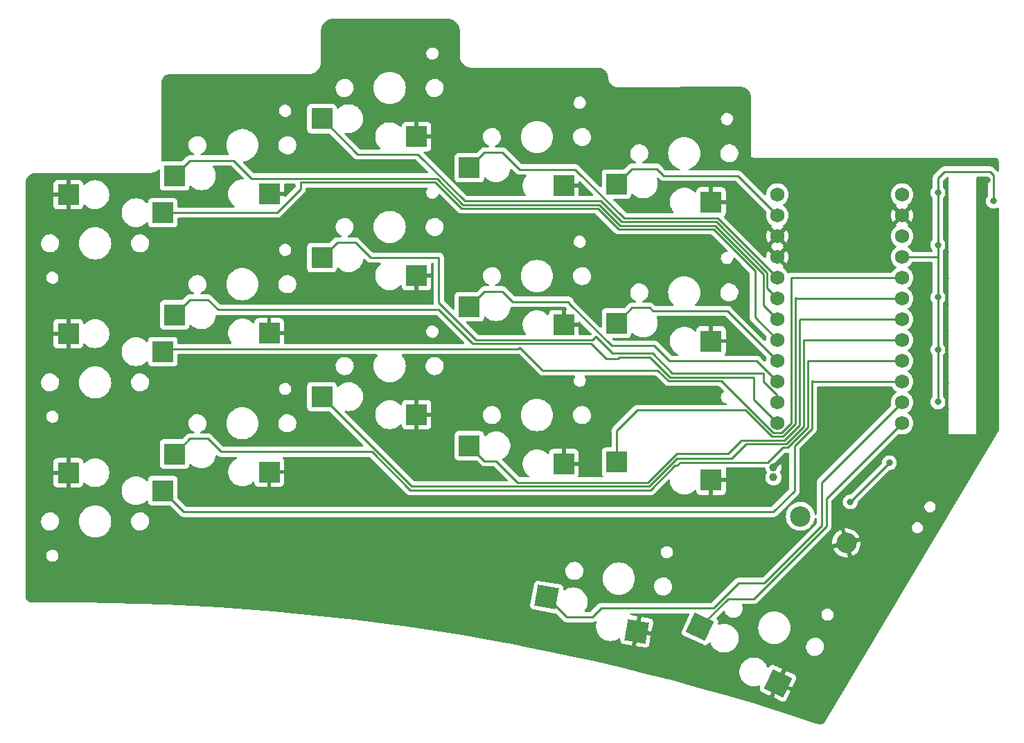
<source format=gbl>
G04 #@! TF.GenerationSoftware,KiCad,Pcbnew,7.0.6*
G04 #@! TF.CreationDate,2024-09-20T23:29:42+02:00*
G04 #@! TF.ProjectId,KoalaKeeb_v0.2_left,4b6f616c-614b-4656-9562-5f76302e325f,rev?*
G04 #@! TF.SameCoordinates,Original*
G04 #@! TF.FileFunction,Copper,L2,Bot*
G04 #@! TF.FilePolarity,Positive*
%FSLAX46Y46*%
G04 Gerber Fmt 4.6, Leading zero omitted, Abs format (unit mm)*
G04 Created by KiCad (PCBNEW 7.0.6) date 2024-09-20 23:29:42*
%MOMM*%
%LPD*%
G01*
G04 APERTURE LIST*
G04 Aperture macros list*
%AMRotRect*
0 Rectangle, with rotation*
0 The origin of the aperture is its center*
0 $1 length*
0 $2 width*
0 $3 Rotation angle, in degrees counterclockwise*
0 Add horizontal line*
21,1,$1,$2,0,0,$3*%
G04 Aperture macros list end*
G04 #@! TA.AperFunction,SMDPad,CuDef*
%ADD10R,2.600000X2.600000*%
G04 #@! TD*
G04 #@! TA.AperFunction,SMDPad,CuDef*
%ADD11RotRect,2.600000X2.600000X350.000000*%
G04 #@! TD*
G04 #@! TA.AperFunction,ComponentPad*
%ADD12C,2.500000*%
G04 #@! TD*
G04 #@! TA.AperFunction,SMDPad,CuDef*
%ADD13RotRect,2.600000X2.600000X335.000000*%
G04 #@! TD*
G04 #@! TA.AperFunction,ComponentPad*
%ADD14C,1.000000*%
G04 #@! TD*
G04 #@! TA.AperFunction,ComponentPad*
%ADD15C,1.752600*%
G04 #@! TD*
G04 #@! TA.AperFunction,ViaPad*
%ADD16C,0.800000*%
G04 #@! TD*
G04 #@! TA.AperFunction,Conductor*
%ADD17C,0.250000*%
G04 #@! TD*
G04 APERTURE END LIST*
D10*
X245275000Y-60950000D03*
X233725000Y-58750000D03*
D11*
X236192039Y-96428304D03*
X225199535Y-92256090D03*
D12*
X261814583Y-85625000D03*
X256185417Y-82375000D03*
D10*
X227275000Y-41950000D03*
X215725000Y-39750000D03*
X245275000Y-77950000D03*
X233725000Y-75750000D03*
X166725000Y-43050000D03*
X178275000Y-45250000D03*
X191275000Y-76950000D03*
X179725000Y-74750000D03*
X209275000Y-52950000D03*
X197725000Y-50750000D03*
D13*
X253453579Y-102776606D03*
X243915485Y-95901488D03*
D14*
X252904000Y-77625000D03*
X252904000Y-76375000D03*
D10*
X166725000Y-60050000D03*
X178275000Y-62250000D03*
D15*
X253380000Y-43030000D03*
X253380000Y-45570000D03*
X253380000Y-48110000D03*
X253380000Y-50650000D03*
X253380000Y-53190000D03*
X253380000Y-55730000D03*
X253380000Y-58270000D03*
X253380000Y-60810000D03*
X253380000Y-63350000D03*
X253380000Y-65890000D03*
X253380000Y-68430000D03*
X253380000Y-70970000D03*
X268620000Y-70970000D03*
X268620000Y-68430000D03*
X268620000Y-65890000D03*
X268620000Y-63350000D03*
X268620000Y-60810000D03*
X268620000Y-58270000D03*
X268620000Y-55730000D03*
X268620000Y-53190000D03*
X268620000Y-50650000D03*
X268620000Y-48110000D03*
X268620000Y-45570000D03*
X268620000Y-43030000D03*
D10*
X209275000Y-69950000D03*
X197725000Y-67750000D03*
X209275000Y-35950000D03*
X197725000Y-33750000D03*
X245275000Y-43950000D03*
X233725000Y-41750000D03*
X227275000Y-75950000D03*
X215725000Y-73750000D03*
X191275000Y-42950000D03*
X179725000Y-40750000D03*
X191275000Y-59950000D03*
X179725000Y-57750000D03*
X227275000Y-58950000D03*
X215725000Y-56750000D03*
X166725000Y-77050000D03*
X178275000Y-79250000D03*
D16*
X279000000Y-54100000D03*
X279000000Y-47700000D03*
X278990000Y-66900000D03*
X279000000Y-60500000D03*
X278990000Y-41290000D03*
X273000000Y-68390000D03*
X273000000Y-49190000D03*
X273000000Y-55600000D03*
X279780000Y-43830000D03*
X273000000Y-62000000D03*
X273000000Y-42800000D03*
X262280000Y-80610000D03*
X267070000Y-75830000D03*
D17*
X279780000Y-40630000D02*
X279780000Y-43830000D01*
X273000000Y-41673223D02*
X273010000Y-41663223D01*
X272990000Y-50650000D02*
X268620000Y-50650000D01*
X273010000Y-41663223D02*
X273010000Y-41030000D01*
X279380000Y-40230000D02*
X279780000Y-40630000D01*
X273000000Y-50640000D02*
X273000000Y-49190000D01*
X273000000Y-42800000D02*
X273000000Y-41673223D01*
X273000000Y-68390000D02*
X273000000Y-62000000D01*
X273010000Y-41030000D02*
X273810000Y-40230000D01*
X273000000Y-55600000D02*
X273000000Y-62000000D01*
X273000000Y-49190000D02*
X273000000Y-42800000D01*
X273000000Y-50640000D02*
X272990000Y-50650000D01*
X273000000Y-55600000D02*
X273000000Y-50640000D01*
X275010000Y-40230000D02*
X279380000Y-40230000D01*
X273810000Y-40230000D02*
X275010000Y-40230000D01*
X267070000Y-75830000D02*
X267070000Y-75820000D01*
X267060000Y-75830000D02*
X267070000Y-75830000D01*
X267070000Y-75820000D02*
X267060000Y-75830000D01*
X262280000Y-80610000D02*
X267060000Y-75830000D01*
X250630000Y-52349188D02*
X250630000Y-58060000D01*
X214797208Y-44730000D02*
X231417208Y-44730000D01*
X178275000Y-45250000D02*
X192225000Y-45250000D01*
X245560812Y-47280000D02*
X250630000Y-52349188D01*
X211592208Y-41525000D02*
X214797208Y-44730000D01*
X195120000Y-42355000D02*
X195120000Y-41525000D01*
X250630000Y-58060000D02*
X253380000Y-60810000D01*
X192225000Y-45250000D02*
X195120000Y-42355000D01*
X233967208Y-47280000D02*
X245560812Y-47280000D01*
X195120000Y-41525000D02*
X211592208Y-41525000D01*
X231417208Y-44730000D02*
X233967208Y-47280000D01*
X214978604Y-44275000D02*
X231598604Y-44275000D01*
X245747208Y-46830000D02*
X251686803Y-52769595D01*
X186920001Y-38875000D02*
X189120001Y-41075000D01*
X234153604Y-46830000D02*
X245747208Y-46830000D01*
X211778604Y-41075000D02*
X214978604Y-44275000D01*
X189120001Y-41075000D02*
X211778604Y-41075000D01*
X179725000Y-40750000D02*
X181600000Y-38875000D01*
X231598604Y-44275000D02*
X234153604Y-46830000D01*
X181600000Y-38875000D02*
X186920001Y-38875000D01*
X251686803Y-56576803D02*
X253380000Y-58270000D01*
X251686803Y-52769595D02*
X251686803Y-56576803D01*
X253380000Y-55730000D02*
X252136803Y-54486803D01*
X209460000Y-38120000D02*
X202095000Y-38120000D01*
X231760000Y-43800000D02*
X231735000Y-43825000D01*
X231735000Y-43825000D02*
X215165000Y-43825000D01*
X202095000Y-38120000D02*
X197725000Y-33750000D01*
X215165000Y-43825000D02*
X209460000Y-38120000D01*
X252136803Y-52583199D02*
X245933604Y-46380000D01*
X252136803Y-54486803D02*
X252136803Y-52583199D01*
X234340000Y-46380000D02*
X231760000Y-43800000D01*
X245933604Y-46380000D02*
X234340000Y-46380000D01*
X246120000Y-45930000D02*
X234655000Y-45930000D01*
X221871650Y-39970000D02*
X219776650Y-37875000D01*
X217600000Y-37875000D02*
X215725000Y-39750000D01*
X228695000Y-39970000D02*
X221871650Y-39970000D01*
X234655000Y-45930000D02*
X228695000Y-39970000D01*
X253380000Y-53190000D02*
X246120000Y-45930000D01*
X219776650Y-37875000D02*
X217600000Y-37875000D01*
X239480000Y-40740000D02*
X238615000Y-39875000D01*
X248550000Y-40740000D02*
X239480000Y-40740000D01*
X235600000Y-39875000D02*
X233725000Y-41750000D01*
X238615000Y-39875000D02*
X235600000Y-39875000D01*
X253380000Y-45570000D02*
X248550000Y-40740000D01*
X253877595Y-72171300D02*
X255100000Y-70948895D01*
X238751802Y-64518198D02*
X240043604Y-65810000D01*
X221734500Y-61910500D02*
X221920000Y-61725000D01*
X252882405Y-72171300D02*
X253877595Y-72171300D01*
X178275000Y-62250000D02*
X178614500Y-61910500D01*
X255100000Y-70948895D02*
X255100000Y-53200000D01*
X255100000Y-53200000D02*
X255110000Y-53190000D01*
X240043604Y-65810000D02*
X246521105Y-65810000D01*
X221920000Y-61725000D02*
X224713198Y-64518198D01*
X246521105Y-65810000D02*
X252882405Y-72171300D01*
X224713198Y-64518198D02*
X238751802Y-64518198D01*
X178614500Y-61910500D02*
X221734500Y-61910500D01*
X255110000Y-53190000D02*
X268620000Y-53190000D01*
X211990000Y-57110000D02*
X185011650Y-57110000D01*
X232443604Y-63110000D02*
X230608604Y-61275000D01*
X181600000Y-55875000D02*
X179725000Y-57750000D01*
X253380000Y-70970000D02*
X250510000Y-68100000D01*
X250510000Y-68100000D02*
X250510000Y-65360000D01*
X234090000Y-62910000D02*
X233890000Y-63110000D01*
X233890000Y-63110000D02*
X232443604Y-63110000D01*
X230608604Y-61275000D02*
X216155000Y-61275000D01*
X183776650Y-55875000D02*
X181600000Y-55875000D01*
X240230000Y-65360000D02*
X237780000Y-62910000D01*
X216155000Y-61275000D02*
X211990000Y-57110000D01*
X237780000Y-62910000D02*
X234090000Y-62910000D01*
X185011650Y-57110000D02*
X183776650Y-55875000D01*
X250510000Y-65360000D02*
X240230000Y-65360000D01*
X253380000Y-68430000D02*
X253380000Y-67588895D01*
X253380000Y-67588895D02*
X251711802Y-65920697D01*
X240548198Y-64858198D02*
X238150000Y-62460000D01*
X251711802Y-65920697D02*
X251711802Y-64858198D01*
X230795000Y-60825000D02*
X216550000Y-60825000D01*
X211990000Y-56265000D02*
X211990000Y-50750000D01*
X216550000Y-60825000D02*
X211990000Y-56265000D01*
X199600000Y-48875000D02*
X197725000Y-50750000D01*
X211990000Y-50750000D02*
X203651650Y-50750000D01*
X231200000Y-60420000D02*
X230795000Y-60825000D01*
X238150000Y-62460000D02*
X233240000Y-62460000D01*
X233240000Y-62460000D02*
X231200000Y-60420000D01*
X201776650Y-48875000D02*
X199600000Y-48875000D01*
X203651650Y-50750000D02*
X201776650Y-48875000D01*
X251711802Y-64858198D02*
X240548198Y-64858198D01*
X219776650Y-54875000D02*
X217600000Y-54875000D01*
X233105000Y-61530000D02*
X227870000Y-56295000D01*
X238340000Y-61530000D02*
X233105000Y-61530000D01*
X240190000Y-63380000D02*
X238340000Y-61530000D01*
X227870000Y-56295000D02*
X227870000Y-56150000D01*
X227870000Y-56150000D02*
X221051650Y-56150000D01*
X250870000Y-63380000D02*
X240190000Y-63380000D01*
X217600000Y-54875000D02*
X215725000Y-56750000D01*
X221051650Y-56150000D02*
X219776650Y-54875000D01*
X253380000Y-65890000D02*
X250870000Y-63380000D01*
X253380000Y-63350000D02*
X247300000Y-57270000D01*
X235600000Y-56875000D02*
X233725000Y-58750000D01*
X247300000Y-57270000D02*
X238171650Y-57270000D01*
X237776650Y-56875000D02*
X235600000Y-56875000D01*
X238171650Y-57270000D02*
X237776650Y-56875000D01*
X257660000Y-65890000D02*
X257600000Y-65830000D01*
X252900000Y-81830000D02*
X180855000Y-81830000D01*
X257600000Y-65830000D02*
X257600000Y-71630875D01*
X257600000Y-71630875D02*
X255475437Y-73755438D01*
X268620000Y-65890000D02*
X257660000Y-65890000D01*
X180855000Y-81830000D02*
X178275000Y-79250000D01*
X255475437Y-73755438D02*
X255475437Y-79254563D01*
X255475437Y-79254563D02*
X252900000Y-81830000D01*
X203819302Y-74480698D02*
X185382348Y-74480698D01*
X257110000Y-63350000D02*
X257070000Y-63390000D01*
X254020000Y-73971300D02*
X252221300Y-75770000D01*
X241540000Y-75770000D02*
X241130000Y-76180000D01*
X257070000Y-63390000D02*
X257070000Y-71524479D01*
X254623179Y-73971300D02*
X254020000Y-73971300D01*
X237892792Y-79150000D02*
X208488604Y-79150000D01*
X241130000Y-76180000D02*
X240862792Y-76180000D01*
X257070000Y-71524479D02*
X254623179Y-73971300D01*
X181600000Y-72875000D02*
X179725000Y-74750000D01*
X208488604Y-79150000D02*
X203819302Y-74480698D01*
X268620000Y-63350000D02*
X257110000Y-63350000D01*
X252221300Y-75770000D02*
X241540000Y-75770000D01*
X185382348Y-74480698D02*
X183776650Y-72875000D01*
X183776650Y-72875000D02*
X181600000Y-72875000D01*
X240862792Y-76180000D02*
X237892792Y-79150000D01*
X249578700Y-73521300D02*
X247780000Y-75320000D01*
X256590000Y-60810000D02*
X256580000Y-60800000D01*
X208675000Y-78700000D02*
X197725000Y-67750000D01*
X241086396Y-75320000D02*
X237706396Y-78700000D01*
X254436783Y-73521300D02*
X249578700Y-73521300D01*
X256580000Y-60800000D02*
X256580000Y-71378083D01*
X256580000Y-71378083D02*
X254436783Y-73521300D01*
X268620000Y-60810000D02*
X256590000Y-60810000D01*
X237706396Y-78700000D02*
X208675000Y-78700000D01*
X247780000Y-75320000D02*
X241086396Y-75320000D01*
X256120000Y-58360000D02*
X256120000Y-71201687D01*
X219020000Y-75625000D02*
X217600000Y-75625000D01*
X221645000Y-78250000D02*
X219020000Y-75625000D01*
X256120000Y-71201687D02*
X254250387Y-73071300D01*
X247370000Y-74670000D02*
X241100000Y-74670000D01*
X241100000Y-74670000D02*
X237520000Y-78250000D01*
X248968700Y-73071300D02*
X247370000Y-74670000D01*
X254250387Y-73071300D02*
X248968700Y-73071300D01*
X268620000Y-58270000D02*
X256210000Y-58270000D01*
X256210000Y-58270000D02*
X256120000Y-58360000D01*
X237520000Y-78250000D02*
X221645000Y-78250000D01*
X217600000Y-75625000D02*
X215725000Y-73750000D01*
X252696009Y-72621300D02*
X249482354Y-69407645D01*
X236262355Y-69407645D02*
X233725000Y-71945000D01*
X268620000Y-55730000D02*
X255650000Y-55730000D01*
X254063991Y-72621300D02*
X252696009Y-72621300D01*
X233725000Y-71945000D02*
X233725000Y-75750000D01*
X255590000Y-55670000D02*
X255590000Y-71095291D01*
X255650000Y-55730000D02*
X255590000Y-55670000D01*
X249482354Y-69407645D02*
X236262355Y-69407645D01*
X255590000Y-71095291D02*
X254063991Y-72621300D01*
X230754731Y-94699788D02*
X227643233Y-94699788D01*
X227643233Y-94699788D02*
X225199535Y-92256090D01*
X258790000Y-78260000D02*
X258790000Y-83523604D01*
X258790000Y-83523604D02*
X251791802Y-90521802D01*
X248658775Y-90521802D02*
X245579139Y-93601438D01*
X251791802Y-90521802D02*
X248658775Y-90521802D01*
X268620000Y-68430000D02*
X258790000Y-78260000D01*
X245579139Y-93601438D02*
X231853081Y-93601438D01*
X231853081Y-93601438D02*
X230754731Y-94699788D01*
X247367273Y-92449700D02*
X243915485Y-95901488D01*
X259370000Y-80220000D02*
X259370000Y-83580000D01*
X259370000Y-83580000D02*
X250500300Y-92449700D01*
X268620000Y-70970000D02*
X259370000Y-80220000D01*
X250500300Y-92449700D02*
X247367273Y-92449700D01*
G04 #@! TA.AperFunction,Conductor*
G36*
X186676588Y-39520185D02*
G01*
X186697230Y-39536819D01*
X188148229Y-40987819D01*
X188181714Y-41049142D01*
X188176730Y-41118834D01*
X188134858Y-41174767D01*
X188069394Y-41199184D01*
X188060548Y-41199500D01*
X187934500Y-41199500D01*
X187738379Y-41214196D01*
X187738374Y-41214197D01*
X187482597Y-41272576D01*
X187482578Y-41272582D01*
X187238356Y-41368432D01*
X187011143Y-41499614D01*
X186806014Y-41663198D01*
X186627567Y-41855520D01*
X186479768Y-42072302D01*
X186479767Y-42072303D01*
X186365938Y-42308673D01*
X186288606Y-42559376D01*
X186288605Y-42559381D01*
X186288604Y-42559385D01*
X186278274Y-42627917D01*
X186249500Y-42818812D01*
X186249500Y-43081187D01*
X186267161Y-43198351D01*
X186288604Y-43340615D01*
X186288605Y-43340617D01*
X186288606Y-43340623D01*
X186342147Y-43514197D01*
X186356998Y-43562345D01*
X186365938Y-43591326D01*
X186479767Y-43827696D01*
X186479768Y-43827697D01*
X186479770Y-43827700D01*
X186479772Y-43827704D01*
X186620365Y-44033916D01*
X186627567Y-44044479D01*
X186806014Y-44236801D01*
X186806018Y-44236804D01*
X186806019Y-44236805D01*
X187007955Y-44397844D01*
X187014771Y-44403279D01*
X187013403Y-44404993D01*
X187052007Y-44452060D01*
X187060075Y-44521462D01*
X187029341Y-44584209D01*
X186969562Y-44620379D01*
X186937860Y-44624500D01*
X180199499Y-44624500D01*
X180132460Y-44604815D01*
X180086705Y-44552011D01*
X180075499Y-44500500D01*
X180075499Y-43902129D01*
X180075498Y-43902123D01*
X180075497Y-43902116D01*
X180069091Y-43842517D01*
X180064422Y-43830000D01*
X180018797Y-43707671D01*
X180018793Y-43707664D01*
X179932547Y-43592455D01*
X179932544Y-43592452D01*
X179817335Y-43506206D01*
X179817328Y-43506202D01*
X179682482Y-43455908D01*
X179682483Y-43455908D01*
X179622883Y-43449501D01*
X179622881Y-43449500D01*
X179622873Y-43449500D01*
X179622864Y-43449500D01*
X176927129Y-43449500D01*
X176927123Y-43449501D01*
X176867516Y-43455908D01*
X176732671Y-43506202D01*
X176732664Y-43506206D01*
X176617455Y-43592452D01*
X176617452Y-43592455D01*
X176531206Y-43707664D01*
X176531202Y-43707671D01*
X176480908Y-43842517D01*
X176477035Y-43878547D01*
X176474501Y-43902123D01*
X176474500Y-43902135D01*
X176474500Y-43949575D01*
X176454815Y-44016614D01*
X176402011Y-44062369D01*
X176332853Y-44072313D01*
X176269297Y-44043288D01*
X176259602Y-44033916D01*
X176193990Y-43963203D01*
X176193987Y-43963200D01*
X176176902Y-43949575D01*
X175988857Y-43799614D01*
X175761643Y-43668432D01*
X175517416Y-43572580D01*
X175517411Y-43572578D01*
X175517402Y-43572576D01*
X175299818Y-43522914D01*
X175261630Y-43514198D01*
X175261629Y-43514197D01*
X175261625Y-43514197D01*
X175261620Y-43514196D01*
X175065500Y-43499500D01*
X175065494Y-43499500D01*
X174934506Y-43499500D01*
X174934500Y-43499500D01*
X174738379Y-43514196D01*
X174738374Y-43514197D01*
X174482597Y-43572576D01*
X174482578Y-43572582D01*
X174238356Y-43668432D01*
X174011143Y-43799614D01*
X173806014Y-43963198D01*
X173627567Y-44155520D01*
X173479768Y-44372302D01*
X173479767Y-44372303D01*
X173365938Y-44608673D01*
X173288606Y-44859376D01*
X173288605Y-44859381D01*
X173288604Y-44859385D01*
X173280566Y-44912714D01*
X173249500Y-45118812D01*
X173249500Y-45381187D01*
X173261362Y-45459880D01*
X173288604Y-45640615D01*
X173288605Y-45640617D01*
X173288606Y-45640623D01*
X173365938Y-45891326D01*
X173479767Y-46127696D01*
X173479768Y-46127697D01*
X173479770Y-46127700D01*
X173479772Y-46127704D01*
X173580508Y-46275456D01*
X173627567Y-46344479D01*
X173806014Y-46536801D01*
X173806018Y-46536804D01*
X173806019Y-46536805D01*
X174011143Y-46700386D01*
X174238357Y-46831568D01*
X174482584Y-46927420D01*
X174738370Y-46985802D01*
X174738376Y-46985802D01*
X174738379Y-46985803D01*
X174934500Y-47000500D01*
X174934506Y-47000500D01*
X175065500Y-47000500D01*
X175261620Y-46985803D01*
X175261622Y-46985802D01*
X175261630Y-46985802D01*
X175517416Y-46927420D01*
X175761643Y-46831568D01*
X175988857Y-46700386D01*
X176193981Y-46536805D01*
X176259602Y-46466081D01*
X176319628Y-46430328D01*
X176389457Y-46432702D01*
X176446918Y-46472451D01*
X176473767Y-46536957D01*
X176474500Y-46550421D01*
X176474500Y-46597868D01*
X176474501Y-46597876D01*
X176480908Y-46657483D01*
X176531202Y-46792328D01*
X176531206Y-46792335D01*
X176617452Y-46907544D01*
X176617455Y-46907547D01*
X176732664Y-46993793D01*
X176732671Y-46993797D01*
X176867517Y-47044091D01*
X176867516Y-47044091D01*
X176874444Y-47044835D01*
X176927127Y-47050500D01*
X179622872Y-47050499D01*
X179682483Y-47044091D01*
X179817331Y-46993796D01*
X179932546Y-46907546D01*
X180018796Y-46792331D01*
X180069091Y-46657483D01*
X180075500Y-46597873D01*
X180075500Y-45999500D01*
X180095185Y-45932461D01*
X180147989Y-45886706D01*
X180199500Y-45875500D01*
X192142257Y-45875500D01*
X192157877Y-45877224D01*
X192157904Y-45876939D01*
X192165660Y-45877671D01*
X192165667Y-45877673D01*
X192234814Y-45875500D01*
X192264350Y-45875500D01*
X192271228Y-45874630D01*
X192277041Y-45874172D01*
X192323627Y-45872709D01*
X192342869Y-45867117D01*
X192361912Y-45863174D01*
X192381792Y-45860664D01*
X192425122Y-45843507D01*
X192430646Y-45841617D01*
X192434396Y-45840527D01*
X192475390Y-45828618D01*
X192492629Y-45818422D01*
X192510103Y-45809862D01*
X192528727Y-45802488D01*
X192528727Y-45802487D01*
X192528732Y-45802486D01*
X192566449Y-45775082D01*
X192571305Y-45771892D01*
X192611420Y-45748170D01*
X192625589Y-45733999D01*
X192640379Y-45721368D01*
X192656587Y-45709594D01*
X192686299Y-45673676D01*
X192690212Y-45669376D01*
X195503788Y-42855801D01*
X195516042Y-42845986D01*
X195515859Y-42845764D01*
X195521866Y-42840792D01*
X195521877Y-42840786D01*
X195557721Y-42802616D01*
X195569227Y-42790364D01*
X195579671Y-42779918D01*
X195590120Y-42769471D01*
X195594379Y-42763978D01*
X195598152Y-42759561D01*
X195630062Y-42725582D01*
X195639713Y-42708024D01*
X195650396Y-42691761D01*
X195662673Y-42675936D01*
X195681185Y-42633153D01*
X195683738Y-42627941D01*
X195706197Y-42587092D01*
X195711180Y-42567680D01*
X195717481Y-42549280D01*
X195725437Y-42530896D01*
X195732729Y-42484852D01*
X195733906Y-42479171D01*
X195745500Y-42434019D01*
X195745500Y-42413982D01*
X195747027Y-42394582D01*
X195747543Y-42391326D01*
X195750160Y-42374804D01*
X195745775Y-42328415D01*
X195745500Y-42322577D01*
X195745500Y-42274500D01*
X195765185Y-42207461D01*
X195817989Y-42161706D01*
X195869500Y-42150500D01*
X210520519Y-42150500D01*
X210587558Y-42170185D01*
X210633313Y-42222989D01*
X210643257Y-42292147D01*
X210621302Y-42345345D01*
X210621315Y-42345353D01*
X210621262Y-42345444D01*
X210619981Y-42348549D01*
X210617704Y-42351607D01*
X210530534Y-42502590D01*
X210480531Y-42669610D01*
X210480530Y-42669616D01*
X210470560Y-42840786D01*
X210470393Y-42843660D01*
X210472535Y-42855806D01*
X210498956Y-43005648D01*
X210500668Y-43015354D01*
X210569721Y-43175438D01*
X210569722Y-43175440D01*
X210569724Y-43175443D01*
X210656745Y-43292331D01*
X210673832Y-43315283D01*
X210807386Y-43427349D01*
X210963185Y-43505594D01*
X211132829Y-43545800D01*
X211132831Y-43545800D01*
X211263429Y-43545800D01*
X211263436Y-43545800D01*
X211393164Y-43530637D01*
X211556993Y-43471008D01*
X211702654Y-43375205D01*
X211822296Y-43248393D01*
X211909467Y-43097407D01*
X211935265Y-43011233D01*
X211973349Y-42952659D01*
X212037057Y-42923971D01*
X212106162Y-42934280D01*
X212141736Y-42959119D01*
X214296405Y-45113788D01*
X214306230Y-45126051D01*
X214306451Y-45125869D01*
X214311422Y-45131878D01*
X214335056Y-45154071D01*
X214361843Y-45179226D01*
X214382737Y-45200120D01*
X214388219Y-45204373D01*
X214392651Y-45208157D01*
X214426626Y-45240062D01*
X214444184Y-45249714D01*
X214460443Y-45260395D01*
X214476272Y-45272673D01*
X214519046Y-45291182D01*
X214524264Y-45293738D01*
X214565116Y-45316197D01*
X214584524Y-45321180D01*
X214602925Y-45327480D01*
X214621312Y-45335437D01*
X214664696Y-45342308D01*
X214667327Y-45342725D01*
X214673047Y-45343909D01*
X214718189Y-45355500D01*
X214738224Y-45355500D01*
X214757622Y-45357026D01*
X214777402Y-45360159D01*
X214777403Y-45360160D01*
X214777403Y-45360159D01*
X214777404Y-45360160D01*
X214823791Y-45355775D01*
X214829630Y-45355500D01*
X231106756Y-45355500D01*
X231173795Y-45375185D01*
X231194437Y-45391819D01*
X233466402Y-47663784D01*
X233476227Y-47676048D01*
X233476448Y-47675866D01*
X233481418Y-47681873D01*
X233481421Y-47681876D01*
X233481422Y-47681877D01*
X233531859Y-47729241D01*
X233552738Y-47750120D01*
X233558212Y-47754366D01*
X233562650Y-47758156D01*
X233596626Y-47790062D01*
X233596630Y-47790064D01*
X233614181Y-47799713D01*
X233630439Y-47810392D01*
X233646272Y-47822674D01*
X233668223Y-47832172D01*
X233689045Y-47841183D01*
X233694289Y-47843752D01*
X233735116Y-47866197D01*
X233754520Y-47871179D01*
X233772918Y-47877478D01*
X233791313Y-47885438D01*
X233837337Y-47892726D01*
X233843040Y-47893907D01*
X233888189Y-47905500D01*
X233908224Y-47905500D01*
X233927621Y-47907026D01*
X233947404Y-47910160D01*
X233993791Y-47905775D01*
X233999630Y-47905500D01*
X245250360Y-47905500D01*
X245317399Y-47925185D01*
X245338041Y-47941819D01*
X247240654Y-49844432D01*
X247274139Y-49905755D01*
X247269155Y-49975447D01*
X247227283Y-50031380D01*
X247167369Y-50055274D01*
X247113347Y-50061589D01*
X247046834Y-50069363D01*
X247046832Y-50069364D01*
X246883008Y-50128991D01*
X246883004Y-50128993D01*
X246737348Y-50224792D01*
X246737347Y-50224793D01*
X246617706Y-50351603D01*
X246617703Y-50351609D01*
X246530534Y-50502590D01*
X246480531Y-50669610D01*
X246480530Y-50669616D01*
X246471722Y-50820844D01*
X246470393Y-50843660D01*
X246500668Y-51015354D01*
X246569721Y-51175438D01*
X246569722Y-51175440D01*
X246569724Y-51175443D01*
X246667879Y-51307287D01*
X246673832Y-51315283D01*
X246807386Y-51427349D01*
X246963185Y-51505594D01*
X247132829Y-51545800D01*
X247132831Y-51545800D01*
X247263429Y-51545800D01*
X247263436Y-51545800D01*
X247393164Y-51530637D01*
X247556993Y-51471008D01*
X247701787Y-51375775D01*
X247702651Y-51375207D01*
X247702652Y-51375206D01*
X247702651Y-51375206D01*
X247702654Y-51375205D01*
X247822296Y-51248393D01*
X247909467Y-51097407D01*
X247959469Y-50930388D01*
X247963608Y-50859327D01*
X247987157Y-50793546D01*
X248042533Y-50750939D01*
X248112152Y-50745034D01*
X248173913Y-50777705D01*
X248175006Y-50778785D01*
X248976925Y-51580703D01*
X249968181Y-52571959D01*
X250001666Y-52633282D01*
X250004500Y-52659640D01*
X250004499Y-57977255D01*
X250002776Y-57992872D01*
X250003061Y-57992899D01*
X250002326Y-58000665D01*
X250004500Y-58069814D01*
X250004500Y-58099343D01*
X250004501Y-58099360D01*
X250005368Y-58106231D01*
X250005826Y-58112050D01*
X250007290Y-58158624D01*
X250007291Y-58158627D01*
X250012880Y-58177867D01*
X250016824Y-58196911D01*
X250019336Y-58216792D01*
X250035018Y-58256401D01*
X250036490Y-58260119D01*
X250038382Y-58265647D01*
X250046274Y-58292812D01*
X250051382Y-58310390D01*
X250057957Y-58321509D01*
X250061580Y-58327634D01*
X250070136Y-58345100D01*
X250077514Y-58363732D01*
X250083939Y-58372576D01*
X250104898Y-58401423D01*
X250108106Y-58406307D01*
X250131827Y-58446416D01*
X250131833Y-58446424D01*
X250145990Y-58460580D01*
X250158628Y-58475376D01*
X250170405Y-58491586D01*
X250170406Y-58491587D01*
X250206309Y-58521288D01*
X250210620Y-58525210D01*
X251116352Y-59430942D01*
X252018158Y-60332748D01*
X252051643Y-60394071D01*
X252050683Y-60450868D01*
X252017324Y-60582601D01*
X252017321Y-60582617D01*
X251999613Y-60796324D01*
X251974460Y-60861509D01*
X251918058Y-60902747D01*
X251848314Y-60906945D01*
X251788356Y-60873765D01*
X247800803Y-56886212D01*
X247790980Y-56873950D01*
X247790759Y-56874134D01*
X247785786Y-56868123D01*
X247785786Y-56868122D01*
X247735364Y-56820773D01*
X247724919Y-56810328D01*
X247714475Y-56799883D01*
X247708986Y-56795625D01*
X247704561Y-56791847D01*
X247670582Y-56759938D01*
X247670580Y-56759936D01*
X247670577Y-56759935D01*
X247653029Y-56750288D01*
X247636763Y-56739604D01*
X247620933Y-56727325D01*
X247578168Y-56708818D01*
X247572922Y-56706248D01*
X247532093Y-56683803D01*
X247532092Y-56683802D01*
X247512693Y-56678822D01*
X247494281Y-56672518D01*
X247475898Y-56664562D01*
X247475892Y-56664560D01*
X247429874Y-56657272D01*
X247424152Y-56656087D01*
X247379021Y-56644500D01*
X247379019Y-56644500D01*
X247358984Y-56644500D01*
X247339586Y-56642973D01*
X247332162Y-56641797D01*
X247319805Y-56639840D01*
X247319804Y-56639840D01*
X247273416Y-56644225D01*
X247267578Y-56644500D01*
X243433792Y-56644500D01*
X243366753Y-56624815D01*
X243320998Y-56572011D01*
X243311054Y-56502853D01*
X243340079Y-56439297D01*
X243346111Y-56432819D01*
X243488831Y-56290098D01*
X243488841Y-56290088D01*
X243657285Y-56065073D01*
X243791992Y-55818375D01*
X243890219Y-55555018D01*
X243949967Y-55280363D01*
X243970019Y-55000000D01*
X243966254Y-54947355D01*
X246394843Y-54947355D01*
X246404852Y-55157459D01*
X246454442Y-55361871D01*
X246497261Y-55455631D01*
X246541820Y-55553204D01*
X246541824Y-55553210D01*
X246663826Y-55724539D01*
X246663831Y-55724544D01*
X246816063Y-55869697D01*
X246993014Y-55983416D01*
X247188288Y-56061593D01*
X247317084Y-56086416D01*
X247394828Y-56101400D01*
X247394829Y-56101400D01*
X247552461Y-56101400D01*
X247552468Y-56101400D01*
X247709389Y-56086416D01*
X247911211Y-56027156D01*
X248098170Y-55930771D01*
X248263510Y-55800747D01*
X248401255Y-55641781D01*
X248506426Y-55459619D01*
X248575222Y-55260846D01*
X248605157Y-55052645D01*
X248595148Y-54842541D01*
X248545558Y-54638129D01*
X248458179Y-54446795D01*
X248458175Y-54446789D01*
X248336173Y-54275460D01*
X248336167Y-54275454D01*
X248256249Y-54199252D01*
X248183937Y-54130303D01*
X248006986Y-54016584D01*
X247991497Y-54010383D01*
X247811721Y-53938410D01*
X247811714Y-53938407D01*
X247811712Y-53938407D01*
X247811709Y-53938406D01*
X247811708Y-53938406D01*
X247605172Y-53898600D01*
X247605171Y-53898600D01*
X247447532Y-53898600D01*
X247290611Y-53913584D01*
X247290607Y-53913585D01*
X247088791Y-53972843D01*
X246901831Y-54069228D01*
X246736490Y-54199252D01*
X246736489Y-54199253D01*
X246598749Y-54358214D01*
X246598740Y-54358225D01*
X246493574Y-54540379D01*
X246424779Y-54739148D01*
X246424778Y-54739153D01*
X246424778Y-54739154D01*
X246394843Y-54947355D01*
X243966254Y-54947355D01*
X243949967Y-54719637D01*
X243890219Y-54444982D01*
X243791992Y-54181625D01*
X243786689Y-54171914D01*
X243657288Y-53934932D01*
X243657279Y-53934918D01*
X243488847Y-53709919D01*
X243488831Y-53709901D01*
X243290098Y-53511168D01*
X243290080Y-53511152D01*
X243065075Y-53342716D01*
X243065067Y-53342711D01*
X242818380Y-53208010D01*
X242818376Y-53208008D01*
X242718532Y-53170768D01*
X242555018Y-53109781D01*
X242555014Y-53109780D01*
X242555011Y-53109779D01*
X242280371Y-53050034D01*
X242280364Y-53050033D01*
X242070175Y-53035000D01*
X241929825Y-53035000D01*
X241719635Y-53050033D01*
X241719628Y-53050034D01*
X241444988Y-53109779D01*
X241444983Y-53109780D01*
X241444982Y-53109781D01*
X241402926Y-53125467D01*
X241181623Y-53208008D01*
X241181619Y-53208010D01*
X240934932Y-53342711D01*
X240934924Y-53342716D01*
X240709919Y-53511152D01*
X240709901Y-53511168D01*
X240511168Y-53709901D01*
X240511152Y-53709919D01*
X240342721Y-53934918D01*
X240342711Y-53934932D01*
X240208010Y-54181619D01*
X240208008Y-54181623D01*
X240140780Y-54361871D01*
X240126415Y-54400386D01*
X240109779Y-54444988D01*
X240050034Y-54719628D01*
X240050033Y-54719635D01*
X240029981Y-54999998D01*
X240029981Y-55000001D01*
X240050033Y-55280364D01*
X240050034Y-55280371D01*
X240109530Y-55553866D01*
X240109781Y-55555018D01*
X240156611Y-55680575D01*
X240208008Y-55818376D01*
X240208010Y-55818380D01*
X240342711Y-56065067D01*
X240342716Y-56065075D01*
X240511152Y-56290080D01*
X240511168Y-56290098D01*
X240653889Y-56432819D01*
X240687374Y-56494142D01*
X240682390Y-56563834D01*
X240640518Y-56619767D01*
X240575054Y-56644184D01*
X240566208Y-56644500D01*
X238482103Y-56644500D01*
X238415064Y-56624815D01*
X238394422Y-56608181D01*
X238277453Y-56491212D01*
X238267630Y-56478950D01*
X238267409Y-56479134D01*
X238262436Y-56473123D01*
X238243809Y-56455631D01*
X238212014Y-56425773D01*
X238197920Y-56411679D01*
X238191125Y-56404883D01*
X238185636Y-56400625D01*
X238181211Y-56396847D01*
X238147232Y-56364938D01*
X238147230Y-56364936D01*
X238147227Y-56364935D01*
X238129679Y-56355288D01*
X238113413Y-56344604D01*
X238097586Y-56332327D01*
X238097585Y-56332326D01*
X238097583Y-56332325D01*
X238054818Y-56313818D01*
X238049572Y-56311248D01*
X238008743Y-56288803D01*
X238008742Y-56288802D01*
X237989343Y-56283822D01*
X237970931Y-56277518D01*
X237952548Y-56269562D01*
X237952542Y-56269560D01*
X237906524Y-56262272D01*
X237900802Y-56261087D01*
X237855671Y-56249500D01*
X237855669Y-56249500D01*
X237835634Y-56249500D01*
X237816236Y-56247973D01*
X237808812Y-56246797D01*
X237796455Y-56244840D01*
X237796454Y-56244840D01*
X237750066Y-56249225D01*
X237744228Y-56249500D01*
X236991058Y-56249500D01*
X236924019Y-56229815D01*
X236878264Y-56177011D01*
X236868320Y-56107853D01*
X236897345Y-56044297D01*
X236934235Y-56015285D01*
X237098170Y-55930771D01*
X237263510Y-55800747D01*
X237401255Y-55641781D01*
X237506426Y-55459619D01*
X237575222Y-55260846D01*
X237605157Y-55052645D01*
X237595148Y-54842541D01*
X237545558Y-54638129D01*
X237458179Y-54446795D01*
X237458175Y-54446789D01*
X237336173Y-54275460D01*
X237336167Y-54275454D01*
X237256249Y-54199252D01*
X237183937Y-54130303D01*
X237006986Y-54016584D01*
X236991497Y-54010383D01*
X236811721Y-53938410D01*
X236811714Y-53938407D01*
X236811712Y-53938407D01*
X236811709Y-53938406D01*
X236811708Y-53938406D01*
X236605172Y-53898600D01*
X236605171Y-53898600D01*
X236447532Y-53898600D01*
X236290611Y-53913584D01*
X236290607Y-53913585D01*
X236088791Y-53972843D01*
X235901831Y-54069228D01*
X235736490Y-54199252D01*
X235736489Y-54199253D01*
X235598749Y-54358214D01*
X235598740Y-54358225D01*
X235493574Y-54540379D01*
X235424779Y-54739148D01*
X235424778Y-54739153D01*
X235424778Y-54739154D01*
X235394843Y-54947355D01*
X235404852Y-55157459D01*
X235454442Y-55361871D01*
X235497261Y-55455631D01*
X235541820Y-55553204D01*
X235541824Y-55553210D01*
X235663826Y-55724539D01*
X235663831Y-55724544D01*
X235816063Y-55869697D01*
X235993014Y-55983416D01*
X236041957Y-56003010D01*
X236060373Y-56010383D01*
X236115294Y-56053573D01*
X236138146Y-56119601D01*
X236121673Y-56187501D01*
X236071105Y-56235716D01*
X236014286Y-56249500D01*
X235682737Y-56249500D01*
X235667120Y-56247776D01*
X235667093Y-56248062D01*
X235659331Y-56247327D01*
X235590203Y-56249500D01*
X235560650Y-56249500D01*
X235559929Y-56249590D01*
X235553757Y-56250369D01*
X235547945Y-56250826D01*
X235501372Y-56252290D01*
X235501369Y-56252291D01*
X235482126Y-56257881D01*
X235463083Y-56261825D01*
X235443204Y-56264336D01*
X235443203Y-56264337D01*
X235399878Y-56281490D01*
X235394352Y-56283382D01*
X235349608Y-56296383D01*
X235349604Y-56296385D01*
X235332365Y-56306580D01*
X235314898Y-56315137D01*
X235296269Y-56322512D01*
X235296267Y-56322513D01*
X235258564Y-56349906D01*
X235253682Y-56353112D01*
X235213580Y-56376828D01*
X235199408Y-56391000D01*
X235184623Y-56403628D01*
X235168412Y-56415407D01*
X235138709Y-56451310D01*
X235134777Y-56455631D01*
X234677226Y-56913181D01*
X234615903Y-56946666D01*
X234589545Y-56949500D01*
X232377129Y-56949500D01*
X232377123Y-56949501D01*
X232317516Y-56955908D01*
X232182671Y-57006202D01*
X232182664Y-57006206D01*
X232067455Y-57092452D01*
X232067452Y-57092455D01*
X231981206Y-57207664D01*
X231981202Y-57207671D01*
X231930908Y-57342517D01*
X231924501Y-57402116D01*
X231924499Y-57402135D01*
X231924500Y-59165547D01*
X231904815Y-59232586D01*
X231852011Y-59278341D01*
X231782853Y-59288285D01*
X231719297Y-59259260D01*
X231712819Y-59253228D01*
X228514277Y-56054686D01*
X228481853Y-55997841D01*
X228480664Y-55993213D01*
X228480664Y-55993208D01*
X228459520Y-55939806D01*
X228458211Y-55936170D01*
X228440467Y-55881559D01*
X228436089Y-55874661D01*
X228425495Y-55853868D01*
X228422486Y-55846268D01*
X228388736Y-55799815D01*
X228386545Y-55796592D01*
X228355785Y-55748122D01*
X228349834Y-55742534D01*
X228334398Y-55725025D01*
X228329594Y-55718413D01*
X228329591Y-55718411D01*
X228329591Y-55718410D01*
X228285361Y-55681820D01*
X228282438Y-55679243D01*
X228240585Y-55639940D01*
X228240577Y-55639934D01*
X228233415Y-55635997D01*
X228214114Y-55622880D01*
X228207824Y-55617676D01*
X228155878Y-55593232D01*
X228152417Y-55591469D01*
X228102092Y-55563803D01*
X228102089Y-55563802D01*
X228102085Y-55563800D01*
X228094174Y-55561769D01*
X228072222Y-55553866D01*
X228064825Y-55550385D01*
X228064821Y-55550384D01*
X228008444Y-55539630D01*
X228004644Y-55538780D01*
X227949023Y-55524500D01*
X227949019Y-55524500D01*
X227940847Y-55524500D01*
X227917615Y-55522304D01*
X227909588Y-55520773D01*
X227909586Y-55520773D01*
X227900633Y-55521336D01*
X227852275Y-55524378D01*
X227848403Y-55524500D01*
X221362103Y-55524500D01*
X221295064Y-55504815D01*
X221274422Y-55488181D01*
X220277453Y-54491212D01*
X220267630Y-54478950D01*
X220267409Y-54479134D01*
X220262436Y-54473123D01*
X220253618Y-54464842D01*
X220212014Y-54425773D01*
X220201568Y-54415328D01*
X220191125Y-54404883D01*
X220185636Y-54400625D01*
X220181211Y-54396847D01*
X220147232Y-54364938D01*
X220147230Y-54364936D01*
X220147227Y-54364935D01*
X220129679Y-54355288D01*
X220113413Y-54344604D01*
X220097583Y-54332325D01*
X220054818Y-54313818D01*
X220049572Y-54311248D01*
X220008743Y-54288803D01*
X220008742Y-54288802D01*
X219989343Y-54283822D01*
X219970931Y-54277518D01*
X219952548Y-54269562D01*
X219952542Y-54269560D01*
X219906524Y-54262272D01*
X219900802Y-54261087D01*
X219855671Y-54249500D01*
X219855669Y-54249500D01*
X219835634Y-54249500D01*
X219816236Y-54247973D01*
X219808812Y-54246797D01*
X219796455Y-54244840D01*
X219796454Y-54244840D01*
X219750066Y-54249225D01*
X219744228Y-54249500D01*
X218991058Y-54249500D01*
X218924019Y-54229815D01*
X218878264Y-54177011D01*
X218868320Y-54107853D01*
X218897345Y-54044297D01*
X218934235Y-54015285D01*
X219098170Y-53930771D01*
X219263510Y-53800747D01*
X219401255Y-53641781D01*
X219506426Y-53459619D01*
X219575222Y-53260846D01*
X219605157Y-53052645D01*
X219602649Y-53000001D01*
X222029981Y-53000001D01*
X222050033Y-53280364D01*
X222050034Y-53280371D01*
X222109779Y-53555011D01*
X222109781Y-53555018D01*
X222144607Y-53648390D01*
X222208008Y-53818376D01*
X222208010Y-53818380D01*
X222342711Y-54065067D01*
X222342716Y-54065075D01*
X222511152Y-54290080D01*
X222511168Y-54290098D01*
X222709901Y-54488831D01*
X222709919Y-54488847D01*
X222934924Y-54657283D01*
X222934932Y-54657288D01*
X223181619Y-54791989D01*
X223181623Y-54791991D01*
X223181625Y-54791992D01*
X223444982Y-54890219D01*
X223719637Y-54949967D01*
X223929825Y-54965000D01*
X224070175Y-54965000D01*
X224280363Y-54949967D01*
X224555018Y-54890219D01*
X224818375Y-54791992D01*
X225065073Y-54657285D01*
X225290088Y-54488841D01*
X225488841Y-54290088D01*
X225657285Y-54065073D01*
X225791992Y-53818375D01*
X225890219Y-53555018D01*
X225949967Y-53280363D01*
X225970019Y-53000000D01*
X225966254Y-52947355D01*
X228394843Y-52947355D01*
X228404852Y-53157459D01*
X228454442Y-53361871D01*
X228499082Y-53459619D01*
X228541820Y-53553204D01*
X228541824Y-53553210D01*
X228663826Y-53724539D01*
X228663832Y-53724545D01*
X228679155Y-53739155D01*
X228816063Y-53869697D01*
X228993014Y-53983416D01*
X229188288Y-54061593D01*
X229317084Y-54086416D01*
X229394828Y-54101400D01*
X229394829Y-54101400D01*
X229552461Y-54101400D01*
X229552468Y-54101400D01*
X229709389Y-54086416D01*
X229911211Y-54027156D01*
X230098170Y-53930771D01*
X230263510Y-53800747D01*
X230401255Y-53641781D01*
X230506426Y-53459619D01*
X230575222Y-53260846D01*
X230605157Y-53052645D01*
X230595148Y-52842541D01*
X230545558Y-52638129D01*
X230458179Y-52446795D01*
X230458175Y-52446789D01*
X230336173Y-52275460D01*
X230336167Y-52275454D01*
X230212446Y-52157486D01*
X230183937Y-52130303D01*
X230006986Y-52016584D01*
X230006984Y-52016583D01*
X229811721Y-51938410D01*
X229811714Y-51938407D01*
X229811712Y-51938407D01*
X229811709Y-51938406D01*
X229811708Y-51938406D01*
X229605172Y-51898600D01*
X229605171Y-51898600D01*
X229447532Y-51898600D01*
X229290611Y-51913584D01*
X229290607Y-51913585D01*
X229088791Y-51972843D01*
X228901831Y-52069228D01*
X228736490Y-52199252D01*
X228736489Y-52199253D01*
X228598749Y-52358214D01*
X228598740Y-52358225D01*
X228493574Y-52540379D01*
X228424779Y-52739148D01*
X228424778Y-52739153D01*
X228424778Y-52739154D01*
X228394843Y-52947355D01*
X225966254Y-52947355D01*
X225949967Y-52719637D01*
X225890219Y-52444982D01*
X225791992Y-52181625D01*
X225787602Y-52173586D01*
X225657288Y-51934932D01*
X225657283Y-51934924D01*
X225488847Y-51709919D01*
X225488831Y-51709901D01*
X225290098Y-51511168D01*
X225290080Y-51511152D01*
X225065075Y-51342716D01*
X225065067Y-51342711D01*
X224818380Y-51208010D01*
X224818376Y-51208008D01*
X224677858Y-51155598D01*
X224555018Y-51109781D01*
X224555014Y-51109780D01*
X224555011Y-51109779D01*
X224280371Y-51050034D01*
X224280364Y-51050033D01*
X224070175Y-51035000D01*
X223929825Y-51035000D01*
X223719635Y-51050033D01*
X223719628Y-51050034D01*
X223444988Y-51109779D01*
X223444983Y-51109780D01*
X223444982Y-51109781D01*
X223414943Y-51120985D01*
X223181623Y-51208008D01*
X223181619Y-51208010D01*
X222934932Y-51342711D01*
X222934924Y-51342716D01*
X222709919Y-51511152D01*
X222709901Y-51511168D01*
X222511168Y-51709901D01*
X222511152Y-51709919D01*
X222342716Y-51934924D01*
X222342711Y-51934932D01*
X222208010Y-52181619D01*
X222208008Y-52181623D01*
X222147924Y-52342716D01*
X222116333Y-52427417D01*
X222109779Y-52444988D01*
X222050034Y-52719628D01*
X222050033Y-52719635D01*
X222029981Y-52999998D01*
X222029981Y-53000001D01*
X219602649Y-53000001D01*
X219595148Y-52842541D01*
X219545558Y-52638129D01*
X219458179Y-52446795D01*
X219458175Y-52446789D01*
X219336173Y-52275460D01*
X219336167Y-52275454D01*
X219212446Y-52157486D01*
X219183937Y-52130303D01*
X219006986Y-52016584D01*
X219006984Y-52016583D01*
X218811721Y-51938410D01*
X218811714Y-51938407D01*
X218811712Y-51938407D01*
X218811709Y-51938406D01*
X218811708Y-51938406D01*
X218605172Y-51898600D01*
X218605171Y-51898600D01*
X218447532Y-51898600D01*
X218290611Y-51913584D01*
X218290607Y-51913585D01*
X218088791Y-51972843D01*
X217901831Y-52069228D01*
X217736490Y-52199252D01*
X217736489Y-52199253D01*
X217598749Y-52358214D01*
X217598740Y-52358225D01*
X217493574Y-52540379D01*
X217424779Y-52739148D01*
X217424778Y-52739153D01*
X217424778Y-52739154D01*
X217394843Y-52947355D01*
X217404852Y-53157459D01*
X217454442Y-53361871D01*
X217499082Y-53459619D01*
X217541820Y-53553204D01*
X217541824Y-53553210D01*
X217663826Y-53724539D01*
X217663832Y-53724545D01*
X217679155Y-53739155D01*
X217816063Y-53869697D01*
X217993014Y-53983416D01*
X218034433Y-53999998D01*
X218060373Y-54010383D01*
X218115294Y-54053573D01*
X218138146Y-54119601D01*
X218121673Y-54187501D01*
X218071105Y-54235716D01*
X218014286Y-54249500D01*
X217682737Y-54249500D01*
X217667120Y-54247776D01*
X217667093Y-54248062D01*
X217659331Y-54247327D01*
X217590203Y-54249500D01*
X217560650Y-54249500D01*
X217559929Y-54249590D01*
X217553757Y-54250369D01*
X217547945Y-54250826D01*
X217501372Y-54252290D01*
X217501369Y-54252291D01*
X217482126Y-54257881D01*
X217463083Y-54261825D01*
X217443204Y-54264336D01*
X217443203Y-54264337D01*
X217399878Y-54281490D01*
X217394352Y-54283382D01*
X217349608Y-54296383D01*
X217349604Y-54296385D01*
X217332365Y-54306580D01*
X217314898Y-54315137D01*
X217296269Y-54322512D01*
X217296267Y-54322513D01*
X217258564Y-54349906D01*
X217253682Y-54353112D01*
X217213580Y-54376828D01*
X217199408Y-54391000D01*
X217184623Y-54403628D01*
X217168412Y-54415407D01*
X217138709Y-54451310D01*
X217134777Y-54455631D01*
X216677226Y-54913181D01*
X216615903Y-54946666D01*
X216589545Y-54949500D01*
X214377129Y-54949500D01*
X214377123Y-54949501D01*
X214317516Y-54955908D01*
X214182671Y-55006202D01*
X214182664Y-55006206D01*
X214067455Y-55092452D01*
X214067452Y-55092455D01*
X213981206Y-55207664D01*
X213981202Y-55207671D01*
X213930908Y-55342517D01*
X213924501Y-55402116D01*
X213924500Y-55402135D01*
X213924500Y-57015547D01*
X213904815Y-57082586D01*
X213852011Y-57128341D01*
X213782853Y-57138285D01*
X213719297Y-57109260D01*
X213712819Y-57103228D01*
X212651819Y-56042228D01*
X212618334Y-55980905D01*
X212615500Y-55954547D01*
X212615500Y-50820844D01*
X212617697Y-50797606D01*
X212619227Y-50789588D01*
X212615621Y-50732275D01*
X212615500Y-50728403D01*
X212615500Y-50710650D01*
X212613270Y-50693002D01*
X212612910Y-50689191D01*
X212609304Y-50631862D01*
X212606779Y-50624092D01*
X212601687Y-50601314D01*
X212600664Y-50593208D01*
X212579520Y-50539806D01*
X212578211Y-50536170D01*
X212560467Y-50481559D01*
X212556089Y-50474661D01*
X212545495Y-50453868D01*
X212542486Y-50446268D01*
X212508736Y-50399815D01*
X212506545Y-50396592D01*
X212475786Y-50348123D01*
X212469833Y-50342533D01*
X212454398Y-50325025D01*
X212449594Y-50318413D01*
X212449591Y-50318411D01*
X212449591Y-50318410D01*
X212405361Y-50281820D01*
X212402438Y-50279243D01*
X212360585Y-50239940D01*
X212360577Y-50239934D01*
X212353415Y-50235997D01*
X212334114Y-50222880D01*
X212327824Y-50217676D01*
X212275878Y-50193232D01*
X212272417Y-50191469D01*
X212222092Y-50163803D01*
X212222089Y-50163802D01*
X212222085Y-50163800D01*
X212214174Y-50161769D01*
X212192222Y-50153866D01*
X212184825Y-50150385D01*
X212184821Y-50150384D01*
X212128444Y-50139630D01*
X212124644Y-50138780D01*
X212069023Y-50124500D01*
X212069019Y-50124500D01*
X212060847Y-50124500D01*
X212037615Y-50122304D01*
X212029588Y-50120773D01*
X212029586Y-50120773D01*
X212020633Y-50121336D01*
X211972275Y-50124378D01*
X211968403Y-50124500D01*
X203962103Y-50124500D01*
X203895064Y-50104815D01*
X203874422Y-50088181D01*
X202277453Y-48491212D01*
X202267630Y-48478950D01*
X202267409Y-48479134D01*
X202262436Y-48473123D01*
X202243809Y-48455631D01*
X202212014Y-48425773D01*
X202201568Y-48415328D01*
X202191125Y-48404883D01*
X202185636Y-48400625D01*
X202181211Y-48396847D01*
X202147232Y-48364938D01*
X202147230Y-48364936D01*
X202147227Y-48364935D01*
X202129679Y-48355288D01*
X202113413Y-48344604D01*
X202097583Y-48332325D01*
X202054818Y-48313818D01*
X202049572Y-48311248D01*
X202008743Y-48288803D01*
X202008742Y-48288802D01*
X201989343Y-48283822D01*
X201970931Y-48277518D01*
X201952548Y-48269562D01*
X201952542Y-48269560D01*
X201906524Y-48262272D01*
X201900802Y-48261087D01*
X201855671Y-48249500D01*
X201855669Y-48249500D01*
X201835634Y-48249500D01*
X201816236Y-48247973D01*
X201808812Y-48246797D01*
X201796455Y-48244840D01*
X201796454Y-48244840D01*
X201750066Y-48249225D01*
X201744228Y-48249500D01*
X200991058Y-48249500D01*
X200924019Y-48229815D01*
X200878264Y-48177011D01*
X200868320Y-48107853D01*
X200897345Y-48044297D01*
X200934235Y-48015285D01*
X201098170Y-47930771D01*
X201263510Y-47800747D01*
X201401255Y-47641781D01*
X201506426Y-47459619D01*
X201575222Y-47260846D01*
X201605157Y-47052645D01*
X201602649Y-47000001D01*
X204029981Y-47000001D01*
X204050033Y-47280364D01*
X204050034Y-47280371D01*
X204109779Y-47555011D01*
X204109781Y-47555018D01*
X204157097Y-47681877D01*
X204208008Y-47818376D01*
X204208010Y-47818380D01*
X204342711Y-48065067D01*
X204342716Y-48065075D01*
X204511152Y-48290080D01*
X204511168Y-48290098D01*
X204709901Y-48488831D01*
X204709919Y-48488847D01*
X204934924Y-48657283D01*
X204934932Y-48657288D01*
X205181619Y-48791989D01*
X205181623Y-48791991D01*
X205181625Y-48791992D01*
X205444982Y-48890219D01*
X205719637Y-48949967D01*
X205929825Y-48965000D01*
X206070175Y-48965000D01*
X206280363Y-48949967D01*
X206555018Y-48890219D01*
X206679850Y-48843659D01*
X228470393Y-48843659D01*
X228499054Y-49006204D01*
X228500668Y-49015354D01*
X228569721Y-49175438D01*
X228569722Y-49175440D01*
X228569724Y-49175443D01*
X228651076Y-49284717D01*
X228673832Y-49315283D01*
X228807386Y-49427349D01*
X228963185Y-49505594D01*
X229132829Y-49545800D01*
X229132831Y-49545800D01*
X229263429Y-49545800D01*
X229263436Y-49545800D01*
X229393164Y-49530637D01*
X229556993Y-49471008D01*
X229702654Y-49375205D01*
X229822296Y-49248393D01*
X229909467Y-49097407D01*
X229959469Y-48930388D01*
X229969607Y-48756340D01*
X229939332Y-48584646D01*
X229870279Y-48424562D01*
X229863463Y-48415407D01*
X229782444Y-48306580D01*
X229766168Y-48284717D01*
X229765101Y-48283822D01*
X229632614Y-48172651D01*
X229632612Y-48172650D01*
X229476818Y-48094407D01*
X229476816Y-48094406D01*
X229476815Y-48094406D01*
X229307171Y-48054200D01*
X229176564Y-48054200D01*
X229063051Y-48067467D01*
X229046835Y-48069363D01*
X229046832Y-48069364D01*
X228883008Y-48128991D01*
X228883004Y-48128993D01*
X228737348Y-48224792D01*
X228737347Y-48224793D01*
X228617706Y-48351603D01*
X228617704Y-48351607D01*
X228613887Y-48358219D01*
X228530534Y-48502590D01*
X228480531Y-48669610D01*
X228480530Y-48669616D01*
X228470393Y-48843659D01*
X206679850Y-48843659D01*
X206818375Y-48791992D01*
X207065073Y-48657285D01*
X207290088Y-48488841D01*
X207488841Y-48290088D01*
X207657285Y-48065073D01*
X207791992Y-47818375D01*
X207890219Y-47555018D01*
X207949967Y-47280363D01*
X207970019Y-47000000D01*
X207968203Y-46974616D01*
X207966443Y-46949999D01*
X207966254Y-46947355D01*
X210394843Y-46947355D01*
X210404852Y-47157459D01*
X210454442Y-47361871D01*
X210499082Y-47459619D01*
X210541820Y-47553204D01*
X210541824Y-47553210D01*
X210663826Y-47724539D01*
X210663831Y-47724544D01*
X210816063Y-47869697D01*
X210993014Y-47983416D01*
X211188288Y-48061593D01*
X211317084Y-48086416D01*
X211394828Y-48101400D01*
X211394829Y-48101400D01*
X211552461Y-48101400D01*
X211552468Y-48101400D01*
X211709389Y-48086416D01*
X211911211Y-48027156D01*
X212098170Y-47930771D01*
X212263510Y-47800747D01*
X212401255Y-47641781D01*
X212506426Y-47459619D01*
X212575222Y-47260846D01*
X212605157Y-47052645D01*
X212595148Y-46842541D01*
X212545558Y-46638129D01*
X212458179Y-46446795D01*
X212458175Y-46446789D01*
X212336173Y-46275460D01*
X212336167Y-46275454D01*
X212183939Y-46130305D01*
X212183937Y-46130303D01*
X212006986Y-46016584D01*
X212006984Y-46016583D01*
X211811721Y-45938410D01*
X211811714Y-45938407D01*
X211811712Y-45938407D01*
X211811709Y-45938406D01*
X211811708Y-45938406D01*
X211605172Y-45898600D01*
X211605171Y-45898600D01*
X211447532Y-45898600D01*
X211290611Y-45913584D01*
X211290607Y-45913585D01*
X211088791Y-45972843D01*
X210901831Y-46069228D01*
X210736490Y-46199252D01*
X210736489Y-46199253D01*
X210598749Y-46358214D01*
X210598740Y-46358225D01*
X210493574Y-46540379D01*
X210424779Y-46739148D01*
X210424778Y-46739153D01*
X210424778Y-46739154D01*
X210394843Y-46947355D01*
X207966254Y-46947355D01*
X207949967Y-46719637D01*
X207890219Y-46444982D01*
X207791992Y-46181625D01*
X207747854Y-46100793D01*
X207657288Y-45934932D01*
X207657283Y-45934924D01*
X207488847Y-45709919D01*
X207488831Y-45709901D01*
X207290098Y-45511168D01*
X207290080Y-45511152D01*
X207065075Y-45342716D01*
X207065067Y-45342711D01*
X206818380Y-45208010D01*
X206818376Y-45208008D01*
X206718532Y-45170768D01*
X206555018Y-45109781D01*
X206555014Y-45109780D01*
X206555011Y-45109779D01*
X206280371Y-45050034D01*
X206280364Y-45050033D01*
X206070175Y-45035000D01*
X205929825Y-45035000D01*
X205719635Y-45050033D01*
X205719628Y-45050034D01*
X205444988Y-45109779D01*
X205444983Y-45109780D01*
X205444982Y-45109781D01*
X205385740Y-45131877D01*
X205181623Y-45208008D01*
X205181619Y-45208010D01*
X204934932Y-45342711D01*
X204934924Y-45342716D01*
X204709919Y-45511152D01*
X204709901Y-45511168D01*
X204511168Y-45709901D01*
X204511152Y-45709919D01*
X204342716Y-45934924D01*
X204342711Y-45934932D01*
X204208010Y-46181619D01*
X204208008Y-46181623D01*
X204173009Y-46275460D01*
X204119641Y-46418548D01*
X204109779Y-46444988D01*
X204050034Y-46719628D01*
X204050033Y-46719635D01*
X204029981Y-46999998D01*
X204029981Y-47000001D01*
X201602649Y-47000001D01*
X201595148Y-46842541D01*
X201545558Y-46638129D01*
X201458179Y-46446795D01*
X201458175Y-46446789D01*
X201336173Y-46275460D01*
X201336167Y-46275454D01*
X201183939Y-46130305D01*
X201183937Y-46130303D01*
X201006986Y-46016584D01*
X201006984Y-46016583D01*
X200811721Y-45938410D01*
X200811714Y-45938407D01*
X200811712Y-45938407D01*
X200811709Y-45938406D01*
X200811708Y-45938406D01*
X200605172Y-45898600D01*
X200605171Y-45898600D01*
X200447532Y-45898600D01*
X200290611Y-45913584D01*
X200290607Y-45913585D01*
X200088791Y-45972843D01*
X199901831Y-46069228D01*
X199736490Y-46199252D01*
X199736489Y-46199253D01*
X199598749Y-46358214D01*
X199598740Y-46358225D01*
X199493574Y-46540379D01*
X199424779Y-46739148D01*
X199424778Y-46739153D01*
X199424778Y-46739154D01*
X199394843Y-46947355D01*
X199404852Y-47157459D01*
X199454442Y-47361871D01*
X199499082Y-47459619D01*
X199541820Y-47553204D01*
X199541824Y-47553210D01*
X199663826Y-47724539D01*
X199663831Y-47724544D01*
X199816063Y-47869697D01*
X199993014Y-47983416D01*
X200029063Y-47997848D01*
X200060373Y-48010383D01*
X200115294Y-48053573D01*
X200138146Y-48119601D01*
X200121673Y-48187501D01*
X200071105Y-48235716D01*
X200014286Y-48249500D01*
X199682737Y-48249500D01*
X199667120Y-48247776D01*
X199667093Y-48248062D01*
X199659331Y-48247327D01*
X199590203Y-48249500D01*
X199560650Y-48249500D01*
X199559929Y-48249590D01*
X199553757Y-48250369D01*
X199547945Y-48250826D01*
X199501372Y-48252290D01*
X199501369Y-48252291D01*
X199482126Y-48257881D01*
X199463083Y-48261825D01*
X199443204Y-48264336D01*
X199443203Y-48264337D01*
X199399878Y-48281490D01*
X199394352Y-48283382D01*
X199349608Y-48296383D01*
X199349604Y-48296385D01*
X199332365Y-48306580D01*
X199314898Y-48315137D01*
X199296269Y-48322512D01*
X199296267Y-48322513D01*
X199258564Y-48349906D01*
X199253682Y-48353112D01*
X199213580Y-48376828D01*
X199199408Y-48391000D01*
X199184623Y-48403628D01*
X199168412Y-48415407D01*
X199138709Y-48451310D01*
X199134777Y-48455631D01*
X198677226Y-48913181D01*
X198615903Y-48946666D01*
X198589545Y-48949500D01*
X196377129Y-48949500D01*
X196377123Y-48949501D01*
X196317516Y-48955908D01*
X196182671Y-49006202D01*
X196182664Y-49006206D01*
X196067455Y-49092452D01*
X196067452Y-49092455D01*
X195981206Y-49207664D01*
X195981202Y-49207671D01*
X195930908Y-49342517D01*
X195924501Y-49402116D01*
X195924500Y-49402135D01*
X195924500Y-52097870D01*
X195924501Y-52097876D01*
X195930908Y-52157483D01*
X195981202Y-52292328D01*
X195981206Y-52292335D01*
X196067452Y-52407544D01*
X196067455Y-52407547D01*
X196182664Y-52493793D01*
X196182671Y-52493797D01*
X196317517Y-52544091D01*
X196317516Y-52544091D01*
X196324444Y-52544835D01*
X196377127Y-52550500D01*
X199072872Y-52550499D01*
X199132483Y-52544091D01*
X199267331Y-52493796D01*
X199382546Y-52407546D01*
X199468796Y-52292331D01*
X199519091Y-52157483D01*
X199525500Y-52097873D01*
X199525499Y-52050422D01*
X199545182Y-51983387D01*
X199597985Y-51937631D01*
X199667144Y-51927686D01*
X199730700Y-51956709D01*
X199740397Y-51966083D01*
X199806009Y-52036796D01*
X199806012Y-52036799D01*
X199806015Y-52036801D01*
X199806019Y-52036805D01*
X200011143Y-52200386D01*
X200238357Y-52331568D01*
X200482584Y-52427420D01*
X200738370Y-52485802D01*
X200738376Y-52485802D01*
X200738379Y-52485803D01*
X200934500Y-52500500D01*
X200934506Y-52500500D01*
X201065500Y-52500500D01*
X201261620Y-52485803D01*
X201261622Y-52485802D01*
X201261630Y-52485802D01*
X201517416Y-52427420D01*
X201761643Y-52331568D01*
X201988857Y-52200386D01*
X202193981Y-52036805D01*
X202193990Y-52036796D01*
X202233945Y-51993733D01*
X202372433Y-51844479D01*
X202520228Y-51627704D01*
X202634063Y-51391323D01*
X202711396Y-51140615D01*
X202733242Y-50995675D01*
X202762699Y-50932320D01*
X202821733Y-50894947D01*
X202891601Y-50895422D01*
X202943536Y-50926477D01*
X203052059Y-51035000D01*
X203150847Y-51133788D01*
X203160672Y-51146051D01*
X203160893Y-51145869D01*
X203165864Y-51151878D01*
X203169826Y-51155598D01*
X203216285Y-51199226D01*
X203237179Y-51220120D01*
X203242661Y-51224373D01*
X203247093Y-51228157D01*
X203281068Y-51260062D01*
X203298626Y-51269714D01*
X203314885Y-51280395D01*
X203330714Y-51292673D01*
X203373488Y-51311182D01*
X203378706Y-51313738D01*
X203419558Y-51336197D01*
X203438966Y-51341180D01*
X203457367Y-51347480D01*
X203475754Y-51355437D01*
X203519138Y-51362308D01*
X203521769Y-51362725D01*
X203527489Y-51363909D01*
X203572631Y-51375500D01*
X203592666Y-51375500D01*
X203612064Y-51377026D01*
X203631844Y-51380159D01*
X203631845Y-51380160D01*
X203631845Y-51380159D01*
X203631846Y-51380160D01*
X203678233Y-51375775D01*
X203684072Y-51375500D01*
X204812406Y-51375500D01*
X204879445Y-51395185D01*
X204925200Y-51447989D01*
X204935144Y-51517147D01*
X204906119Y-51580703D01*
X204889722Y-51596443D01*
X204859751Y-51620345D01*
X204806014Y-51663198D01*
X204627567Y-51855520D01*
X204479768Y-52072302D01*
X204479767Y-52072303D01*
X204365938Y-52308673D01*
X204288606Y-52559376D01*
X204288605Y-52559381D01*
X204288604Y-52559385D01*
X204273853Y-52657247D01*
X204249500Y-52818812D01*
X204249500Y-53081187D01*
X204267297Y-53199253D01*
X204288604Y-53340615D01*
X204288605Y-53340617D01*
X204288606Y-53340623D01*
X204365938Y-53591326D01*
X204479767Y-53827696D01*
X204479768Y-53827697D01*
X204479770Y-53827700D01*
X204479772Y-53827704D01*
X204615756Y-54027156D01*
X204627567Y-54044479D01*
X204806014Y-54236801D01*
X204806018Y-54236804D01*
X204806019Y-54236805D01*
X205011143Y-54400386D01*
X205238357Y-54531568D01*
X205482584Y-54627420D01*
X205738370Y-54685802D01*
X205738376Y-54685802D01*
X205738379Y-54685803D01*
X205934500Y-54700500D01*
X205934506Y-54700500D01*
X206065500Y-54700500D01*
X206261620Y-54685803D01*
X206261622Y-54685802D01*
X206261630Y-54685802D01*
X206517416Y-54627420D01*
X206761643Y-54531568D01*
X206988857Y-54400386D01*
X207193981Y-54236805D01*
X207194992Y-54235716D01*
X207245186Y-54181619D01*
X207260101Y-54165543D01*
X207320129Y-54129789D01*
X207389958Y-54132164D01*
X207447419Y-54171914D01*
X207474267Y-54236419D01*
X207475000Y-54249885D01*
X207475000Y-54297844D01*
X207481401Y-54357372D01*
X207481403Y-54357379D01*
X207531645Y-54492086D01*
X207531649Y-54492093D01*
X207617809Y-54607187D01*
X207617812Y-54607190D01*
X207732906Y-54693350D01*
X207732913Y-54693354D01*
X207867620Y-54743596D01*
X207867627Y-54743598D01*
X207927155Y-54749999D01*
X207927172Y-54750000D01*
X209025000Y-54750000D01*
X209025000Y-53200000D01*
X209525000Y-53200000D01*
X209525000Y-54750000D01*
X210622828Y-54750000D01*
X210622844Y-54749999D01*
X210682372Y-54743598D01*
X210682379Y-54743596D01*
X210817086Y-54693354D01*
X210817093Y-54693350D01*
X210932187Y-54607190D01*
X210932190Y-54607187D01*
X211018350Y-54492093D01*
X211018354Y-54492086D01*
X211068596Y-54357379D01*
X211068598Y-54357372D01*
X211074999Y-54297844D01*
X211075000Y-54297827D01*
X211075000Y-53200000D01*
X209525000Y-53200000D01*
X209025000Y-53200000D01*
X209025000Y-52824000D01*
X209044685Y-52756961D01*
X209097489Y-52711206D01*
X209149000Y-52700000D01*
X211075000Y-52700000D01*
X211075000Y-51602172D01*
X211074999Y-51602155D01*
X211068598Y-51542627D01*
X211066813Y-51535070D01*
X211068099Y-51534766D01*
X211063691Y-51473144D01*
X211097175Y-51411820D01*
X211158498Y-51378334D01*
X211184858Y-51375500D01*
X211240500Y-51375500D01*
X211307539Y-51395185D01*
X211353294Y-51447989D01*
X211364500Y-51499500D01*
X211364500Y-56182255D01*
X211362775Y-56197872D01*
X211363061Y-56197899D01*
X211362326Y-56205665D01*
X211364500Y-56274814D01*
X211364500Y-56304343D01*
X211364501Y-56304360D01*
X211365368Y-56311231D01*
X211365826Y-56317050D01*
X211367070Y-56356603D01*
X211349502Y-56424228D01*
X211298162Y-56471620D01*
X211243131Y-56484500D01*
X185322102Y-56484500D01*
X185255063Y-56464815D01*
X185234421Y-56448181D01*
X184767145Y-55980905D01*
X184277453Y-55491212D01*
X184267630Y-55478950D01*
X184267409Y-55479134D01*
X184262436Y-55473123D01*
X184243809Y-55455631D01*
X184212014Y-55425773D01*
X184197981Y-55411740D01*
X184191125Y-55404883D01*
X184185636Y-55400625D01*
X184181211Y-55396847D01*
X184147232Y-55364938D01*
X184147230Y-55364936D01*
X184147227Y-55364935D01*
X184129679Y-55355288D01*
X184113413Y-55344604D01*
X184097586Y-55332327D01*
X184097585Y-55332326D01*
X184097583Y-55332325D01*
X184054818Y-55313818D01*
X184049572Y-55311248D01*
X184008743Y-55288803D01*
X184008742Y-55288802D01*
X183989343Y-55283822D01*
X183970931Y-55277518D01*
X183952548Y-55269562D01*
X183952542Y-55269560D01*
X183906524Y-55262272D01*
X183900802Y-55261087D01*
X183855671Y-55249500D01*
X183855669Y-55249500D01*
X183835634Y-55249500D01*
X183816236Y-55247973D01*
X183808812Y-55246797D01*
X183796455Y-55244840D01*
X183796454Y-55244840D01*
X183750066Y-55249225D01*
X183744228Y-55249500D01*
X182991058Y-55249500D01*
X182924019Y-55229815D01*
X182878264Y-55177011D01*
X182868320Y-55107853D01*
X182897345Y-55044297D01*
X182934235Y-55015285D01*
X183098170Y-54930771D01*
X183263510Y-54800747D01*
X183401255Y-54641781D01*
X183506426Y-54459619D01*
X183575222Y-54260846D01*
X183605157Y-54052645D01*
X183602649Y-54000001D01*
X186029981Y-54000001D01*
X186050033Y-54280364D01*
X186050034Y-54280371D01*
X186109779Y-54555011D01*
X186109781Y-54555018D01*
X186145428Y-54650592D01*
X186208008Y-54818376D01*
X186208010Y-54818380D01*
X186342711Y-55065067D01*
X186342716Y-55065075D01*
X186511152Y-55290080D01*
X186511168Y-55290098D01*
X186709901Y-55488831D01*
X186709919Y-55488847D01*
X186934924Y-55657283D01*
X186934932Y-55657288D01*
X187181619Y-55791989D01*
X187181623Y-55791991D01*
X187181625Y-55791992D01*
X187444982Y-55890219D01*
X187719637Y-55949967D01*
X187929825Y-55965000D01*
X188070175Y-55965000D01*
X188280363Y-55949967D01*
X188555018Y-55890219D01*
X188818375Y-55791992D01*
X189065073Y-55657285D01*
X189290088Y-55488841D01*
X189488841Y-55290088D01*
X189657285Y-55065073D01*
X189791992Y-54818375D01*
X189890219Y-54555018D01*
X189949967Y-54280363D01*
X189970019Y-54000000D01*
X189966254Y-53947355D01*
X192394843Y-53947355D01*
X192404852Y-54157459D01*
X192454442Y-54361871D01*
X192499256Y-54460000D01*
X192541820Y-54553204D01*
X192541824Y-54553210D01*
X192663826Y-54724539D01*
X192663832Y-54724545D01*
X192679155Y-54739155D01*
X192816063Y-54869697D01*
X192993014Y-54983416D01*
X193188288Y-55061593D01*
X193317084Y-55086416D01*
X193394828Y-55101400D01*
X193394829Y-55101400D01*
X193552461Y-55101400D01*
X193552468Y-55101400D01*
X193709389Y-55086416D01*
X193911211Y-55027156D01*
X194098170Y-54930771D01*
X194263510Y-54800747D01*
X194401255Y-54641781D01*
X194506426Y-54459619D01*
X194575222Y-54260846D01*
X194605157Y-54052645D01*
X194595148Y-53842541D01*
X194545558Y-53638129D01*
X194458179Y-53446795D01*
X194458175Y-53446789D01*
X194336173Y-53275460D01*
X194336167Y-53275454D01*
X194183939Y-53130305D01*
X194183937Y-53130303D01*
X194006986Y-53016584D01*
X194006984Y-53016583D01*
X193811721Y-52938410D01*
X193811714Y-52938407D01*
X193811712Y-52938407D01*
X193811709Y-52938406D01*
X193811708Y-52938406D01*
X193605172Y-52898600D01*
X193605171Y-52898600D01*
X193447532Y-52898600D01*
X193290611Y-52913584D01*
X193290607Y-52913585D01*
X193088791Y-52972843D01*
X192901831Y-53069228D01*
X192736490Y-53199252D01*
X192736489Y-53199253D01*
X192598749Y-53358214D01*
X192598740Y-53358225D01*
X192493574Y-53540379D01*
X192424779Y-53739148D01*
X192424778Y-53739153D01*
X192424778Y-53739154D01*
X192394843Y-53947355D01*
X189966254Y-53947355D01*
X189949967Y-53719637D01*
X189890219Y-53444982D01*
X189791992Y-53181625D01*
X189781464Y-53162345D01*
X189657288Y-52934932D01*
X189657283Y-52934924D01*
X189488847Y-52709919D01*
X189488831Y-52709901D01*
X189290098Y-52511168D01*
X189290080Y-52511152D01*
X189065075Y-52342716D01*
X189065067Y-52342711D01*
X188818380Y-52208010D01*
X188818376Y-52208008D01*
X188682912Y-52157483D01*
X188555018Y-52109781D01*
X188555014Y-52109780D01*
X188555011Y-52109779D01*
X188280371Y-52050034D01*
X188280364Y-52050033D01*
X188070175Y-52035000D01*
X187929825Y-52035000D01*
X187719635Y-52050033D01*
X187719628Y-52050034D01*
X187444988Y-52109779D01*
X187444983Y-52109780D01*
X187444982Y-52109781D01*
X187389960Y-52130303D01*
X187181623Y-52208008D01*
X187181619Y-52208010D01*
X186934932Y-52342711D01*
X186934924Y-52342716D01*
X186709919Y-52511152D01*
X186709901Y-52511168D01*
X186511168Y-52709901D01*
X186511152Y-52709919D01*
X186342716Y-52934924D01*
X186342711Y-52934932D01*
X186208010Y-53181619D01*
X186208008Y-53181623D01*
X186140780Y-53361871D01*
X186120833Y-53415352D01*
X186109779Y-53444988D01*
X186050034Y-53719628D01*
X186050033Y-53719635D01*
X186029981Y-53999998D01*
X186029981Y-54000001D01*
X183602649Y-54000001D01*
X183595148Y-53842541D01*
X183545558Y-53638129D01*
X183458179Y-53446795D01*
X183458175Y-53446789D01*
X183336173Y-53275460D01*
X183336167Y-53275454D01*
X183183939Y-53130305D01*
X183183937Y-53130303D01*
X183006986Y-53016584D01*
X183006984Y-53016583D01*
X182811721Y-52938410D01*
X182811714Y-52938407D01*
X182811712Y-52938407D01*
X182811709Y-52938406D01*
X182811708Y-52938406D01*
X182605172Y-52898600D01*
X182605171Y-52898600D01*
X182447532Y-52898600D01*
X182290611Y-52913584D01*
X182290607Y-52913585D01*
X182088791Y-52972843D01*
X181901831Y-53069228D01*
X181736490Y-53199252D01*
X181736489Y-53199253D01*
X181598749Y-53358214D01*
X181598740Y-53358225D01*
X181493574Y-53540379D01*
X181424779Y-53739148D01*
X181424778Y-53739153D01*
X181424778Y-53739154D01*
X181394843Y-53947355D01*
X181404852Y-54157459D01*
X181454442Y-54361871D01*
X181499256Y-54460000D01*
X181541820Y-54553204D01*
X181541824Y-54553210D01*
X181663826Y-54724539D01*
X181663832Y-54724545D01*
X181679155Y-54739155D01*
X181816063Y-54869697D01*
X181993014Y-54983416D01*
X182034433Y-54999998D01*
X182060373Y-55010383D01*
X182115294Y-55053573D01*
X182138146Y-55119601D01*
X182121673Y-55187501D01*
X182071105Y-55235716D01*
X182014286Y-55249500D01*
X181682737Y-55249500D01*
X181667120Y-55247776D01*
X181667093Y-55248062D01*
X181659331Y-55247327D01*
X181590203Y-55249500D01*
X181560650Y-55249500D01*
X181559929Y-55249590D01*
X181553757Y-55250369D01*
X181547945Y-55250826D01*
X181501372Y-55252290D01*
X181501369Y-55252291D01*
X181482126Y-55257881D01*
X181463083Y-55261825D01*
X181443204Y-55264336D01*
X181443203Y-55264337D01*
X181399878Y-55281490D01*
X181394352Y-55283382D01*
X181349608Y-55296383D01*
X181349604Y-55296385D01*
X181332365Y-55306580D01*
X181314898Y-55315137D01*
X181296269Y-55322512D01*
X181296267Y-55322513D01*
X181258564Y-55349906D01*
X181253682Y-55353112D01*
X181213580Y-55376828D01*
X181199408Y-55391000D01*
X181184623Y-55403628D01*
X181168412Y-55415407D01*
X181138709Y-55451310D01*
X181134777Y-55455631D01*
X180677226Y-55913181D01*
X180615903Y-55946666D01*
X180589545Y-55949500D01*
X178377129Y-55949500D01*
X178377123Y-55949501D01*
X178317516Y-55955908D01*
X178182671Y-56006202D01*
X178182664Y-56006206D01*
X178067455Y-56092452D01*
X178067452Y-56092455D01*
X177981206Y-56207664D01*
X177981202Y-56207671D01*
X177930908Y-56342517D01*
X177924501Y-56402116D01*
X177924500Y-56402135D01*
X177924500Y-59097870D01*
X177924501Y-59097876D01*
X177930908Y-59157483D01*
X177981202Y-59292328D01*
X177981206Y-59292335D01*
X178067452Y-59407544D01*
X178067455Y-59407547D01*
X178182664Y-59493793D01*
X178182671Y-59493797D01*
X178317517Y-59544091D01*
X178317516Y-59544091D01*
X178324444Y-59544835D01*
X178377127Y-59550500D01*
X181072872Y-59550499D01*
X181132483Y-59544091D01*
X181267331Y-59493796D01*
X181382546Y-59407546D01*
X181468796Y-59292331D01*
X181519091Y-59157483D01*
X181525500Y-59097873D01*
X181525499Y-59050422D01*
X181545182Y-58983387D01*
X181597985Y-58937631D01*
X181667144Y-58927686D01*
X181730700Y-58956709D01*
X181740397Y-58966083D01*
X181806009Y-59036796D01*
X181806012Y-59036799D01*
X181806015Y-59036801D01*
X181806019Y-59036805D01*
X182011143Y-59200386D01*
X182238357Y-59331568D01*
X182482584Y-59427420D01*
X182738370Y-59485802D01*
X182738376Y-59485802D01*
X182738379Y-59485803D01*
X182934500Y-59500500D01*
X182934506Y-59500500D01*
X183065500Y-59500500D01*
X183261620Y-59485803D01*
X183261622Y-59485802D01*
X183261630Y-59485802D01*
X183517416Y-59427420D01*
X183761643Y-59331568D01*
X183988857Y-59200386D01*
X184193981Y-59036805D01*
X184193990Y-59036796D01*
X184233945Y-58993733D01*
X184372433Y-58844479D01*
X184520228Y-58627704D01*
X184634063Y-58391323D01*
X184711396Y-58140615D01*
X184750500Y-57881182D01*
X184750500Y-57848596D01*
X184770185Y-57781557D01*
X184822989Y-57735802D01*
X184892147Y-57725858D01*
X184905337Y-57728491D01*
X184932631Y-57735500D01*
X184952666Y-57735500D01*
X184972063Y-57737026D01*
X184991846Y-57740160D01*
X185038233Y-57735775D01*
X185044072Y-57735500D01*
X211679548Y-57735500D01*
X211746587Y-57755185D01*
X211767229Y-57771819D01*
X215068728Y-61073319D01*
X215102213Y-61134642D01*
X215097229Y-61204334D01*
X215055357Y-61260267D01*
X214989893Y-61284684D01*
X214981047Y-61285000D01*
X193199000Y-61285000D01*
X193131961Y-61265315D01*
X193086206Y-61212511D01*
X193075000Y-61161000D01*
X193075000Y-60200000D01*
X191149000Y-60200000D01*
X191081961Y-60180315D01*
X191036206Y-60127511D01*
X191025000Y-60076000D01*
X191025000Y-59843660D01*
X210470393Y-59843660D01*
X210483645Y-59918812D01*
X210498956Y-60005648D01*
X210500668Y-60015354D01*
X210569721Y-60175438D01*
X210569722Y-60175440D01*
X210569724Y-60175443D01*
X210656745Y-60292331D01*
X210673832Y-60315283D01*
X210807386Y-60427349D01*
X210963185Y-60505594D01*
X211132829Y-60545800D01*
X211132831Y-60545800D01*
X211263429Y-60545800D01*
X211263436Y-60545800D01*
X211393164Y-60530637D01*
X211556993Y-60471008D01*
X211702654Y-60375205D01*
X211822296Y-60248393D01*
X211909467Y-60097407D01*
X211959469Y-59930388D01*
X211969607Y-59756340D01*
X211939332Y-59584646D01*
X211870279Y-59424562D01*
X211857884Y-59407913D01*
X211791387Y-59318592D01*
X211766168Y-59284717D01*
X211758569Y-59278341D01*
X211632614Y-59172651D01*
X211632612Y-59172650D01*
X211476818Y-59094407D01*
X211476816Y-59094406D01*
X211476815Y-59094406D01*
X211307171Y-59054200D01*
X211176564Y-59054200D01*
X211063051Y-59067467D01*
X211046835Y-59069363D01*
X211046832Y-59069364D01*
X210883008Y-59128991D01*
X210883004Y-59128993D01*
X210737348Y-59224792D01*
X210737347Y-59224793D01*
X210617706Y-59351603D01*
X210617703Y-59351609D01*
X210530534Y-59502590D01*
X210480531Y-59669610D01*
X210480530Y-59669616D01*
X210472936Y-59800000D01*
X210470393Y-59843660D01*
X191025000Y-59843660D01*
X191025000Y-58150000D01*
X191525000Y-58150000D01*
X191525000Y-59700000D01*
X193075000Y-59700000D01*
X193075000Y-58602172D01*
X193074999Y-58602155D01*
X193068598Y-58542627D01*
X193068596Y-58542620D01*
X193018354Y-58407913D01*
X193018350Y-58407906D01*
X192932190Y-58292812D01*
X192932187Y-58292809D01*
X192817093Y-58206649D01*
X192817086Y-58206645D01*
X192682379Y-58156403D01*
X192682372Y-58156401D01*
X192622844Y-58150000D01*
X191525000Y-58150000D01*
X191025000Y-58150000D01*
X189927155Y-58150000D01*
X189867627Y-58156401D01*
X189867620Y-58156403D01*
X189732913Y-58206645D01*
X189732906Y-58206649D01*
X189617812Y-58292809D01*
X189617809Y-58292812D01*
X189531649Y-58407906D01*
X189531645Y-58407913D01*
X189481403Y-58542620D01*
X189481401Y-58542627D01*
X189475000Y-58602155D01*
X189475000Y-58650114D01*
X189455315Y-58717153D01*
X189402511Y-58762908D01*
X189333353Y-58772852D01*
X189269797Y-58743827D01*
X189260101Y-58734455D01*
X189193985Y-58663198D01*
X189138333Y-58618817D01*
X188988857Y-58499614D01*
X188761643Y-58368432D01*
X188517416Y-58272580D01*
X188517411Y-58272578D01*
X188517402Y-58272576D01*
X188272995Y-58216792D01*
X188261630Y-58214198D01*
X188261629Y-58214197D01*
X188261625Y-58214197D01*
X188261620Y-58214196D01*
X188065500Y-58199500D01*
X188065494Y-58199500D01*
X187934506Y-58199500D01*
X187934500Y-58199500D01*
X187738379Y-58214196D01*
X187738374Y-58214197D01*
X187482597Y-58272576D01*
X187482578Y-58272582D01*
X187238356Y-58368432D01*
X187011143Y-58499614D01*
X186806014Y-58663198D01*
X186627567Y-58855520D01*
X186479768Y-59072302D01*
X186479767Y-59072303D01*
X186365938Y-59308673D01*
X186288606Y-59559376D01*
X186288605Y-59559381D01*
X186288604Y-59559385D01*
X186275089Y-59649049D01*
X186249500Y-59818812D01*
X186249500Y-60081187D01*
X186266907Y-60196666D01*
X186288604Y-60340615D01*
X186288605Y-60340617D01*
X186288606Y-60340623D01*
X186365938Y-60591326D01*
X186479767Y-60827696D01*
X186479768Y-60827697D01*
X186479770Y-60827700D01*
X186479772Y-60827704D01*
X186627567Y-61044479D01*
X186656814Y-61076000D01*
X186657426Y-61076659D01*
X186688594Y-61139192D01*
X186681007Y-61208648D01*
X186637073Y-61262977D01*
X186570742Y-61284928D01*
X186566527Y-61285000D01*
X180199499Y-61285000D01*
X180132460Y-61265315D01*
X180086705Y-61212511D01*
X180075499Y-61161000D01*
X180075499Y-60902129D01*
X180075498Y-60902123D01*
X180075497Y-60902116D01*
X180069091Y-60842517D01*
X180053089Y-60799614D01*
X180018797Y-60707671D01*
X180018793Y-60707664D01*
X179932547Y-60592455D01*
X179932544Y-60592452D01*
X179817335Y-60506206D01*
X179817328Y-60506202D01*
X179682482Y-60455908D01*
X179682483Y-60455908D01*
X179622883Y-60449501D01*
X179622881Y-60449500D01*
X179622873Y-60449500D01*
X179622864Y-60449500D01*
X176927129Y-60449500D01*
X176927123Y-60449501D01*
X176867516Y-60455908D01*
X176732671Y-60506202D01*
X176732664Y-60506206D01*
X176617455Y-60592452D01*
X176617452Y-60592455D01*
X176531206Y-60707664D01*
X176531202Y-60707671D01*
X176480908Y-60842517D01*
X176477549Y-60873765D01*
X176474501Y-60902123D01*
X176474500Y-60902135D01*
X176474500Y-60949575D01*
X176454815Y-61016614D01*
X176402011Y-61062369D01*
X176332853Y-61072313D01*
X176269297Y-61043288D01*
X176259602Y-61033916D01*
X176193990Y-60963203D01*
X176193987Y-60963200D01*
X176163418Y-60938822D01*
X175988857Y-60799614D01*
X175761643Y-60668432D01*
X175517416Y-60572580D01*
X175517411Y-60572578D01*
X175517402Y-60572576D01*
X175299818Y-60522914D01*
X175261630Y-60514198D01*
X175261629Y-60514197D01*
X175261625Y-60514197D01*
X175261620Y-60514196D01*
X175065500Y-60499500D01*
X175065494Y-60499500D01*
X174934506Y-60499500D01*
X174934500Y-60499500D01*
X174738379Y-60514196D01*
X174738374Y-60514197D01*
X174482597Y-60572576D01*
X174482578Y-60572582D01*
X174238356Y-60668432D01*
X174011143Y-60799614D01*
X173806014Y-60963198D01*
X173627567Y-61155520D01*
X173479768Y-61372302D01*
X173479767Y-61372303D01*
X173365938Y-61608673D01*
X173288606Y-61859376D01*
X173288605Y-61859381D01*
X173288604Y-61859385D01*
X173273974Y-61956446D01*
X173249500Y-62118812D01*
X173249500Y-62381187D01*
X173266216Y-62492086D01*
X173288604Y-62640615D01*
X173288605Y-62640617D01*
X173288606Y-62640623D01*
X173365938Y-62891326D01*
X173479767Y-63127696D01*
X173479768Y-63127697D01*
X173479770Y-63127700D01*
X173479772Y-63127704D01*
X173580508Y-63275456D01*
X173627567Y-63344479D01*
X173806014Y-63536801D01*
X173806018Y-63536804D01*
X173806019Y-63536805D01*
X174011143Y-63700386D01*
X174238357Y-63831568D01*
X174482584Y-63927420D01*
X174738370Y-63985802D01*
X174738376Y-63985802D01*
X174738379Y-63985803D01*
X174934500Y-64000500D01*
X174934506Y-64000500D01*
X175065500Y-64000500D01*
X175261620Y-63985803D01*
X175261622Y-63985802D01*
X175261630Y-63985802D01*
X175517416Y-63927420D01*
X175761643Y-63831568D01*
X175988857Y-63700386D01*
X176193981Y-63536805D01*
X176259602Y-63466081D01*
X176319628Y-63430328D01*
X176389457Y-63432702D01*
X176446918Y-63472451D01*
X176473767Y-63536957D01*
X176474500Y-63550421D01*
X176474500Y-63597868D01*
X176474501Y-63597876D01*
X176480908Y-63657483D01*
X176531202Y-63792328D01*
X176531206Y-63792335D01*
X176617452Y-63907544D01*
X176617455Y-63907547D01*
X176732664Y-63993793D01*
X176732671Y-63993797D01*
X176867517Y-64044091D01*
X176867516Y-64044091D01*
X176874444Y-64044835D01*
X176927127Y-64050500D01*
X179622872Y-64050499D01*
X179682483Y-64044091D01*
X179817331Y-63993796D01*
X179879368Y-63947355D01*
X199394843Y-63947355D01*
X199404852Y-64157459D01*
X199454442Y-64361871D01*
X199471212Y-64398592D01*
X199541820Y-64553204D01*
X199541824Y-64553210D01*
X199663826Y-64724539D01*
X199663831Y-64724544D01*
X199816063Y-64869697D01*
X199993014Y-64983416D01*
X200188288Y-65061593D01*
X200317084Y-65086416D01*
X200394828Y-65101400D01*
X200394829Y-65101400D01*
X200552461Y-65101400D01*
X200552468Y-65101400D01*
X200709389Y-65086416D01*
X200911211Y-65027156D01*
X201098170Y-64930771D01*
X201263510Y-64800747D01*
X201401255Y-64641781D01*
X201506426Y-64459619D01*
X201575222Y-64260846D01*
X201605157Y-64052645D01*
X201595148Y-63842541D01*
X201545558Y-63638129D01*
X201458179Y-63446795D01*
X201458175Y-63446789D01*
X201336173Y-63275460D01*
X201336167Y-63275454D01*
X201183939Y-63130305D01*
X201183937Y-63130303D01*
X201006986Y-63016584D01*
X201006984Y-63016583D01*
X200811721Y-62938410D01*
X200811714Y-62938407D01*
X200811712Y-62938407D01*
X200811709Y-62938406D01*
X200811708Y-62938406D01*
X200605172Y-62898600D01*
X200605171Y-62898600D01*
X200447532Y-62898600D01*
X200290611Y-62913584D01*
X200290607Y-62913585D01*
X200088791Y-62972843D01*
X199901831Y-63069228D01*
X199736490Y-63199252D01*
X199736489Y-63199253D01*
X199598749Y-63358214D01*
X199598740Y-63358225D01*
X199493574Y-63540379D01*
X199424779Y-63739148D01*
X199424778Y-63739153D01*
X199424778Y-63739154D01*
X199394843Y-63947355D01*
X179879368Y-63947355D01*
X179932546Y-63907546D01*
X180018796Y-63792331D01*
X180069091Y-63657483D01*
X180075500Y-63597873D01*
X180075500Y-62659999D01*
X180095185Y-62592961D01*
X180147989Y-62547206D01*
X180199500Y-62536000D01*
X204393627Y-62536000D01*
X204460666Y-62555685D01*
X204506421Y-62608489D01*
X204516365Y-62677647D01*
X204492894Y-62734310D01*
X204342716Y-62934924D01*
X204342711Y-62934932D01*
X204208010Y-63181619D01*
X204208008Y-63181623D01*
X204109779Y-63444988D01*
X204050034Y-63719628D01*
X204050033Y-63719635D01*
X204029981Y-63999998D01*
X204029981Y-64000001D01*
X204050033Y-64280364D01*
X204050034Y-64280371D01*
X204109779Y-64555011D01*
X204109781Y-64555018D01*
X204156336Y-64679837D01*
X204208008Y-64818376D01*
X204208010Y-64818380D01*
X204342711Y-65065067D01*
X204342716Y-65065075D01*
X204511152Y-65290080D01*
X204511168Y-65290098D01*
X204709901Y-65488831D01*
X204709919Y-65488847D01*
X204934924Y-65657283D01*
X204934932Y-65657288D01*
X205181619Y-65791989D01*
X205181623Y-65791991D01*
X205181625Y-65791992D01*
X205444982Y-65890219D01*
X205719637Y-65949967D01*
X205929825Y-65965000D01*
X206070175Y-65965000D01*
X206280363Y-65949967D01*
X206555018Y-65890219D01*
X206818375Y-65791992D01*
X207065073Y-65657285D01*
X207290088Y-65488841D01*
X207488841Y-65290088D01*
X207657285Y-65065073D01*
X207791992Y-64818375D01*
X207890219Y-64555018D01*
X207949967Y-64280363D01*
X207970019Y-64000000D01*
X207966254Y-63947355D01*
X210394843Y-63947355D01*
X210404852Y-64157459D01*
X210454442Y-64361871D01*
X210471212Y-64398592D01*
X210541820Y-64553204D01*
X210541824Y-64553210D01*
X210663826Y-64724539D01*
X210663831Y-64724544D01*
X210816063Y-64869697D01*
X210993014Y-64983416D01*
X211188288Y-65061593D01*
X211317084Y-65086416D01*
X211394828Y-65101400D01*
X211394829Y-65101400D01*
X211552461Y-65101400D01*
X211552468Y-65101400D01*
X211709389Y-65086416D01*
X211911211Y-65027156D01*
X212098170Y-64930771D01*
X212263510Y-64800747D01*
X212401255Y-64641781D01*
X212506426Y-64459619D01*
X212575222Y-64260846D01*
X212605157Y-64052645D01*
X212595148Y-63842541D01*
X212545558Y-63638129D01*
X212458179Y-63446795D01*
X212458175Y-63446789D01*
X212336173Y-63275460D01*
X212336167Y-63275454D01*
X212183939Y-63130305D01*
X212183937Y-63130303D01*
X212006986Y-63016584D01*
X212006984Y-63016583D01*
X211811721Y-62938410D01*
X211811714Y-62938407D01*
X211811712Y-62938407D01*
X211811709Y-62938406D01*
X211811708Y-62938406D01*
X211605172Y-62898600D01*
X211605171Y-62898600D01*
X211447532Y-62898600D01*
X211290611Y-62913584D01*
X211290607Y-62913585D01*
X211088791Y-62972843D01*
X210901831Y-63069228D01*
X210736490Y-63199252D01*
X210736489Y-63199253D01*
X210598749Y-63358214D01*
X210598740Y-63358225D01*
X210493574Y-63540379D01*
X210424779Y-63739148D01*
X210424778Y-63739153D01*
X210424778Y-63739154D01*
X210394843Y-63947355D01*
X207966254Y-63947355D01*
X207949967Y-63719637D01*
X207890219Y-63444982D01*
X207791992Y-63181625D01*
X207759771Y-63122617D01*
X207657288Y-62934932D01*
X207657283Y-62934924D01*
X207507106Y-62734310D01*
X207482689Y-62668846D01*
X207497541Y-62600573D01*
X207546946Y-62551168D01*
X207606373Y-62536000D01*
X221651757Y-62536000D01*
X221667377Y-62537724D01*
X221667404Y-62537439D01*
X221675160Y-62538171D01*
X221675167Y-62538173D01*
X221744314Y-62536000D01*
X221773850Y-62536000D01*
X221780745Y-62535128D01*
X221786550Y-62534672D01*
X221789728Y-62534572D01*
X221857343Y-62552175D01*
X221881241Y-62570832D01*
X224212395Y-64901986D01*
X224222220Y-64914249D01*
X224222441Y-64914067D01*
X224227412Y-64920076D01*
X224253415Y-64944493D01*
X224277833Y-64967424D01*
X224298727Y-64988318D01*
X224304209Y-64992571D01*
X224308641Y-64996355D01*
X224342616Y-65028260D01*
X224360174Y-65037912D01*
X224376433Y-65048593D01*
X224392262Y-65060871D01*
X224435036Y-65079380D01*
X224440254Y-65081936D01*
X224481106Y-65104395D01*
X224500514Y-65109378D01*
X224518915Y-65115678D01*
X224537302Y-65123635D01*
X224579403Y-65130303D01*
X224583317Y-65130923D01*
X224589037Y-65132107D01*
X224634179Y-65143698D01*
X224654214Y-65143698D01*
X224673613Y-65145225D01*
X224693394Y-65148358D01*
X224733632Y-65144554D01*
X224739780Y-65143973D01*
X224745618Y-65143698D01*
X228526392Y-65143698D01*
X228593431Y-65163383D01*
X228639186Y-65216187D01*
X228649130Y-65285345D01*
X228621642Y-65345533D01*
X228622018Y-65345813D01*
X228620717Y-65347560D01*
X228620105Y-65348901D01*
X228617923Y-65351313D01*
X228617706Y-65351604D01*
X228617704Y-65351607D01*
X228613887Y-65358219D01*
X228530534Y-65502590D01*
X228480531Y-65669610D01*
X228480530Y-65669616D01*
X228470393Y-65843659D01*
X228499054Y-66006204D01*
X228500668Y-66015354D01*
X228569721Y-66175438D01*
X228569722Y-66175440D01*
X228569724Y-66175443D01*
X228651076Y-66284717D01*
X228673832Y-66315283D01*
X228807386Y-66427349D01*
X228963185Y-66505594D01*
X229132829Y-66545800D01*
X229132831Y-66545800D01*
X229263429Y-66545800D01*
X229263436Y-66545800D01*
X229393164Y-66530637D01*
X229556993Y-66471008D01*
X229702654Y-66375205D01*
X229822296Y-66248393D01*
X229909467Y-66097407D01*
X229959469Y-65930388D01*
X229969607Y-65756340D01*
X229939332Y-65584646D01*
X229870279Y-65424562D01*
X229820893Y-65358225D01*
X229808625Y-65341746D01*
X229784381Y-65276217D01*
X229799413Y-65207984D01*
X229848949Y-65158709D01*
X229908088Y-65143698D01*
X238441350Y-65143698D01*
X238508389Y-65163383D01*
X238529031Y-65180017D01*
X239542801Y-66193788D01*
X239552626Y-66206051D01*
X239552847Y-66205869D01*
X239557818Y-66211878D01*
X239571574Y-66224795D01*
X239608239Y-66259226D01*
X239629133Y-66280120D01*
X239634615Y-66284373D01*
X239639047Y-66288157D01*
X239673022Y-66320062D01*
X239690580Y-66329714D01*
X239706837Y-66340393D01*
X239722668Y-66352673D01*
X239742341Y-66361186D01*
X239765437Y-66371182D01*
X239770681Y-66373750D01*
X239811512Y-66396197D01*
X239824127Y-66399435D01*
X239830909Y-66401177D01*
X239849323Y-66407481D01*
X239867708Y-66415438D01*
X239913761Y-66422732D01*
X239919430Y-66423906D01*
X239964585Y-66435500D01*
X239984620Y-66435500D01*
X240004017Y-66437026D01*
X240023800Y-66440160D01*
X240070187Y-66435775D01*
X240076026Y-66435500D01*
X246210653Y-66435500D01*
X246277692Y-66455185D01*
X246298334Y-66471819D01*
X246819106Y-66992591D01*
X246852591Y-67053914D01*
X246847607Y-67123606D01*
X246805735Y-67179539D01*
X246799565Y-67183872D01*
X246737346Y-67224794D01*
X246617706Y-67351603D01*
X246617704Y-67351607D01*
X246604080Y-67375205D01*
X246530534Y-67502590D01*
X246480531Y-67669610D01*
X246480530Y-67669616D01*
X246472010Y-67815905D01*
X246470393Y-67843660D01*
X246500668Y-68015354D01*
X246569721Y-68175438D01*
X246569722Y-68175440D01*
X246569724Y-68175443D01*
X246642042Y-68272582D01*
X246673832Y-68315283D01*
X246807386Y-68427349D01*
X246963185Y-68505594D01*
X247097756Y-68537487D01*
X247158448Y-68572102D01*
X247190792Y-68634034D01*
X247184519Y-68703621D01*
X247141619Y-68758770D01*
X247075714Y-68781972D01*
X247069159Y-68782145D01*
X236345098Y-68782145D01*
X236329477Y-68780420D01*
X236329451Y-68780706D01*
X236321689Y-68779972D01*
X236321688Y-68779972D01*
X236252541Y-68782145D01*
X236223004Y-68782145D01*
X236216121Y-68783014D01*
X236210304Y-68783471D01*
X236163728Y-68784935D01*
X236144484Y-68790526D01*
X236125434Y-68794470D01*
X236105566Y-68796979D01*
X236062239Y-68814133D01*
X236056713Y-68816024D01*
X236011969Y-68829024D01*
X236011965Y-68829026D01*
X235994721Y-68839224D01*
X235977260Y-68847778D01*
X235958629Y-68855155D01*
X235958617Y-68855162D01*
X235920925Y-68882547D01*
X235916042Y-68885754D01*
X235875935Y-68909474D01*
X235861769Y-68923640D01*
X235846979Y-68936272D01*
X235830769Y-68948049D01*
X235830766Y-68948052D01*
X235801065Y-68983954D01*
X235797132Y-68988276D01*
X233341208Y-71444199D01*
X233328951Y-71454020D01*
X233329134Y-71454241D01*
X233323123Y-71459213D01*
X233275772Y-71509636D01*
X233254889Y-71530518D01*
X233254877Y-71530532D01*
X233250621Y-71536017D01*
X233246837Y-71540447D01*
X233214937Y-71574418D01*
X233214936Y-71574420D01*
X233205284Y-71591976D01*
X233194610Y-71608226D01*
X233182329Y-71624061D01*
X233182324Y-71624068D01*
X233163815Y-71666838D01*
X233161245Y-71672084D01*
X233138803Y-71712906D01*
X233133822Y-71732307D01*
X233127521Y-71750710D01*
X233119562Y-71769102D01*
X233119561Y-71769105D01*
X233112271Y-71815127D01*
X233111087Y-71820846D01*
X233099501Y-71865972D01*
X233099500Y-71865982D01*
X233099500Y-71886016D01*
X233097973Y-71905415D01*
X233094840Y-71925194D01*
X233094839Y-71925197D01*
X233099224Y-71971585D01*
X233099499Y-71977421D01*
X233099500Y-73825500D01*
X233079815Y-73892539D01*
X233027012Y-73938294D01*
X232975500Y-73949500D01*
X232377129Y-73949500D01*
X232377123Y-73949501D01*
X232317516Y-73955908D01*
X232182671Y-74006202D01*
X232182664Y-74006206D01*
X232067455Y-74092452D01*
X232067452Y-74092455D01*
X231981206Y-74207664D01*
X231981202Y-74207671D01*
X231930908Y-74342517D01*
X231925661Y-74391326D01*
X231924501Y-74402123D01*
X231924500Y-74402135D01*
X231924500Y-77097870D01*
X231924501Y-77097876D01*
X231930908Y-77157483D01*
X231981202Y-77292328D01*
X231981206Y-77292335D01*
X232067452Y-77407544D01*
X232072727Y-77412819D01*
X232106212Y-77474142D01*
X232101228Y-77543834D01*
X232059356Y-77599767D01*
X231993892Y-77624184D01*
X231985046Y-77624500D01*
X229147561Y-77624500D01*
X229080522Y-77604815D01*
X229034767Y-77552011D01*
X229024823Y-77482853D01*
X229031379Y-77457167D01*
X229068596Y-77357380D01*
X229068598Y-77357372D01*
X229074999Y-77297844D01*
X229075000Y-77297827D01*
X229075000Y-76200000D01*
X227149000Y-76200000D01*
X227081961Y-76180315D01*
X227036206Y-76127511D01*
X227025000Y-76076000D01*
X227025000Y-74150000D01*
X227525000Y-74150000D01*
X227525000Y-75700000D01*
X229075000Y-75700000D01*
X229075000Y-74602172D01*
X229074999Y-74602155D01*
X229068598Y-74542627D01*
X229068596Y-74542620D01*
X229018354Y-74407913D01*
X229018350Y-74407906D01*
X228932190Y-74292812D01*
X228932187Y-74292809D01*
X228817093Y-74206649D01*
X228817086Y-74206645D01*
X228682379Y-74156403D01*
X228682372Y-74156401D01*
X228622844Y-74150000D01*
X227525000Y-74150000D01*
X227025000Y-74150000D01*
X225927155Y-74150000D01*
X225867627Y-74156401D01*
X225867620Y-74156403D01*
X225732913Y-74206645D01*
X225732906Y-74206649D01*
X225617812Y-74292809D01*
X225617809Y-74292812D01*
X225531649Y-74407906D01*
X225531645Y-74407913D01*
X225481403Y-74542620D01*
X225481401Y-74542627D01*
X225475000Y-74602155D01*
X225475000Y-74650114D01*
X225455315Y-74717153D01*
X225402511Y-74762908D01*
X225333353Y-74772852D01*
X225269797Y-74743827D01*
X225260101Y-74734455D01*
X225193985Y-74663198D01*
X225149467Y-74627696D01*
X224988857Y-74499614D01*
X224761643Y-74368432D01*
X224517416Y-74272580D01*
X224517411Y-74272578D01*
X224517402Y-74272576D01*
X224283935Y-74219289D01*
X224261630Y-74214198D01*
X224261629Y-74214197D01*
X224261625Y-74214197D01*
X224261620Y-74214196D01*
X224065500Y-74199500D01*
X224065494Y-74199500D01*
X223934506Y-74199500D01*
X223934500Y-74199500D01*
X223738379Y-74214196D01*
X223738374Y-74214197D01*
X223482597Y-74272576D01*
X223482578Y-74272582D01*
X223238356Y-74368432D01*
X223011143Y-74499614D01*
X222806014Y-74663198D01*
X222627567Y-74855520D01*
X222479768Y-75072302D01*
X222479767Y-75072303D01*
X222365938Y-75308673D01*
X222288606Y-75559376D01*
X222288605Y-75559381D01*
X222288604Y-75559385D01*
X222276191Y-75641740D01*
X222249500Y-75818812D01*
X222249500Y-76081187D01*
X222267151Y-76198284D01*
X222288604Y-76340615D01*
X222288605Y-76340617D01*
X222288606Y-76340623D01*
X222365938Y-76591326D01*
X222479767Y-76827696D01*
X222479768Y-76827697D01*
X222479770Y-76827700D01*
X222479772Y-76827704D01*
X222585915Y-76983387D01*
X222627567Y-77044479D01*
X222806014Y-77236801D01*
X222806018Y-77236804D01*
X222806019Y-77236805D01*
X222882559Y-77297844D01*
X223014771Y-77403279D01*
X223013403Y-77404993D01*
X223052007Y-77452060D01*
X223060075Y-77521462D01*
X223029341Y-77584209D01*
X222969562Y-77620379D01*
X222937860Y-77624500D01*
X221955452Y-77624500D01*
X221888413Y-77604815D01*
X221867771Y-77588181D01*
X219780508Y-75500917D01*
X219747023Y-75439594D01*
X219752007Y-75369902D01*
X219793879Y-75313969D01*
X219806184Y-75305851D01*
X219988857Y-75200386D01*
X220193981Y-75036805D01*
X220227752Y-75000409D01*
X220273765Y-74950818D01*
X220372433Y-74844479D01*
X220520228Y-74627704D01*
X220536459Y-74594001D01*
X220565393Y-74533917D01*
X220634063Y-74391323D01*
X220711396Y-74140615D01*
X220750500Y-73881182D01*
X220750500Y-73618818D01*
X220711396Y-73359385D01*
X220634063Y-73108677D01*
X220560494Y-72955909D01*
X220520232Y-72872303D01*
X220520231Y-72872302D01*
X220520230Y-72872301D01*
X220520228Y-72872296D01*
X220372433Y-72655521D01*
X220292777Y-72569672D01*
X220193985Y-72463198D01*
X220140027Y-72420168D01*
X219988857Y-72299614D01*
X219761643Y-72168432D01*
X219517416Y-72072580D01*
X219517411Y-72072578D01*
X219517402Y-72072576D01*
X219299818Y-72022914D01*
X219261630Y-72014198D01*
X219261629Y-72014197D01*
X219261625Y-72014197D01*
X219261620Y-72014196D01*
X219065500Y-71999500D01*
X219065494Y-71999500D01*
X218934506Y-71999500D01*
X218934500Y-71999500D01*
X218738379Y-72014196D01*
X218738374Y-72014197D01*
X218482597Y-72072576D01*
X218482578Y-72072582D01*
X218238356Y-72168432D01*
X218011143Y-72299614D01*
X217806012Y-72463200D01*
X217806009Y-72463203D01*
X217740397Y-72533917D01*
X217680369Y-72569672D01*
X217610540Y-72567297D01*
X217553080Y-72527546D01*
X217526232Y-72463041D01*
X217525499Y-72449576D01*
X217525499Y-72402123D01*
X217519091Y-72342516D01*
X217468797Y-72207671D01*
X217468793Y-72207664D01*
X217382547Y-72092455D01*
X217382544Y-72092452D01*
X217267335Y-72006206D01*
X217267328Y-72006202D01*
X217132482Y-71955908D01*
X217132483Y-71955908D01*
X217072883Y-71949501D01*
X217072881Y-71949500D01*
X217072873Y-71949500D01*
X217072864Y-71949500D01*
X214377129Y-71949500D01*
X214377123Y-71949501D01*
X214317516Y-71955908D01*
X214182671Y-72006202D01*
X214182664Y-72006206D01*
X214067455Y-72092452D01*
X214067452Y-72092455D01*
X213981206Y-72207664D01*
X213981202Y-72207671D01*
X213930908Y-72342517D01*
X213924955Y-72397897D01*
X213924501Y-72402123D01*
X213924500Y-72402135D01*
X213924500Y-75097870D01*
X213924501Y-75097876D01*
X213930908Y-75157483D01*
X213981202Y-75292328D01*
X213981206Y-75292335D01*
X214067452Y-75407544D01*
X214067455Y-75407547D01*
X214182664Y-75493793D01*
X214182671Y-75493797D01*
X214317517Y-75544091D01*
X214317516Y-75544091D01*
X214324444Y-75544835D01*
X214377127Y-75550500D01*
X216589546Y-75550499D01*
X216656585Y-75570184D01*
X216677227Y-75586818D01*
X217099197Y-76008788D01*
X217109022Y-76021051D01*
X217109243Y-76020869D01*
X217114214Y-76026878D01*
X217139291Y-76050426D01*
X217164635Y-76074226D01*
X217185529Y-76095120D01*
X217191011Y-76099373D01*
X217195443Y-76103157D01*
X217229418Y-76135062D01*
X217246976Y-76144714D01*
X217263235Y-76155395D01*
X217279064Y-76167673D01*
X217321838Y-76186182D01*
X217327056Y-76188738D01*
X217367908Y-76211197D01*
X217387316Y-76216180D01*
X217405717Y-76222480D01*
X217424104Y-76230437D01*
X217467488Y-76237308D01*
X217470119Y-76237725D01*
X217475839Y-76238909D01*
X217520981Y-76250500D01*
X217541016Y-76250500D01*
X217560414Y-76252026D01*
X217580194Y-76255159D01*
X217580195Y-76255160D01*
X217580195Y-76255159D01*
X217580196Y-76255160D01*
X217626583Y-76250775D01*
X217632422Y-76250500D01*
X218709548Y-76250500D01*
X218776587Y-76270185D01*
X218797229Y-76286819D01*
X220373229Y-77862819D01*
X220406714Y-77924142D01*
X220401730Y-77993834D01*
X220359858Y-78049767D01*
X220294394Y-78074184D01*
X220285548Y-78074500D01*
X208985453Y-78074500D01*
X208918414Y-78054815D01*
X208897772Y-78038181D01*
X200940778Y-70081187D01*
X204249500Y-70081187D01*
X204267297Y-70199253D01*
X204288604Y-70340615D01*
X204288605Y-70340617D01*
X204288606Y-70340623D01*
X204365938Y-70591326D01*
X204479767Y-70827696D01*
X204479768Y-70827697D01*
X204479770Y-70827700D01*
X204479772Y-70827704D01*
X204615756Y-71027156D01*
X204627567Y-71044479D01*
X204806014Y-71236801D01*
X204806018Y-71236804D01*
X204806019Y-71236805D01*
X205011143Y-71400386D01*
X205238357Y-71531568D01*
X205482584Y-71627420D01*
X205482596Y-71627422D01*
X205482597Y-71627423D01*
X205483066Y-71627530D01*
X205738370Y-71685802D01*
X205738376Y-71685802D01*
X205738379Y-71685803D01*
X205934500Y-71700500D01*
X205934506Y-71700500D01*
X206065500Y-71700500D01*
X206261620Y-71685803D01*
X206261622Y-71685802D01*
X206261630Y-71685802D01*
X206517416Y-71627420D01*
X206761643Y-71531568D01*
X206988857Y-71400386D01*
X207193981Y-71236805D01*
X207260101Y-71165543D01*
X207320129Y-71129789D01*
X207389958Y-71132164D01*
X207447419Y-71171914D01*
X207474267Y-71236419D01*
X207475000Y-71249885D01*
X207475000Y-71297844D01*
X207481401Y-71357372D01*
X207481403Y-71357379D01*
X207531645Y-71492086D01*
X207531649Y-71492093D01*
X207617809Y-71607187D01*
X207617812Y-71607190D01*
X207732906Y-71693350D01*
X207732913Y-71693354D01*
X207867620Y-71743596D01*
X207867627Y-71743598D01*
X207927155Y-71749999D01*
X207927172Y-71750000D01*
X209025000Y-71750000D01*
X209025000Y-70200000D01*
X209525000Y-70200000D01*
X209525000Y-71750000D01*
X210622828Y-71750000D01*
X210622844Y-71749999D01*
X210682372Y-71743598D01*
X210682379Y-71743596D01*
X210817086Y-71693354D01*
X210817093Y-71693350D01*
X210932187Y-71607190D01*
X210932190Y-71607187D01*
X211018350Y-71492093D01*
X211018354Y-71492086D01*
X211068596Y-71357379D01*
X211068598Y-71357372D01*
X211074999Y-71297844D01*
X211075000Y-71297827D01*
X211075000Y-70200000D01*
X209525000Y-70200000D01*
X209025000Y-70200000D01*
X209025000Y-69947355D01*
X217394843Y-69947355D01*
X217404852Y-70157459D01*
X217454442Y-70361871D01*
X217499082Y-70459619D01*
X217541820Y-70553204D01*
X217541824Y-70553210D01*
X217663826Y-70724539D01*
X217663832Y-70724545D01*
X217679155Y-70739155D01*
X217816063Y-70869697D01*
X217993014Y-70983416D01*
X218188288Y-71061593D01*
X218317084Y-71086416D01*
X218394828Y-71101400D01*
X218394829Y-71101400D01*
X218552461Y-71101400D01*
X218552468Y-71101400D01*
X218709389Y-71086416D01*
X218911211Y-71027156D01*
X219098170Y-70930771D01*
X219263510Y-70800747D01*
X219401255Y-70641781D01*
X219506426Y-70459619D01*
X219575222Y-70260846D01*
X219605157Y-70052645D01*
X219602649Y-70000001D01*
X222029981Y-70000001D01*
X222050033Y-70280364D01*
X222050034Y-70280371D01*
X222109779Y-70555011D01*
X222109781Y-70555018D01*
X222144607Y-70648390D01*
X222208008Y-70818376D01*
X222208010Y-70818380D01*
X222342711Y-71065067D01*
X222342716Y-71065075D01*
X222511152Y-71290080D01*
X222511168Y-71290098D01*
X222709901Y-71488831D01*
X222709919Y-71488847D01*
X222934924Y-71657283D01*
X222934932Y-71657288D01*
X223181619Y-71791989D01*
X223181623Y-71791991D01*
X223181625Y-71791992D01*
X223444982Y-71890219D01*
X223719637Y-71949967D01*
X223929825Y-71965000D01*
X224070175Y-71965000D01*
X224280363Y-71949967D01*
X224555018Y-71890219D01*
X224818375Y-71791992D01*
X225065073Y-71657285D01*
X225290088Y-71488841D01*
X225488841Y-71290088D01*
X225657285Y-71065073D01*
X225791992Y-70818375D01*
X225890219Y-70555018D01*
X225949967Y-70280363D01*
X225970019Y-70000000D01*
X225966254Y-69947355D01*
X228394843Y-69947355D01*
X228404852Y-70157459D01*
X228454442Y-70361871D01*
X228499082Y-70459619D01*
X228541820Y-70553204D01*
X228541824Y-70553210D01*
X228663826Y-70724539D01*
X228663832Y-70724545D01*
X228679155Y-70739155D01*
X228816063Y-70869697D01*
X228993014Y-70983416D01*
X229188288Y-71061593D01*
X229317084Y-71086416D01*
X229394828Y-71101400D01*
X229394829Y-71101400D01*
X229552461Y-71101400D01*
X229552468Y-71101400D01*
X229709389Y-71086416D01*
X229911211Y-71027156D01*
X230098170Y-70930771D01*
X230263510Y-70800747D01*
X230401255Y-70641781D01*
X230506426Y-70459619D01*
X230575222Y-70260846D01*
X230605157Y-70052645D01*
X230595148Y-69842541D01*
X230545558Y-69638129D01*
X230458179Y-69446795D01*
X230457907Y-69446413D01*
X230336173Y-69275460D01*
X230336167Y-69275454D01*
X230217540Y-69162343D01*
X230183937Y-69130303D01*
X230006986Y-69016584D01*
X230006984Y-69016583D01*
X229811721Y-68938410D01*
X229811714Y-68938407D01*
X229811712Y-68938407D01*
X229811709Y-68938406D01*
X229811708Y-68938406D01*
X229605172Y-68898600D01*
X229605171Y-68898600D01*
X229447532Y-68898600D01*
X229290611Y-68913584D01*
X229290607Y-68913585D01*
X229088791Y-68972843D01*
X228901831Y-69069228D01*
X228736490Y-69199252D01*
X228736489Y-69199253D01*
X228598749Y-69358214D01*
X228598740Y-69358225D01*
X228493574Y-69540379D01*
X228424779Y-69739148D01*
X228424778Y-69739153D01*
X228424778Y-69739154D01*
X228394843Y-69947355D01*
X225966254Y-69947355D01*
X225949967Y-69719637D01*
X225890219Y-69444982D01*
X225791992Y-69181625D01*
X225787909Y-69174148D01*
X225657288Y-68934932D01*
X225657283Y-68934924D01*
X225488847Y-68709919D01*
X225488831Y-68709901D01*
X225290098Y-68511168D01*
X225290080Y-68511152D01*
X225065075Y-68342716D01*
X225065067Y-68342711D01*
X224818380Y-68208010D01*
X224818376Y-68208008D01*
X224707766Y-68166753D01*
X224555018Y-68109781D01*
X224555014Y-68109780D01*
X224555011Y-68109779D01*
X224280371Y-68050034D01*
X224280364Y-68050033D01*
X224070175Y-68035000D01*
X223929825Y-68035000D01*
X223719635Y-68050033D01*
X223719628Y-68050034D01*
X223444988Y-68109779D01*
X223444983Y-68109780D01*
X223444982Y-68109781D01*
X223381309Y-68133529D01*
X223181623Y-68208008D01*
X223181619Y-68208010D01*
X222934932Y-68342711D01*
X222934924Y-68342716D01*
X222709919Y-68511152D01*
X222709901Y-68511168D01*
X222511168Y-68709901D01*
X222511152Y-68709919D01*
X222342716Y-68934924D01*
X222342711Y-68934932D01*
X222208010Y-69181619D01*
X222208008Y-69181623D01*
X222147924Y-69342716D01*
X222116333Y-69427417D01*
X222109779Y-69444988D01*
X222050034Y-69719628D01*
X222050033Y-69719635D01*
X222029981Y-69999998D01*
X222029981Y-70000001D01*
X219602649Y-70000001D01*
X219595148Y-69842541D01*
X219545558Y-69638129D01*
X219458179Y-69446795D01*
X219457907Y-69446413D01*
X219336173Y-69275460D01*
X219336167Y-69275454D01*
X219217540Y-69162343D01*
X219183937Y-69130303D01*
X219006986Y-69016584D01*
X219006984Y-69016583D01*
X218811721Y-68938410D01*
X218811714Y-68938407D01*
X218811712Y-68938407D01*
X218811709Y-68938406D01*
X218811708Y-68938406D01*
X218605172Y-68898600D01*
X218605171Y-68898600D01*
X218447532Y-68898600D01*
X218290611Y-68913584D01*
X218290607Y-68913585D01*
X218088791Y-68972843D01*
X217901831Y-69069228D01*
X217736490Y-69199252D01*
X217736489Y-69199253D01*
X217598749Y-69358214D01*
X217598740Y-69358225D01*
X217493574Y-69540379D01*
X217424779Y-69739148D01*
X217424778Y-69739153D01*
X217424778Y-69739154D01*
X217394843Y-69947355D01*
X209025000Y-69947355D01*
X209025000Y-68150000D01*
X209525000Y-68150000D01*
X209525000Y-69700000D01*
X211075000Y-69700000D01*
X211075000Y-68602172D01*
X211074999Y-68602155D01*
X211068598Y-68542627D01*
X211068596Y-68542620D01*
X211018354Y-68407913D01*
X211018350Y-68407906D01*
X210932190Y-68292812D01*
X210932187Y-68292809D01*
X210817093Y-68206649D01*
X210817086Y-68206645D01*
X210682379Y-68156403D01*
X210682372Y-68156401D01*
X210622844Y-68150000D01*
X209525000Y-68150000D01*
X209025000Y-68150000D01*
X207927155Y-68150000D01*
X207867627Y-68156401D01*
X207867620Y-68156403D01*
X207732913Y-68206645D01*
X207732906Y-68206649D01*
X207617812Y-68292809D01*
X207617809Y-68292812D01*
X207531649Y-68407906D01*
X207531645Y-68407913D01*
X207481403Y-68542620D01*
X207481401Y-68542627D01*
X207475000Y-68602155D01*
X207475000Y-68650114D01*
X207455315Y-68717153D01*
X207402511Y-68762908D01*
X207333353Y-68772852D01*
X207269797Y-68743827D01*
X207260101Y-68734455D01*
X207193985Y-68663198D01*
X207149467Y-68627696D01*
X206988857Y-68499614D01*
X206761643Y-68368432D01*
X206517416Y-68272580D01*
X206517411Y-68272578D01*
X206517402Y-68272576D01*
X206299818Y-68222914D01*
X206261630Y-68214198D01*
X206261629Y-68214197D01*
X206261625Y-68214197D01*
X206261620Y-68214196D01*
X206065500Y-68199500D01*
X206065494Y-68199500D01*
X205934506Y-68199500D01*
X205934500Y-68199500D01*
X205738379Y-68214196D01*
X205738374Y-68214197D01*
X205482597Y-68272576D01*
X205482578Y-68272582D01*
X205238356Y-68368432D01*
X205011143Y-68499614D01*
X204806014Y-68663198D01*
X204627567Y-68855520D01*
X204479768Y-69072302D01*
X204479767Y-69072303D01*
X204365938Y-69308673D01*
X204288606Y-69559376D01*
X204288605Y-69559381D01*
X204288604Y-69559385D01*
X204276735Y-69638129D01*
X204249500Y-69818812D01*
X204249500Y-70081187D01*
X200940778Y-70081187D01*
X200533519Y-69673928D01*
X200500034Y-69612605D01*
X200505018Y-69542913D01*
X200546890Y-69486980D01*
X200612354Y-69462563D01*
X200648790Y-69465355D01*
X200738370Y-69485802D01*
X200738375Y-69485802D01*
X200738378Y-69485803D01*
X200934500Y-69500500D01*
X200934506Y-69500500D01*
X201065500Y-69500500D01*
X201261620Y-69485803D01*
X201261622Y-69485802D01*
X201261630Y-69485802D01*
X201517416Y-69427420D01*
X201761643Y-69331568D01*
X201988857Y-69200386D01*
X202193981Y-69036805D01*
X202372433Y-68844479D01*
X202520228Y-68627704D01*
X202634063Y-68391323D01*
X202711396Y-68140615D01*
X202750500Y-67881182D01*
X202750500Y-67618818D01*
X202711396Y-67359385D01*
X202634063Y-67108677D01*
X202604149Y-67046559D01*
X202520232Y-66872303D01*
X202520231Y-66872302D01*
X202520230Y-66872301D01*
X202520228Y-66872296D01*
X202372433Y-66655521D01*
X202357568Y-66639500D01*
X202193985Y-66463198D01*
X202117414Y-66402135D01*
X201988857Y-66299614D01*
X201761643Y-66168432D01*
X201517416Y-66072580D01*
X201517411Y-66072578D01*
X201517402Y-66072576D01*
X201299818Y-66022914D01*
X201261630Y-66014198D01*
X201261629Y-66014197D01*
X201261625Y-66014197D01*
X201261620Y-66014196D01*
X201065500Y-65999500D01*
X201065494Y-65999500D01*
X200934506Y-65999500D01*
X200934500Y-65999500D01*
X200738379Y-66014196D01*
X200738374Y-66014197D01*
X200482597Y-66072576D01*
X200482578Y-66072582D01*
X200238356Y-66168432D01*
X200011143Y-66299614D01*
X199806012Y-66463200D01*
X199806009Y-66463203D01*
X199740397Y-66533917D01*
X199680369Y-66569672D01*
X199610540Y-66567297D01*
X199553080Y-66527546D01*
X199526232Y-66463041D01*
X199525499Y-66449576D01*
X199525499Y-66402129D01*
X199525498Y-66402123D01*
X199525497Y-66402116D01*
X199519091Y-66342517D01*
X199517621Y-66338577D01*
X199468797Y-66207671D01*
X199468793Y-66207664D01*
X199382547Y-66092455D01*
X199382544Y-66092452D01*
X199267335Y-66006206D01*
X199267328Y-66006202D01*
X199132482Y-65955908D01*
X199132483Y-65955908D01*
X199072883Y-65949501D01*
X199072881Y-65949500D01*
X199072873Y-65949500D01*
X199072864Y-65949500D01*
X196377129Y-65949500D01*
X196377123Y-65949501D01*
X196317516Y-65955908D01*
X196182671Y-66006202D01*
X196182664Y-66006206D01*
X196067455Y-66092452D01*
X196067452Y-66092455D01*
X195981206Y-66207664D01*
X195981202Y-66207671D01*
X195930908Y-66342517D01*
X195925137Y-66396198D01*
X195924501Y-66402123D01*
X195924500Y-66402135D01*
X195924500Y-69097870D01*
X195924501Y-69097876D01*
X195930908Y-69157483D01*
X195981202Y-69292328D01*
X195981206Y-69292335D01*
X196067452Y-69407544D01*
X196067455Y-69407547D01*
X196182664Y-69493793D01*
X196182671Y-69493797D01*
X196317517Y-69544091D01*
X196317516Y-69544091D01*
X196324444Y-69544835D01*
X196377127Y-69550500D01*
X198589547Y-69550499D01*
X198656586Y-69570184D01*
X198677228Y-69586818D01*
X202733927Y-73643517D01*
X202767412Y-73704840D01*
X202762428Y-73774532D01*
X202720556Y-73830465D01*
X202655092Y-73854882D01*
X202646246Y-73855198D01*
X185692800Y-73855198D01*
X185625761Y-73835513D01*
X185605119Y-73818879D01*
X184277453Y-72491212D01*
X184267630Y-72478950D01*
X184267409Y-72479134D01*
X184262436Y-72473123D01*
X184249138Y-72460635D01*
X184212014Y-72425773D01*
X184199433Y-72413192D01*
X184191125Y-72404883D01*
X184185636Y-72400625D01*
X184181211Y-72396847D01*
X184147232Y-72364938D01*
X184147230Y-72364936D01*
X184147227Y-72364935D01*
X184129679Y-72355288D01*
X184113413Y-72344604D01*
X184097586Y-72332327D01*
X184097585Y-72332326D01*
X184097583Y-72332325D01*
X184054818Y-72313818D01*
X184049572Y-72311248D01*
X184008743Y-72288803D01*
X184008742Y-72288802D01*
X183989343Y-72283822D01*
X183970931Y-72277518D01*
X183952548Y-72269562D01*
X183952542Y-72269560D01*
X183906524Y-72262272D01*
X183900802Y-72261087D01*
X183855671Y-72249500D01*
X183855669Y-72249500D01*
X183835634Y-72249500D01*
X183816236Y-72247973D01*
X183808812Y-72246797D01*
X183796455Y-72244840D01*
X183796454Y-72244840D01*
X183750066Y-72249225D01*
X183744228Y-72249500D01*
X182991058Y-72249500D01*
X182924019Y-72229815D01*
X182878264Y-72177011D01*
X182868320Y-72107853D01*
X182897345Y-72044297D01*
X182934235Y-72015285D01*
X183098170Y-71930771D01*
X183263510Y-71800747D01*
X183401255Y-71641781D01*
X183506426Y-71459619D01*
X183575222Y-71260846D01*
X183605157Y-71052645D01*
X183602649Y-71000001D01*
X186029981Y-71000001D01*
X186050033Y-71280364D01*
X186050034Y-71280371D01*
X186109779Y-71555011D01*
X186109781Y-71555018D01*
X186145461Y-71650679D01*
X186208008Y-71818376D01*
X186208010Y-71818380D01*
X186342711Y-72065067D01*
X186342716Y-72065075D01*
X186511152Y-72290080D01*
X186511168Y-72290098D01*
X186709901Y-72488831D01*
X186709919Y-72488847D01*
X186934924Y-72657283D01*
X186934932Y-72657288D01*
X187181619Y-72791989D01*
X187181623Y-72791991D01*
X187181625Y-72791992D01*
X187444982Y-72890219D01*
X187719637Y-72949967D01*
X187929825Y-72965000D01*
X188070175Y-72965000D01*
X188280363Y-72949967D01*
X188555018Y-72890219D01*
X188818375Y-72791992D01*
X189065073Y-72657285D01*
X189290088Y-72488841D01*
X189488841Y-72290088D01*
X189657285Y-72065073D01*
X189791992Y-71818375D01*
X189890219Y-71555018D01*
X189949967Y-71280363D01*
X189970019Y-71000000D01*
X189966254Y-70947355D01*
X192394843Y-70947355D01*
X192404852Y-71157459D01*
X192454442Y-71361871D01*
X192498897Y-71459214D01*
X192541820Y-71553204D01*
X192541824Y-71553210D01*
X192663826Y-71724539D01*
X192663832Y-71724545D01*
X192679155Y-71739155D01*
X192816063Y-71869697D01*
X192993014Y-71983416D01*
X193188288Y-72061593D01*
X193317084Y-72086416D01*
X193394828Y-72101400D01*
X193394829Y-72101400D01*
X193552461Y-72101400D01*
X193552468Y-72101400D01*
X193709389Y-72086416D01*
X193911211Y-72027156D01*
X194098170Y-71930771D01*
X194263510Y-71800747D01*
X194401255Y-71641781D01*
X194506426Y-71459619D01*
X194575222Y-71260846D01*
X194605157Y-71052645D01*
X194595148Y-70842541D01*
X194545558Y-70638129D01*
X194458179Y-70446795D01*
X194458175Y-70446789D01*
X194336173Y-70275460D01*
X194336167Y-70275454D01*
X194183939Y-70130305D01*
X194183937Y-70130303D01*
X194006986Y-70016584D01*
X194006984Y-70016583D01*
X193811721Y-69938410D01*
X193811714Y-69938407D01*
X193811712Y-69938407D01*
X193811709Y-69938406D01*
X193811708Y-69938406D01*
X193605172Y-69898600D01*
X193605171Y-69898600D01*
X193447532Y-69898600D01*
X193290611Y-69913584D01*
X193290607Y-69913585D01*
X193088791Y-69972843D01*
X192901831Y-70069228D01*
X192736490Y-70199252D01*
X192736489Y-70199253D01*
X192598749Y-70358214D01*
X192598740Y-70358225D01*
X192493574Y-70540379D01*
X192424779Y-70739148D01*
X192424778Y-70739153D01*
X192424778Y-70739154D01*
X192394843Y-70947355D01*
X189966254Y-70947355D01*
X189949967Y-70719637D01*
X189890219Y-70444982D01*
X189791992Y-70181625D01*
X189778797Y-70157461D01*
X189657288Y-69934932D01*
X189657283Y-69934924D01*
X189488847Y-69709919D01*
X189488831Y-69709901D01*
X189290098Y-69511168D01*
X189290080Y-69511152D01*
X189065075Y-69342716D01*
X189065067Y-69342711D01*
X188818380Y-69208010D01*
X188818376Y-69208008D01*
X188718532Y-69170768D01*
X188555018Y-69109781D01*
X188555014Y-69109780D01*
X188555011Y-69109779D01*
X188280371Y-69050034D01*
X188280364Y-69050033D01*
X188070175Y-69035000D01*
X187929825Y-69035000D01*
X187719635Y-69050033D01*
X187719628Y-69050034D01*
X187444988Y-69109779D01*
X187444983Y-69109780D01*
X187444982Y-69109781D01*
X187402926Y-69125467D01*
X187181623Y-69208008D01*
X187181619Y-69208010D01*
X186934932Y-69342711D01*
X186934924Y-69342716D01*
X186709919Y-69511152D01*
X186709901Y-69511168D01*
X186511168Y-69709901D01*
X186511152Y-69709919D01*
X186342716Y-69934924D01*
X186342711Y-69934932D01*
X186208010Y-70181619D01*
X186208008Y-70181623D01*
X186140780Y-70361871D01*
X186120833Y-70415352D01*
X186109779Y-70444988D01*
X186050034Y-70719628D01*
X186050033Y-70719635D01*
X186029981Y-70999998D01*
X186029981Y-71000001D01*
X183602649Y-71000001D01*
X183595148Y-70842541D01*
X183545558Y-70638129D01*
X183458179Y-70446795D01*
X183458175Y-70446789D01*
X183336173Y-70275460D01*
X183336167Y-70275454D01*
X183183939Y-70130305D01*
X183183937Y-70130303D01*
X183006986Y-70016584D01*
X183006984Y-70016583D01*
X182811721Y-69938410D01*
X182811714Y-69938407D01*
X182811712Y-69938407D01*
X182811709Y-69938406D01*
X182811708Y-69938406D01*
X182605172Y-69898600D01*
X182605171Y-69898600D01*
X182447532Y-69898600D01*
X182290611Y-69913584D01*
X182290607Y-69913585D01*
X182088791Y-69972843D01*
X181901831Y-70069228D01*
X181736490Y-70199252D01*
X181736489Y-70199253D01*
X181598749Y-70358214D01*
X181598740Y-70358225D01*
X181493574Y-70540379D01*
X181424779Y-70739148D01*
X181424778Y-70739153D01*
X181424778Y-70739154D01*
X181394843Y-70947355D01*
X181404852Y-71157459D01*
X181454442Y-71361871D01*
X181498897Y-71459214D01*
X181541820Y-71553204D01*
X181541824Y-71553210D01*
X181663826Y-71724539D01*
X181663832Y-71724545D01*
X181679155Y-71739155D01*
X181816063Y-71869697D01*
X181993014Y-71983416D01*
X182034433Y-71999998D01*
X182060373Y-72010383D01*
X182115294Y-72053573D01*
X182138146Y-72119601D01*
X182121673Y-72187501D01*
X182071105Y-72235716D01*
X182014286Y-72249500D01*
X181682737Y-72249500D01*
X181667120Y-72247776D01*
X181667093Y-72248062D01*
X181659331Y-72247327D01*
X181590203Y-72249500D01*
X181560650Y-72249500D01*
X181559929Y-72249590D01*
X181553757Y-72250369D01*
X181547945Y-72250826D01*
X181501372Y-72252290D01*
X181501369Y-72252291D01*
X181482126Y-72257881D01*
X181463083Y-72261825D01*
X181443204Y-72264336D01*
X181443203Y-72264337D01*
X181399878Y-72281490D01*
X181394352Y-72283382D01*
X181349608Y-72296383D01*
X181349604Y-72296385D01*
X181332365Y-72306580D01*
X181314898Y-72315137D01*
X181296269Y-72322512D01*
X181296267Y-72322513D01*
X181258564Y-72349906D01*
X181253682Y-72353112D01*
X181213580Y-72376828D01*
X181199408Y-72391000D01*
X181184623Y-72403628D01*
X181168412Y-72415407D01*
X181138709Y-72451310D01*
X181134777Y-72455631D01*
X180677226Y-72913181D01*
X180615903Y-72946666D01*
X180589545Y-72949500D01*
X178377129Y-72949500D01*
X178377123Y-72949501D01*
X178317516Y-72955908D01*
X178182671Y-73006202D01*
X178182664Y-73006206D01*
X178067455Y-73092452D01*
X178067452Y-73092455D01*
X177981206Y-73207664D01*
X177981202Y-73207671D01*
X177930908Y-73342517D01*
X177924501Y-73402116D01*
X177924500Y-73402135D01*
X177924500Y-76097870D01*
X177924501Y-76097876D01*
X177930908Y-76157483D01*
X177981202Y-76292328D01*
X177981206Y-76292335D01*
X178067452Y-76407544D01*
X178067455Y-76407547D01*
X178182664Y-76493793D01*
X178182671Y-76493797D01*
X178317517Y-76544091D01*
X178317516Y-76544091D01*
X178324444Y-76544835D01*
X178377127Y-76550500D01*
X181072872Y-76550499D01*
X181132483Y-76544091D01*
X181267331Y-76493796D01*
X181382546Y-76407546D01*
X181468796Y-76292331D01*
X181519091Y-76157483D01*
X181525500Y-76097873D01*
X181525499Y-76050422D01*
X181545182Y-75983387D01*
X181597985Y-75937631D01*
X181667144Y-75927686D01*
X181730700Y-75956709D01*
X181740397Y-75966083D01*
X181806009Y-76036796D01*
X181806012Y-76036799D01*
X181806015Y-76036801D01*
X181806019Y-76036805D01*
X182011143Y-76200386D01*
X182238357Y-76331568D01*
X182482584Y-76427420D01*
X182738370Y-76485802D01*
X182738376Y-76485802D01*
X182738379Y-76485803D01*
X182934500Y-76500500D01*
X182934506Y-76500500D01*
X183065500Y-76500500D01*
X183261620Y-76485803D01*
X183261622Y-76485802D01*
X183261630Y-76485802D01*
X183517416Y-76427420D01*
X183761643Y-76331568D01*
X183988857Y-76200386D01*
X184193981Y-76036805D01*
X184193990Y-76036796D01*
X184236977Y-75990466D01*
X184372433Y-75844479D01*
X184520228Y-75627704D01*
X184634063Y-75391323D01*
X184711396Y-75140615D01*
X184733203Y-74995933D01*
X184762660Y-74932579D01*
X184821693Y-74895205D01*
X184891562Y-74895680D01*
X184940702Y-74924026D01*
X184946983Y-74929924D01*
X184967877Y-74950818D01*
X184973359Y-74955071D01*
X184977791Y-74958855D01*
X185011766Y-74990760D01*
X185029324Y-75000412D01*
X185045581Y-75011091D01*
X185061412Y-75023371D01*
X185081085Y-75031884D01*
X185104181Y-75041880D01*
X185109425Y-75044448D01*
X185150256Y-75066895D01*
X185162871Y-75070133D01*
X185169653Y-75071875D01*
X185188067Y-75078179D01*
X185206452Y-75086136D01*
X185252505Y-75093430D01*
X185258174Y-75094604D01*
X185303329Y-75106198D01*
X185323364Y-75106198D01*
X185342761Y-75107724D01*
X185362544Y-75110858D01*
X185408931Y-75106473D01*
X185414770Y-75106198D01*
X187251164Y-75106198D01*
X187318203Y-75125883D01*
X187363958Y-75178687D01*
X187373902Y-75247845D01*
X187344877Y-75311401D01*
X187296466Y-75345626D01*
X187238356Y-75368432D01*
X187011143Y-75499614D01*
X186806014Y-75663198D01*
X186627567Y-75855520D01*
X186479768Y-76072302D01*
X186479767Y-76072303D01*
X186365938Y-76308673D01*
X186288606Y-76559376D01*
X186288605Y-76559381D01*
X186288604Y-76559385D01*
X186280350Y-76614148D01*
X186249500Y-76818812D01*
X186249500Y-77081187D01*
X186267409Y-77200000D01*
X186288604Y-77340615D01*
X186288605Y-77340617D01*
X186288606Y-77340623D01*
X186365938Y-77591326D01*
X186479767Y-77827696D01*
X186479768Y-77827697D01*
X186479770Y-77827700D01*
X186479772Y-77827704D01*
X186603878Y-78009733D01*
X186627567Y-78044479D01*
X186806014Y-78236801D01*
X186806018Y-78236804D01*
X186806019Y-78236805D01*
X187011143Y-78400386D01*
X187238357Y-78531568D01*
X187482584Y-78627420D01*
X187738370Y-78685802D01*
X187738376Y-78685802D01*
X187738379Y-78685803D01*
X187934500Y-78700500D01*
X187934506Y-78700500D01*
X188065500Y-78700500D01*
X188261620Y-78685803D01*
X188261622Y-78685802D01*
X188261630Y-78685802D01*
X188517416Y-78627420D01*
X188761643Y-78531568D01*
X188988857Y-78400386D01*
X189193981Y-78236805D01*
X189209192Y-78220412D01*
X189222572Y-78205990D01*
X189260101Y-78165543D01*
X189320129Y-78129789D01*
X189389958Y-78132164D01*
X189447419Y-78171914D01*
X189474267Y-78236419D01*
X189475000Y-78249885D01*
X189475000Y-78297844D01*
X189481401Y-78357372D01*
X189481403Y-78357379D01*
X189531645Y-78492086D01*
X189531649Y-78492093D01*
X189617809Y-78607187D01*
X189617812Y-78607190D01*
X189732906Y-78693350D01*
X189732913Y-78693354D01*
X189867620Y-78743596D01*
X189867627Y-78743598D01*
X189927155Y-78749999D01*
X189927172Y-78750000D01*
X191025000Y-78750000D01*
X191025000Y-77200000D01*
X191525000Y-77200000D01*
X191525000Y-78750000D01*
X192622828Y-78750000D01*
X192622844Y-78749999D01*
X192682372Y-78743598D01*
X192682379Y-78743596D01*
X192817086Y-78693354D01*
X192817093Y-78693350D01*
X192932187Y-78607190D01*
X192932190Y-78607187D01*
X193018350Y-78492093D01*
X193018354Y-78492086D01*
X193068596Y-78357379D01*
X193068598Y-78357372D01*
X193074999Y-78297844D01*
X193075000Y-78297827D01*
X193075000Y-77200000D01*
X191525000Y-77200000D01*
X191025000Y-77200000D01*
X191025000Y-76824000D01*
X191044685Y-76756961D01*
X191097489Y-76711206D01*
X191149000Y-76700000D01*
X193075000Y-76700000D01*
X193075000Y-75602172D01*
X193074999Y-75602155D01*
X193068598Y-75542627D01*
X193068596Y-75542620D01*
X193018354Y-75407913D01*
X193018353Y-75407911D01*
X192940946Y-75304509D01*
X192916529Y-75239045D01*
X192931380Y-75170772D01*
X192980785Y-75121366D01*
X193040213Y-75106198D01*
X203508850Y-75106198D01*
X203575889Y-75125883D01*
X203596530Y-75142516D01*
X205794628Y-77340615D01*
X207987801Y-79533788D01*
X207997626Y-79546051D01*
X207997847Y-79545869D01*
X208002818Y-79551878D01*
X208023647Y-79571437D01*
X208053239Y-79599226D01*
X208074133Y-79620120D01*
X208079615Y-79624373D01*
X208084047Y-79628157D01*
X208118022Y-79660062D01*
X208135580Y-79669714D01*
X208151839Y-79680395D01*
X208167668Y-79692673D01*
X208210442Y-79711182D01*
X208215660Y-79713738D01*
X208256512Y-79736197D01*
X208275920Y-79741180D01*
X208294321Y-79747480D01*
X208312708Y-79755437D01*
X208356092Y-79762308D01*
X208358723Y-79762725D01*
X208364443Y-79763909D01*
X208409585Y-79775500D01*
X208429620Y-79775500D01*
X208449018Y-79777026D01*
X208468798Y-79780159D01*
X208468799Y-79780160D01*
X208468799Y-79780159D01*
X208468800Y-79780160D01*
X208515187Y-79775775D01*
X208521026Y-79775500D01*
X237810049Y-79775500D01*
X237825669Y-79777224D01*
X237825696Y-79776939D01*
X237833452Y-79777671D01*
X237833459Y-79777673D01*
X237902606Y-79775500D01*
X237932142Y-79775500D01*
X237939020Y-79774630D01*
X237944833Y-79774172D01*
X237991419Y-79772709D01*
X238010661Y-79767117D01*
X238029704Y-79763174D01*
X238049584Y-79760664D01*
X238092914Y-79743507D01*
X238098438Y-79741617D01*
X238102809Y-79740347D01*
X238143182Y-79728618D01*
X238160421Y-79718422D01*
X238177895Y-79709862D01*
X238196519Y-79702488D01*
X238196519Y-79702487D01*
X238196524Y-79702486D01*
X238234241Y-79675082D01*
X238239097Y-79671892D01*
X238279212Y-79648170D01*
X238293381Y-79633999D01*
X238308171Y-79621368D01*
X238324379Y-79609594D01*
X238354091Y-79573676D01*
X238358004Y-79569376D01*
X240037820Y-77889560D01*
X240099142Y-77856077D01*
X240168834Y-77861061D01*
X240224767Y-77902933D01*
X240249184Y-77968397D01*
X240249500Y-77977243D01*
X240249500Y-78081187D01*
X240264543Y-78180984D01*
X240288604Y-78340615D01*
X240288605Y-78340617D01*
X240288606Y-78340623D01*
X240365938Y-78591326D01*
X240479767Y-78827696D01*
X240479768Y-78827697D01*
X240479770Y-78827700D01*
X240479772Y-78827704D01*
X240590796Y-78990546D01*
X240627567Y-79044479D01*
X240806014Y-79236801D01*
X240806018Y-79236804D01*
X240806019Y-79236805D01*
X241011143Y-79400386D01*
X241238357Y-79531568D01*
X241482584Y-79627420D01*
X241482596Y-79627422D01*
X241482597Y-79627423D01*
X241491469Y-79629448D01*
X241738370Y-79685802D01*
X241738376Y-79685802D01*
X241738379Y-79685803D01*
X241934500Y-79700500D01*
X241934506Y-79700500D01*
X242065500Y-79700500D01*
X242261620Y-79685803D01*
X242261622Y-79685802D01*
X242261630Y-79685802D01*
X242517416Y-79627420D01*
X242761643Y-79531568D01*
X242988857Y-79400386D01*
X243193981Y-79236805D01*
X243204870Y-79225070D01*
X243260101Y-79165544D01*
X243320129Y-79129789D01*
X243389958Y-79132164D01*
X243447419Y-79171914D01*
X243474267Y-79236419D01*
X243475000Y-79249885D01*
X243475000Y-79297844D01*
X243481401Y-79357372D01*
X243481403Y-79357379D01*
X243531645Y-79492086D01*
X243531649Y-79492093D01*
X243617809Y-79607187D01*
X243617812Y-79607190D01*
X243732906Y-79693350D01*
X243732913Y-79693354D01*
X243867620Y-79743596D01*
X243867627Y-79743598D01*
X243927155Y-79749999D01*
X243927172Y-79750000D01*
X245025000Y-79750000D01*
X245025000Y-78200000D01*
X245525000Y-78200000D01*
X245525000Y-79750000D01*
X246622828Y-79750000D01*
X246622844Y-79749999D01*
X246682372Y-79743598D01*
X246682379Y-79743596D01*
X246817086Y-79693354D01*
X246817093Y-79693350D01*
X246932187Y-79607190D01*
X246932190Y-79607187D01*
X247018350Y-79492093D01*
X247018354Y-79492086D01*
X247068596Y-79357379D01*
X247068598Y-79357372D01*
X247074999Y-79297844D01*
X247075000Y-79297827D01*
X247075000Y-78200000D01*
X245525000Y-78200000D01*
X245025000Y-78200000D01*
X245025000Y-77824000D01*
X245044685Y-77756961D01*
X245097489Y-77711206D01*
X245149000Y-77700000D01*
X247075000Y-77700000D01*
X247075000Y-76602172D01*
X247074999Y-76602155D01*
X247067769Y-76534913D01*
X247070592Y-76534609D01*
X247073606Y-76478262D01*
X247114465Y-76421585D01*
X247179480Y-76395995D01*
X247190548Y-76395500D01*
X251788793Y-76395500D01*
X251855832Y-76415185D01*
X251901587Y-76467989D01*
X251912196Y-76507346D01*
X251918468Y-76571032D01*
X251975651Y-76759539D01*
X252071378Y-76938632D01*
X252069566Y-76939600D01*
X252087646Y-76997325D01*
X252070260Y-77060714D01*
X252070961Y-77061089D01*
X252069312Y-77064173D01*
X252069166Y-77064707D01*
X252068340Y-77065991D01*
X251975188Y-77240266D01*
X251917975Y-77428870D01*
X251898659Y-77625000D01*
X251917975Y-77821129D01*
X251930088Y-77861061D01*
X251953750Y-77939064D01*
X251975188Y-78009733D01*
X252068086Y-78183532D01*
X252068090Y-78183539D01*
X252193116Y-78335883D01*
X252345460Y-78460909D01*
X252345467Y-78460913D01*
X252519266Y-78553811D01*
X252519269Y-78553811D01*
X252519273Y-78553814D01*
X252707868Y-78611024D01*
X252904000Y-78630341D01*
X253100132Y-78611024D01*
X253288727Y-78553814D01*
X253330347Y-78531568D01*
X253388684Y-78500386D01*
X253462538Y-78460910D01*
X253614883Y-78335883D01*
X253739910Y-78183538D01*
X253794618Y-78081187D01*
X253832811Y-78009733D01*
X253832811Y-78009732D01*
X253832814Y-78009727D01*
X253890024Y-77821132D01*
X253909341Y-77625000D01*
X253890024Y-77428868D01*
X253832814Y-77240273D01*
X253832811Y-77240269D01*
X253832811Y-77240266D01*
X253737039Y-77061089D01*
X253738661Y-77060221D01*
X253720353Y-77001780D01*
X253737533Y-76939119D01*
X253736622Y-76938632D01*
X253738767Y-76934618D01*
X253738828Y-76934397D01*
X253739170Y-76933863D01*
X253832348Y-76759539D01*
X253889531Y-76571032D01*
X253908838Y-76375000D01*
X253889531Y-76178967D01*
X253832350Y-75990466D01*
X253766076Y-75866476D01*
X253098192Y-76534358D01*
X253139495Y-76472545D01*
X253158898Y-76375000D01*
X253139495Y-76277455D01*
X253084240Y-76194760D01*
X253001545Y-76139505D01*
X252928624Y-76125000D01*
X252879376Y-76125000D01*
X252806455Y-76139505D01*
X252744629Y-76180815D01*
X253418732Y-75506712D01*
X253424914Y-75462307D01*
X253450254Y-75425635D01*
X254242771Y-74633119D01*
X254304095Y-74599634D01*
X254330453Y-74596800D01*
X254540436Y-74596800D01*
X254556056Y-74598524D01*
X254556083Y-74598239D01*
X254563839Y-74598971D01*
X254563846Y-74598973D01*
X254632993Y-74596800D01*
X254662529Y-74596800D01*
X254669407Y-74595930D01*
X254675218Y-74595472D01*
X254721806Y-74594009D01*
X254721808Y-74594008D01*
X254722043Y-74594001D01*
X254789668Y-74611571D01*
X254837058Y-74662912D01*
X254849937Y-74717940D01*
X254849936Y-78944110D01*
X254830251Y-79011149D01*
X254813617Y-79031791D01*
X252677228Y-81168181D01*
X252615905Y-81201666D01*
X252589547Y-81204500D01*
X181165452Y-81204500D01*
X181098413Y-81184815D01*
X181077771Y-81168181D01*
X180111818Y-80202228D01*
X180078333Y-80140905D01*
X180075499Y-80114547D01*
X180075499Y-77902129D01*
X180075498Y-77902123D01*
X180075497Y-77902116D01*
X180069091Y-77842517D01*
X180062421Y-77824635D01*
X180018797Y-77707671D01*
X180018793Y-77707664D01*
X179932547Y-77592455D01*
X179932544Y-77592452D01*
X179817335Y-77506206D01*
X179817328Y-77506202D01*
X179682482Y-77455908D01*
X179682483Y-77455908D01*
X179622883Y-77449501D01*
X179622881Y-77449500D01*
X179622873Y-77449500D01*
X179622864Y-77449500D01*
X176927129Y-77449500D01*
X176927123Y-77449501D01*
X176867516Y-77455908D01*
X176732671Y-77506202D01*
X176732664Y-77506206D01*
X176617455Y-77592452D01*
X176617452Y-77592455D01*
X176531206Y-77707664D01*
X176531202Y-77707671D01*
X176480908Y-77842517D01*
X176475866Y-77889418D01*
X176474501Y-77902123D01*
X176474500Y-77902135D01*
X176474500Y-77949575D01*
X176454815Y-78016614D01*
X176402011Y-78062369D01*
X176332853Y-78072313D01*
X176269297Y-78043288D01*
X176259602Y-78033916D01*
X176193990Y-77963203D01*
X176193987Y-77963200D01*
X176176902Y-77949575D01*
X175988857Y-77799614D01*
X175761643Y-77668432D01*
X175517416Y-77572580D01*
X175517411Y-77572578D01*
X175517402Y-77572576D01*
X175293455Y-77521462D01*
X175261630Y-77514198D01*
X175261629Y-77514197D01*
X175261625Y-77514197D01*
X175261620Y-77514196D01*
X175065500Y-77499500D01*
X175065494Y-77499500D01*
X174934506Y-77499500D01*
X174934500Y-77499500D01*
X174738379Y-77514196D01*
X174738374Y-77514197D01*
X174482597Y-77572576D01*
X174482578Y-77572582D01*
X174238356Y-77668432D01*
X174011143Y-77799614D01*
X173806014Y-77963198D01*
X173627567Y-78155520D01*
X173479768Y-78372302D01*
X173479767Y-78372303D01*
X173365938Y-78608673D01*
X173288606Y-78859376D01*
X173288605Y-78859381D01*
X173288604Y-78859385D01*
X173275834Y-78944110D01*
X173249500Y-79118812D01*
X173249500Y-79381187D01*
X173256927Y-79430459D01*
X173288604Y-79640615D01*
X173288605Y-79640617D01*
X173288606Y-79640623D01*
X173365938Y-79891326D01*
X173479767Y-80127696D01*
X173479768Y-80127697D01*
X173479770Y-80127700D01*
X173479772Y-80127704D01*
X173627566Y-80344478D01*
X173627567Y-80344479D01*
X173806014Y-80536801D01*
X173806018Y-80536804D01*
X173806019Y-80536805D01*
X174011143Y-80700386D01*
X174238357Y-80831568D01*
X174482584Y-80927420D01*
X174738370Y-80985802D01*
X174738376Y-80985802D01*
X174738379Y-80985803D01*
X174934500Y-81000500D01*
X174934506Y-81000500D01*
X175065500Y-81000500D01*
X175261620Y-80985803D01*
X175261622Y-80985802D01*
X175261630Y-80985802D01*
X175517416Y-80927420D01*
X175761643Y-80831568D01*
X175988857Y-80700386D01*
X176193981Y-80536805D01*
X176259602Y-80466081D01*
X176319628Y-80430328D01*
X176389457Y-80432702D01*
X176446918Y-80472451D01*
X176473767Y-80536957D01*
X176474500Y-80550421D01*
X176474500Y-80597868D01*
X176474501Y-80597876D01*
X176480908Y-80657483D01*
X176531202Y-80792328D01*
X176531206Y-80792335D01*
X176617452Y-80907544D01*
X176617455Y-80907547D01*
X176732664Y-80993793D01*
X176732671Y-80993797D01*
X176867517Y-81044091D01*
X176867516Y-81044091D01*
X176874444Y-81044835D01*
X176927127Y-81050500D01*
X179139546Y-81050499D01*
X179206585Y-81070184D01*
X179227227Y-81086818D01*
X180354197Y-82213788D01*
X180364022Y-82226051D01*
X180364243Y-82225869D01*
X180369214Y-82231878D01*
X180390043Y-82251437D01*
X180419635Y-82279226D01*
X180440529Y-82300120D01*
X180446011Y-82304373D01*
X180450443Y-82308157D01*
X180484418Y-82340062D01*
X180501976Y-82349714D01*
X180518233Y-82360393D01*
X180534064Y-82372673D01*
X180553737Y-82381186D01*
X180576833Y-82391182D01*
X180582077Y-82393750D01*
X180622908Y-82416197D01*
X180635523Y-82419435D01*
X180642305Y-82421177D01*
X180660719Y-82427481D01*
X180679104Y-82435438D01*
X180725157Y-82442732D01*
X180730826Y-82443906D01*
X180775981Y-82455500D01*
X180796016Y-82455500D01*
X180815413Y-82457026D01*
X180835196Y-82460160D01*
X180881583Y-82455775D01*
X180887422Y-82455500D01*
X252817257Y-82455500D01*
X252832877Y-82457224D01*
X252832904Y-82456939D01*
X252840660Y-82457671D01*
X252840667Y-82457673D01*
X252909814Y-82455500D01*
X252939350Y-82455500D01*
X252946228Y-82454630D01*
X252952041Y-82454172D01*
X252998627Y-82452709D01*
X253017869Y-82447117D01*
X253036912Y-82443174D01*
X253056792Y-82440664D01*
X253100122Y-82423507D01*
X253105646Y-82421617D01*
X253109396Y-82420527D01*
X253150390Y-82408618D01*
X253167629Y-82398422D01*
X253185103Y-82389862D01*
X253203727Y-82382488D01*
X253203727Y-82382487D01*
X253203732Y-82382486D01*
X253241449Y-82355082D01*
X253246305Y-82351892D01*
X253286420Y-82328170D01*
X253300589Y-82313999D01*
X253315379Y-82301368D01*
X253331587Y-82289594D01*
X253361299Y-82253676D01*
X253365212Y-82249376D01*
X255859225Y-79755364D01*
X255871479Y-79745549D01*
X255871296Y-79745327D01*
X255877303Y-79740355D01*
X255877314Y-79740349D01*
X255912868Y-79702488D01*
X255924664Y-79689927D01*
X255935108Y-79679481D01*
X255945557Y-79669034D01*
X255949816Y-79663541D01*
X255953589Y-79659124D01*
X255985499Y-79625145D01*
X255995152Y-79607583D01*
X256005826Y-79591333D01*
X256018110Y-79575499D01*
X256036617Y-79532730D01*
X256039186Y-79527487D01*
X256061633Y-79486656D01*
X256061634Y-79486655D01*
X256066614Y-79467254D01*
X256072915Y-79448851D01*
X256080875Y-79430459D01*
X256088167Y-79384412D01*
X256089348Y-79378715D01*
X256100937Y-79333582D01*
X256100937Y-79313545D01*
X256102464Y-79294145D01*
X256103135Y-79289909D01*
X256105597Y-79274367D01*
X256101212Y-79227978D01*
X256100937Y-79222140D01*
X256100937Y-74065890D01*
X256120622Y-73998851D01*
X256137256Y-73978209D01*
X257053876Y-73061589D01*
X257983788Y-72131676D01*
X257996042Y-72121861D01*
X257995859Y-72121639D01*
X258001866Y-72116667D01*
X258001877Y-72116661D01*
X258043270Y-72072582D01*
X258049227Y-72066239D01*
X258059671Y-72055793D01*
X258070120Y-72045346D01*
X258074379Y-72039853D01*
X258078152Y-72035436D01*
X258110062Y-72001457D01*
X258119715Y-71983895D01*
X258130389Y-71967645D01*
X258142673Y-71951811D01*
X258161180Y-71909042D01*
X258163749Y-71903799D01*
X258182498Y-71869695D01*
X258186197Y-71862967D01*
X258191177Y-71843566D01*
X258197478Y-71825163D01*
X258205438Y-71806771D01*
X258212730Y-71760724D01*
X258213911Y-71755027D01*
X258225500Y-71709894D01*
X258225500Y-71689849D01*
X258227025Y-71670466D01*
X258230160Y-71650679D01*
X258227961Y-71627417D01*
X258225775Y-71604290D01*
X258225500Y-71598452D01*
X258225500Y-66639500D01*
X258245185Y-66572461D01*
X258297989Y-66526706D01*
X258349500Y-66515500D01*
X267316958Y-66515500D01*
X267383997Y-66535185D01*
X267420767Y-66571679D01*
X267529787Y-66738548D01*
X267684319Y-66906413D01*
X267684323Y-66906417D01*
X267864379Y-67046560D01*
X267864383Y-67046562D01*
X267872483Y-67050946D01*
X267922073Y-67100166D01*
X267937180Y-67168383D01*
X267913008Y-67233939D01*
X267872483Y-67269054D01*
X267864383Y-67273437D01*
X267864379Y-67273439D01*
X267684323Y-67413582D01*
X267684319Y-67413586D01*
X267529787Y-67581451D01*
X267404989Y-67772470D01*
X267313335Y-67981422D01*
X267257323Y-68202608D01*
X267257321Y-68202616D01*
X267238481Y-68429994D01*
X267238481Y-68430005D01*
X267257321Y-68657383D01*
X267257323Y-68657394D01*
X267290683Y-68789128D01*
X267288058Y-68858948D01*
X267258158Y-68907249D01*
X258406208Y-77759199D01*
X258393951Y-77769020D01*
X258394134Y-77769241D01*
X258388123Y-77774213D01*
X258340772Y-77824636D01*
X258319889Y-77845518D01*
X258319877Y-77845532D01*
X258315621Y-77851017D01*
X258311837Y-77855447D01*
X258279937Y-77889418D01*
X258279936Y-77889420D01*
X258270284Y-77906976D01*
X258259610Y-77923226D01*
X258247329Y-77939061D01*
X258247324Y-77939068D01*
X258228815Y-77981838D01*
X258226245Y-77987084D01*
X258203803Y-78027906D01*
X258198822Y-78047307D01*
X258192521Y-78065710D01*
X258184562Y-78084102D01*
X258184561Y-78084105D01*
X258177271Y-78130127D01*
X258176087Y-78135846D01*
X258164501Y-78180972D01*
X258164499Y-78180984D01*
X258164499Y-78201020D01*
X258162973Y-78220412D01*
X258159840Y-78240195D01*
X258164224Y-78286580D01*
X258164499Y-78292417D01*
X258164499Y-82078721D01*
X258144814Y-82145760D01*
X258092010Y-82191515D01*
X258022852Y-82201459D01*
X257959296Y-82172434D01*
X257921522Y-82113656D01*
X257919608Y-82106313D01*
X257913310Y-82078721D01*
X257862837Y-81857584D01*
X257766985Y-81613357D01*
X257635803Y-81386143D01*
X257472222Y-81181019D01*
X257472221Y-81181018D01*
X257472218Y-81181014D01*
X257279896Y-81002567D01*
X257221799Y-80962957D01*
X257063121Y-80854772D01*
X257063117Y-80854770D01*
X257063114Y-80854768D01*
X257063113Y-80854767D01*
X256826742Y-80740938D01*
X256826744Y-80740938D01*
X256576040Y-80663606D01*
X256576036Y-80663605D01*
X256576032Y-80663604D01*
X256451240Y-80644794D01*
X256316604Y-80624500D01*
X256316599Y-80624500D01*
X256054235Y-80624500D01*
X256054229Y-80624500D01*
X255892664Y-80648853D01*
X255794802Y-80663604D01*
X255794798Y-80663605D01*
X255794799Y-80663605D01*
X255794793Y-80663606D01*
X255544090Y-80740938D01*
X255307720Y-80854767D01*
X255307719Y-80854768D01*
X255090937Y-81002567D01*
X254898615Y-81181014D01*
X254735031Y-81386143D01*
X254603849Y-81613356D01*
X254507999Y-81857578D01*
X254507993Y-81857597D01*
X254449614Y-82113374D01*
X254449613Y-82113379D01*
X254430009Y-82374995D01*
X254430009Y-82375004D01*
X254449613Y-82636620D01*
X254449614Y-82636625D01*
X254449614Y-82636629D01*
X254449615Y-82636630D01*
X254451226Y-82643686D01*
X254507993Y-82892402D01*
X254507995Y-82892411D01*
X254507997Y-82892416D01*
X254603849Y-83136643D01*
X254735031Y-83363857D01*
X254867153Y-83529533D01*
X254898615Y-83568985D01*
X255080170Y-83737441D01*
X255090938Y-83747433D01*
X255307713Y-83895228D01*
X255307718Y-83895230D01*
X255307719Y-83895231D01*
X255307720Y-83895232D01*
X255422657Y-83950582D01*
X255544090Y-84009061D01*
X255544091Y-84009061D01*
X255544094Y-84009063D01*
X255794802Y-84086396D01*
X256054235Y-84125500D01*
X256316599Y-84125500D01*
X256576032Y-84086396D01*
X256826740Y-84009063D01*
X257018420Y-83916755D01*
X257063113Y-83895232D01*
X257063113Y-83895231D01*
X257063121Y-83895228D01*
X257279896Y-83747433D01*
X257472222Y-83568981D01*
X257635803Y-83363857D01*
X257766985Y-83136643D01*
X257862837Y-82892416D01*
X257919608Y-82643684D01*
X257953716Y-82582707D01*
X258015378Y-82549849D01*
X258085015Y-82555544D01*
X258140519Y-82597984D01*
X258164267Y-82663694D01*
X258164499Y-82671278D01*
X258164499Y-83213151D01*
X258144814Y-83280190D01*
X258128180Y-83300832D01*
X251569030Y-89859983D01*
X251507707Y-89893468D01*
X251481349Y-89896302D01*
X248741518Y-89896302D01*
X248725897Y-89894577D01*
X248725871Y-89894863D01*
X248718109Y-89894129D01*
X248718108Y-89894129D01*
X248648961Y-89896302D01*
X248619424Y-89896302D01*
X248612541Y-89897171D01*
X248606724Y-89897628D01*
X248560148Y-89899092D01*
X248540904Y-89904683D01*
X248521854Y-89908627D01*
X248501986Y-89911136D01*
X248458659Y-89928290D01*
X248453133Y-89930181D01*
X248408389Y-89943181D01*
X248408385Y-89943183D01*
X248391141Y-89953381D01*
X248373680Y-89961935D01*
X248355049Y-89969312D01*
X248355037Y-89969319D01*
X248317345Y-89996704D01*
X248312462Y-89999911D01*
X248272355Y-90023631D01*
X248258189Y-90037797D01*
X248243399Y-90050429D01*
X248227189Y-90062206D01*
X248227186Y-90062209D01*
X248197485Y-90098111D01*
X248193552Y-90102433D01*
X245356367Y-92939619D01*
X245295044Y-92973104D01*
X245268686Y-92975938D01*
X231935818Y-92975938D01*
X231920201Y-92974214D01*
X231920174Y-92974500D01*
X231912412Y-92973765D01*
X231843284Y-92975938D01*
X231813731Y-92975938D01*
X231813010Y-92976028D01*
X231806838Y-92976807D01*
X231801026Y-92977264D01*
X231754453Y-92978728D01*
X231754450Y-92978729D01*
X231735207Y-92984319D01*
X231716164Y-92988263D01*
X231696285Y-92990774D01*
X231696284Y-92990775D01*
X231652959Y-93007928D01*
X231647433Y-93009820D01*
X231602689Y-93022821D01*
X231602685Y-93022823D01*
X231585446Y-93033018D01*
X231567979Y-93041575D01*
X231549350Y-93048950D01*
X231549348Y-93048951D01*
X231511645Y-93076344D01*
X231506763Y-93079550D01*
X231466661Y-93103266D01*
X231452489Y-93117438D01*
X231437704Y-93130066D01*
X231421493Y-93141845D01*
X231391790Y-93177748D01*
X231387858Y-93182069D01*
X230531959Y-94037969D01*
X230470636Y-94071454D01*
X230444278Y-94074288D01*
X229926142Y-94074288D01*
X229859103Y-94054603D01*
X229813348Y-94001799D01*
X229803404Y-93932641D01*
X229823687Y-93880437D01*
X229945009Y-93702492D01*
X230058844Y-93466111D01*
X230136177Y-93215403D01*
X230175281Y-92955970D01*
X230175281Y-92693606D01*
X230136177Y-92434173D01*
X230058844Y-92183465D01*
X229996877Y-92054789D01*
X229945013Y-91947091D01*
X229945012Y-91947090D01*
X229945011Y-91947089D01*
X229945009Y-91947084D01*
X229797214Y-91730309D01*
X229752903Y-91682553D01*
X229618766Y-91537986D01*
X229464151Y-91414685D01*
X229413638Y-91374402D01*
X229186424Y-91243220D01*
X228942197Y-91147368D01*
X228942192Y-91147366D01*
X228942183Y-91147364D01*
X228724599Y-91097702D01*
X228686411Y-91088986D01*
X228686410Y-91088985D01*
X228686406Y-91088985D01*
X228686401Y-91088984D01*
X228490281Y-91074288D01*
X228490275Y-91074288D01*
X228359287Y-91074288D01*
X228359281Y-91074288D01*
X228163160Y-91088984D01*
X228163155Y-91088985D01*
X227907378Y-91147364D01*
X227907359Y-91147370D01*
X227663137Y-91243220D01*
X227435925Y-91374401D01*
X227398303Y-91404403D01*
X227333616Y-91430810D01*
X227264920Y-91418052D01*
X227214028Y-91370181D01*
X227197095Y-91302394D01*
X227198874Y-91285933D01*
X227206736Y-91241349D01*
X227210777Y-91181530D01*
X227184662Y-91039997D01*
X227119729Y-90911556D01*
X227119727Y-90911554D01*
X227119727Y-90911553D01*
X227021242Y-90806608D01*
X226897180Y-90733663D01*
X226897173Y-90733660D01*
X226839597Y-90717002D01*
X226839587Y-90716999D01*
X224184808Y-90248891D01*
X224184800Y-90248890D01*
X224184794Y-90248889D01*
X224150611Y-90246579D01*
X224124978Y-90244848D01*
X224124977Y-90244848D01*
X224124975Y-90244848D01*
X223983442Y-90270963D01*
X223983441Y-90270963D01*
X223983438Y-90270964D01*
X223855002Y-90335895D01*
X223854998Y-90335897D01*
X223750053Y-90434382D01*
X223677108Y-90558444D01*
X223677105Y-90558451D01*
X223660447Y-90616027D01*
X223660444Y-90616037D01*
X223192336Y-93270816D01*
X223192334Y-93270825D01*
X223192334Y-93270831D01*
X223188293Y-93330650D01*
X223214408Y-93472183D01*
X223214409Y-93472186D01*
X223279340Y-93600622D01*
X223279342Y-93600626D01*
X223377827Y-93705571D01*
X223501889Y-93778516D01*
X223501896Y-93778519D01*
X223559472Y-93795177D01*
X223559482Y-93795180D01*
X223559483Y-93795180D01*
X223559486Y-93795181D01*
X226214276Y-94263291D01*
X226274095Y-94267332D01*
X226274095Y-94267331D01*
X226281836Y-94267855D01*
X226281630Y-94270898D01*
X226335865Y-94283464D01*
X226362659Y-94303805D01*
X227142430Y-95083576D01*
X227152255Y-95095839D01*
X227152476Y-95095657D01*
X227157447Y-95101666D01*
X227178276Y-95121225D01*
X227207868Y-95149014D01*
X227228762Y-95169908D01*
X227234244Y-95174161D01*
X227238676Y-95177945D01*
X227272651Y-95209850D01*
X227290209Y-95219502D01*
X227306466Y-95230181D01*
X227322297Y-95242461D01*
X227341970Y-95250974D01*
X227365066Y-95260970D01*
X227370310Y-95263538D01*
X227411141Y-95285985D01*
X227423756Y-95289223D01*
X227430538Y-95290965D01*
X227448952Y-95297269D01*
X227467337Y-95305226D01*
X227513390Y-95312520D01*
X227519059Y-95313694D01*
X227564214Y-95325288D01*
X227584249Y-95325288D01*
X227603646Y-95326814D01*
X227623429Y-95329948D01*
X227669816Y-95325563D01*
X227675655Y-95325288D01*
X230671988Y-95325288D01*
X230687608Y-95327012D01*
X230687635Y-95326727D01*
X230695391Y-95327459D01*
X230695398Y-95327461D01*
X230764545Y-95325288D01*
X230794081Y-95325288D01*
X230800959Y-95324418D01*
X230806772Y-95323960D01*
X230853358Y-95322497D01*
X230872600Y-95316905D01*
X230891643Y-95312962D01*
X230911523Y-95310452D01*
X230954853Y-95293295D01*
X230960377Y-95291405D01*
X230964127Y-95290315D01*
X231005121Y-95278406D01*
X231022360Y-95268210D01*
X231039834Y-95259650D01*
X231058458Y-95252276D01*
X231058458Y-95252275D01*
X231058463Y-95252274D01*
X231096180Y-95224870D01*
X231101031Y-95221684D01*
X231106958Y-95218178D01*
X231174681Y-95201000D01*
X231240943Y-95223162D01*
X231284704Y-95277630D01*
X231292070Y-95347110D01*
X231288564Y-95361463D01*
X231255400Y-95468978D01*
X231255398Y-95468987D01*
X231255397Y-95468991D01*
X231253104Y-95484205D01*
X231216293Y-95728418D01*
X231216293Y-95990793D01*
X231236587Y-96125429D01*
X231255397Y-96250221D01*
X231255398Y-96250223D01*
X231255399Y-96250229D01*
X231332731Y-96500932D01*
X231446560Y-96737302D01*
X231446561Y-96737303D01*
X231446563Y-96737306D01*
X231446565Y-96737310D01*
X231579751Y-96932658D01*
X231594360Y-96954085D01*
X231772807Y-97146407D01*
X231772811Y-97146410D01*
X231772812Y-97146411D01*
X231977936Y-97309992D01*
X232205150Y-97441174D01*
X232449377Y-97537026D01*
X232705163Y-97595408D01*
X232705169Y-97595408D01*
X232705172Y-97595409D01*
X232901293Y-97610106D01*
X232901299Y-97610106D01*
X233032293Y-97610106D01*
X233228413Y-97595409D01*
X233228415Y-97595408D01*
X233228423Y-97595408D01*
X233484209Y-97537026D01*
X233728436Y-97441174D01*
X233955650Y-97309992D01*
X233993858Y-97279521D01*
X234058541Y-97253113D01*
X234127237Y-97265867D01*
X234178132Y-97313737D01*
X234195067Y-97381523D01*
X234193287Y-97397998D01*
X234185335Y-97443097D01*
X234185335Y-97443098D01*
X234181301Y-97502839D01*
X234181301Y-97502840D01*
X234207392Y-97644237D01*
X234272256Y-97772544D01*
X234272260Y-97772551D01*
X234370646Y-97877390D01*
X234494586Y-97950263D01*
X234552129Y-97966912D01*
X235633269Y-98157545D01*
X235973940Y-96225514D01*
X236481652Y-96225514D01*
X238008104Y-96494669D01*
X238198741Y-95413518D01*
X238198742Y-95413509D01*
X238202776Y-95353768D01*
X238202776Y-95353767D01*
X238176685Y-95212370D01*
X238111821Y-95084063D01*
X238111817Y-95084056D01*
X238013431Y-94979217D01*
X237889491Y-94906344D01*
X237831948Y-94889695D01*
X236750807Y-94699061D01*
X236481652Y-96225514D01*
X235973940Y-96225514D01*
X235989249Y-96138690D01*
X236258404Y-94612237D01*
X235469055Y-94473054D01*
X235406452Y-94442027D01*
X235370561Y-94382080D01*
X235372778Y-94312246D01*
X235412399Y-94254696D01*
X235476843Y-94227702D01*
X235490587Y-94226938D01*
X242515068Y-94226938D01*
X242582107Y-94246623D01*
X242627862Y-94299427D01*
X242637806Y-94368585D01*
X242627449Y-94403343D01*
X241752182Y-96280363D01*
X241714039Y-96362160D01*
X241694658Y-96418881D01*
X241683251Y-96562356D01*
X241712727Y-96703221D01*
X241712728Y-96703224D01*
X241712729Y-96703226D01*
X241780698Y-96830087D01*
X241881657Y-96932659D01*
X241907314Y-96948159D01*
X241932972Y-96963659D01*
X242581060Y-97265867D01*
X244376148Y-98102930D01*
X244376157Y-98102933D01*
X244432879Y-98122314D01*
X244432882Y-98122315D01*
X244576352Y-98133721D01*
X244576352Y-98133720D01*
X244576353Y-98133721D01*
X244717218Y-98104245D01*
X244717217Y-98104245D01*
X244717223Y-98104244D01*
X244844084Y-98036275D01*
X244946656Y-97935316D01*
X244977656Y-97884000D01*
X244997345Y-97841774D01*
X245043516Y-97789338D01*
X245110710Y-97770185D01*
X245177591Y-97790400D01*
X245222926Y-97843565D01*
X245228216Y-97857626D01*
X245236353Y-97884004D01*
X245249581Y-97926889D01*
X245363410Y-98163259D01*
X245363411Y-98163260D01*
X245363413Y-98163263D01*
X245363415Y-98163267D01*
X245489420Y-98348082D01*
X245511210Y-98380042D01*
X245689657Y-98572364D01*
X245689661Y-98572367D01*
X245689662Y-98572368D01*
X245894786Y-98735949D01*
X246122000Y-98867131D01*
X246366227Y-98962983D01*
X246622013Y-99021365D01*
X246622019Y-99021365D01*
X246622022Y-99021366D01*
X246818143Y-99036063D01*
X246818149Y-99036063D01*
X246949143Y-99036063D01*
X247145263Y-99021366D01*
X247145265Y-99021365D01*
X247145273Y-99021365D01*
X247401059Y-98962983D01*
X247645286Y-98867131D01*
X247872500Y-98735949D01*
X248077624Y-98572368D01*
X248256076Y-98380042D01*
X248329905Y-98271755D01*
X256879536Y-98271755D01*
X256889545Y-98481859D01*
X256939135Y-98686271D01*
X256983775Y-98784019D01*
X257026513Y-98877604D01*
X257026517Y-98877610D01*
X257148519Y-99048939D01*
X257148524Y-99048944D01*
X257300756Y-99194097D01*
X257477707Y-99307816D01*
X257672981Y-99385993D01*
X257801777Y-99410816D01*
X257879521Y-99425800D01*
X257879522Y-99425800D01*
X258037154Y-99425800D01*
X258037161Y-99425800D01*
X258194082Y-99410816D01*
X258395904Y-99351556D01*
X258582863Y-99255171D01*
X258748203Y-99125147D01*
X258885948Y-98966181D01*
X258991119Y-98784019D01*
X259059915Y-98585246D01*
X259089850Y-98377045D01*
X259079841Y-98166941D01*
X259030251Y-97962529D01*
X258942872Y-97771195D01*
X258879802Y-97682625D01*
X258820866Y-97599860D01*
X258820860Y-97599854D01*
X258668632Y-97454705D01*
X258668630Y-97454703D01*
X258491679Y-97340984D01*
X258491677Y-97340983D01*
X258296414Y-97262810D01*
X258296407Y-97262807D01*
X258296405Y-97262807D01*
X258296402Y-97262806D01*
X258296401Y-97262806D01*
X258089865Y-97223000D01*
X258089864Y-97223000D01*
X257932225Y-97223000D01*
X257775304Y-97237984D01*
X257775300Y-97237985D01*
X257573484Y-97297243D01*
X257386524Y-97393628D01*
X257221183Y-97523652D01*
X257221182Y-97523653D01*
X257083442Y-97682614D01*
X257083433Y-97682625D01*
X256978267Y-97864779D01*
X256909472Y-98063548D01*
X256909471Y-98063553D01*
X256909471Y-98063554D01*
X256879536Y-98271755D01*
X248329905Y-98271755D01*
X248403871Y-98163267D01*
X248517706Y-97926886D01*
X248595039Y-97676178D01*
X248634143Y-97416745D01*
X248634143Y-97154381D01*
X248595039Y-96894948D01*
X248517706Y-96644240D01*
X248448691Y-96500929D01*
X248403875Y-96407866D01*
X248403874Y-96407865D01*
X248403873Y-96407864D01*
X248403871Y-96407859D01*
X248256076Y-96191084D01*
X248207462Y-96138690D01*
X248078779Y-96000001D01*
X251029981Y-96000001D01*
X251050033Y-96280364D01*
X251050034Y-96280371D01*
X251098015Y-96500932D01*
X251109781Y-96555018D01*
X251143058Y-96644236D01*
X251208008Y-96818376D01*
X251208010Y-96818380D01*
X251342711Y-97065067D01*
X251342716Y-97065075D01*
X251511152Y-97290080D01*
X251511168Y-97290098D01*
X251709901Y-97488831D01*
X251709919Y-97488847D01*
X251934924Y-97657283D01*
X251934932Y-97657288D01*
X252181619Y-97791989D01*
X252181623Y-97791991D01*
X252181625Y-97791992D01*
X252444982Y-97890219D01*
X252719637Y-97949967D01*
X252929825Y-97965000D01*
X253070175Y-97965000D01*
X253280363Y-97949967D01*
X253555018Y-97890219D01*
X253818375Y-97791992D01*
X254065073Y-97657285D01*
X254290088Y-97488841D01*
X254488841Y-97290088D01*
X254657285Y-97065073D01*
X254791992Y-96818375D01*
X254890219Y-96555018D01*
X254949967Y-96280363D01*
X254970019Y-96000000D01*
X254969930Y-95998761D01*
X254963156Y-95904044D01*
X254949967Y-95719637D01*
X254890219Y-95444982D01*
X254791992Y-95181625D01*
X254787911Y-95174152D01*
X254657288Y-94934932D01*
X254657283Y-94934924D01*
X254488847Y-94709919D01*
X254488831Y-94709901D01*
X254290098Y-94511168D01*
X254290080Y-94511152D01*
X254199353Y-94443235D01*
X258756316Y-94443235D01*
X258761574Y-94473054D01*
X258779162Y-94572801D01*
X258786591Y-94614929D01*
X258855644Y-94775013D01*
X258855645Y-94775015D01*
X258855647Y-94775018D01*
X258909955Y-94847965D01*
X258959755Y-94914858D01*
X259093309Y-95026924D01*
X259249108Y-95105169D01*
X259418752Y-95145375D01*
X259418754Y-95145375D01*
X259549352Y-95145375D01*
X259549359Y-95145375D01*
X259679087Y-95130212D01*
X259842916Y-95070583D01*
X259988577Y-94974780D01*
X260108219Y-94847968D01*
X260195390Y-94696982D01*
X260245392Y-94529963D01*
X260255530Y-94355915D01*
X260225255Y-94184221D01*
X260156202Y-94024137D01*
X260142746Y-94006063D01*
X260052090Y-93884291D01*
X259918537Y-93772226D01*
X259918535Y-93772225D01*
X259762741Y-93693982D01*
X259762739Y-93693981D01*
X259762738Y-93693981D01*
X259593094Y-93653775D01*
X259462487Y-93653775D01*
X259348974Y-93667042D01*
X259332758Y-93668938D01*
X259332755Y-93668939D01*
X259168931Y-93728566D01*
X259168927Y-93728568D01*
X259023271Y-93824367D01*
X259023270Y-93824368D01*
X258903629Y-93951178D01*
X258903626Y-93951184D01*
X258816457Y-94102165D01*
X258766454Y-94269185D01*
X258766453Y-94269191D01*
X258758297Y-94409220D01*
X258756316Y-94443235D01*
X254199353Y-94443235D01*
X254065075Y-94342716D01*
X254065067Y-94342711D01*
X253818380Y-94208010D01*
X253818376Y-94208008D01*
X253694232Y-94161705D01*
X253555018Y-94109781D01*
X253555014Y-94109780D01*
X253555011Y-94109779D01*
X253280371Y-94050034D01*
X253280364Y-94050033D01*
X253070175Y-94035000D01*
X252929825Y-94035000D01*
X252719635Y-94050033D01*
X252719628Y-94050034D01*
X252444988Y-94109779D01*
X252444983Y-94109780D01*
X252444982Y-94109781D01*
X252381309Y-94133529D01*
X252181623Y-94208008D01*
X252181619Y-94208010D01*
X251934932Y-94342711D01*
X251934924Y-94342716D01*
X251709919Y-94511152D01*
X251709901Y-94511168D01*
X251511168Y-94709901D01*
X251511152Y-94709919D01*
X251342716Y-94934924D01*
X251342711Y-94934932D01*
X251208010Y-95181619D01*
X251208008Y-95181623D01*
X251154322Y-95325563D01*
X251111332Y-95440825D01*
X251109779Y-95444988D01*
X251050034Y-95719628D01*
X251050033Y-95719635D01*
X251029981Y-95999998D01*
X251029981Y-96000001D01*
X248078779Y-96000001D01*
X248077628Y-95998761D01*
X247958856Y-95904044D01*
X247872500Y-95835177D01*
X247645286Y-95703995D01*
X247401059Y-95608143D01*
X247401054Y-95608141D01*
X247401045Y-95608139D01*
X247183461Y-95558477D01*
X247145273Y-95549761D01*
X247145272Y-95549760D01*
X247145268Y-95549760D01*
X247145263Y-95549759D01*
X246949143Y-95535063D01*
X246949137Y-95535063D01*
X246818149Y-95535063D01*
X246818143Y-95535063D01*
X246622022Y-95549759D01*
X246622017Y-95549760D01*
X246366240Y-95608139D01*
X246366221Y-95608145D01*
X246254381Y-95652039D01*
X246184784Y-95658208D01*
X246122901Y-95625770D01*
X246088378Y-95565025D01*
X246092178Y-95495258D01*
X246096686Y-95484230D01*
X246116927Y-95440825D01*
X246126261Y-95413509D01*
X246136311Y-95384094D01*
X246136311Y-95384093D01*
X246136312Y-95384091D01*
X246147718Y-95240621D01*
X246144425Y-95224886D01*
X246118242Y-95099754D01*
X246118241Y-95099753D01*
X246118241Y-95099750D01*
X246050272Y-94972889D01*
X246012907Y-94934927D01*
X245977043Y-94898489D01*
X245944046Y-94836903D01*
X245949582Y-94767253D01*
X245977733Y-94723828D01*
X246753945Y-93947616D01*
X246815267Y-93914133D01*
X246884959Y-93919117D01*
X246940892Y-93960989D01*
X246962129Y-94006063D01*
X246969747Y-94037466D01*
X246969748Y-94037467D01*
X246969749Y-94037471D01*
X246986563Y-94074288D01*
X247057127Y-94228804D01*
X247057131Y-94228810D01*
X247179133Y-94400139D01*
X247179138Y-94400144D01*
X247331370Y-94545297D01*
X247508321Y-94659016D01*
X247703595Y-94737193D01*
X247832391Y-94762016D01*
X247910135Y-94777000D01*
X247910136Y-94777000D01*
X248067768Y-94777000D01*
X248067775Y-94777000D01*
X248224696Y-94762016D01*
X248426518Y-94702756D01*
X248613477Y-94606371D01*
X248778817Y-94476347D01*
X248916562Y-94317381D01*
X249021733Y-94135219D01*
X249090529Y-93936446D01*
X249120464Y-93728245D01*
X249110455Y-93518141D01*
X249060865Y-93313729D01*
X249032086Y-93250711D01*
X249022142Y-93181553D01*
X249051167Y-93117997D01*
X249109945Y-93080223D01*
X249144880Y-93075200D01*
X250417557Y-93075200D01*
X250433177Y-93076924D01*
X250433204Y-93076639D01*
X250440960Y-93077371D01*
X250440967Y-93077373D01*
X250510114Y-93075200D01*
X250539650Y-93075200D01*
X250546528Y-93074330D01*
X250552341Y-93073872D01*
X250598927Y-93072409D01*
X250618169Y-93066817D01*
X250637212Y-93062874D01*
X250657092Y-93060364D01*
X250700422Y-93043207D01*
X250705946Y-93041317D01*
X250709696Y-93040227D01*
X250750690Y-93028318D01*
X250767929Y-93018122D01*
X250785403Y-93009562D01*
X250804027Y-93002188D01*
X250804027Y-93002187D01*
X250804032Y-93002186D01*
X250841749Y-92974782D01*
X250846605Y-92971592D01*
X250886720Y-92947870D01*
X250900889Y-92933699D01*
X250915679Y-92921068D01*
X250931887Y-92909294D01*
X250961599Y-92873376D01*
X250965512Y-92869076D01*
X258209586Y-85625003D01*
X260059676Y-85625003D01*
X260075206Y-85832244D01*
X260075207Y-85832244D01*
X261169249Y-85539095D01*
X261160710Y-85583862D01*
X261171022Y-85747766D01*
X261221771Y-85903956D01*
X261297003Y-86022503D01*
X260205429Y-86314990D01*
X260233466Y-86386426D01*
X260364611Y-86613573D01*
X260528145Y-86818639D01*
X260528153Y-86818648D01*
X260720413Y-86997040D01*
X260720415Y-86997041D01*
X260937129Y-87144793D01*
X260937133Y-87144795D01*
X261173437Y-87258594D01*
X261173441Y-87258595D01*
X261424077Y-87335907D01*
X261424083Y-87335909D01*
X261683431Y-87374999D01*
X261683440Y-87375000D01*
X261945721Y-87375000D01*
X261945727Y-87374999D01*
X262021609Y-87363562D01*
X262021609Y-87363561D01*
X261729742Y-86274299D01*
X261732469Y-86275000D01*
X261855477Y-86275000D01*
X261977516Y-86259583D01*
X262130212Y-86199126D01*
X262211427Y-86140119D01*
X262504791Y-87234965D01*
X262692038Y-87144792D01*
X262908750Y-86997041D01*
X262908752Y-86997040D01*
X263101012Y-86818648D01*
X263101020Y-86818639D01*
X263264554Y-86613573D01*
X263395699Y-86386426D01*
X263491524Y-86142270D01*
X263549889Y-85886550D01*
X263549890Y-85886545D01*
X263569490Y-85625004D01*
X263569490Y-85624996D01*
X263553958Y-85417754D01*
X263553957Y-85417754D01*
X262459916Y-85710901D01*
X262468456Y-85666138D01*
X262458144Y-85502234D01*
X262407395Y-85346044D01*
X262332161Y-85227494D01*
X263423735Y-84935008D01*
X263395700Y-84863574D01*
X263395699Y-84863572D01*
X263264554Y-84636426D01*
X263101020Y-84431360D01*
X263101012Y-84431351D01*
X262908752Y-84252959D01*
X262908750Y-84252958D01*
X262692037Y-84105206D01*
X262692028Y-84105201D01*
X262455725Y-83991404D01*
X262455727Y-83991404D01*
X262205088Y-83914092D01*
X262205082Y-83914090D01*
X261945734Y-83875000D01*
X261683429Y-83875000D01*
X261607555Y-83886436D01*
X261899422Y-84975699D01*
X261896697Y-84975000D01*
X261773689Y-84975000D01*
X261651650Y-84990417D01*
X261498954Y-85050874D01*
X261417737Y-85109881D01*
X261124373Y-84015032D01*
X260937133Y-84105204D01*
X260937129Y-84105206D01*
X260720415Y-84252958D01*
X260720413Y-84252959D01*
X260528153Y-84431351D01*
X260528145Y-84431360D01*
X260364611Y-84636426D01*
X260233466Y-84863573D01*
X260137641Y-85107729D01*
X260079276Y-85363449D01*
X260079275Y-85363454D01*
X260059676Y-85624995D01*
X260059676Y-85625003D01*
X258209586Y-85625003D01*
X259753788Y-84080801D01*
X259766042Y-84070986D01*
X259765859Y-84070764D01*
X259771866Y-84065792D01*
X259771877Y-84065786D01*
X259817647Y-84017046D01*
X259819227Y-84015364D01*
X259829671Y-84004918D01*
X259840120Y-83994471D01*
X259844379Y-83988978D01*
X259848152Y-83984561D01*
X259880062Y-83950582D01*
X259889715Y-83933020D01*
X259900389Y-83916770D01*
X259912673Y-83900936D01*
X259931180Y-83858167D01*
X259931374Y-83857772D01*
X269811943Y-83857772D01*
X269851199Y-84017042D01*
X269851200Y-84017045D01*
X269851201Y-84017046D01*
X269876408Y-84065073D01*
X269927436Y-84162299D01*
X270036209Y-84285078D01*
X270036211Y-84285080D01*
X270036214Y-84285083D01*
X270171214Y-84378267D01*
X270171215Y-84378267D01*
X270171217Y-84378269D01*
X270324598Y-84436439D01*
X270355094Y-84440142D01*
X270446583Y-84451251D01*
X270446586Y-84451251D01*
X270528303Y-84451251D01*
X270601492Y-84442363D01*
X270650288Y-84436439D01*
X270803669Y-84378269D01*
X270938672Y-84285083D01*
X271047451Y-84162297D01*
X271123685Y-84017046D01*
X271162943Y-83857772D01*
X271162943Y-83693730D01*
X271162943Y-83693729D01*
X271123686Y-83534459D01*
X271123685Y-83534458D01*
X271123685Y-83534456D01*
X271047451Y-83389205D01*
X271047449Y-83389203D01*
X271047449Y-83389202D01*
X270938676Y-83266423D01*
X270938674Y-83266421D01*
X270938672Y-83266419D01*
X270803670Y-83173234D01*
X270803672Y-83173234D01*
X270650288Y-83115063D01*
X270650286Y-83115062D01*
X270528303Y-83100251D01*
X270528300Y-83100251D01*
X270446586Y-83100251D01*
X270446583Y-83100251D01*
X270324599Y-83115062D01*
X270324597Y-83115063D01*
X270171214Y-83173234D01*
X270036216Y-83266417D01*
X270036209Y-83266423D01*
X269927436Y-83389202D01*
X269851199Y-83534459D01*
X269811943Y-83693729D01*
X269811943Y-83857772D01*
X259931374Y-83857772D01*
X259933749Y-83852924D01*
X259952742Y-83818376D01*
X259956197Y-83812092D01*
X259961177Y-83792691D01*
X259967478Y-83774288D01*
X259975438Y-83755896D01*
X259982730Y-83709849D01*
X259983911Y-83704152D01*
X259986587Y-83693730D01*
X259995500Y-83659019D01*
X259995500Y-83638974D01*
X259997025Y-83619591D01*
X260000160Y-83599804D01*
X259997246Y-83568981D01*
X259995775Y-83553415D01*
X259995500Y-83547577D01*
X259995500Y-80610000D01*
X261374540Y-80610000D01*
X261394326Y-80798256D01*
X261394327Y-80798259D01*
X261452818Y-80978277D01*
X261452821Y-80978284D01*
X261547467Y-81142216D01*
X261674129Y-81282888D01*
X261827265Y-81394148D01*
X261827270Y-81394151D01*
X262000192Y-81471142D01*
X262000197Y-81471144D01*
X262185354Y-81510500D01*
X262185355Y-81510500D01*
X262374644Y-81510500D01*
X262374646Y-81510500D01*
X262559803Y-81471144D01*
X262732730Y-81394151D01*
X262881216Y-81286270D01*
X271357057Y-81286270D01*
X271396313Y-81445540D01*
X271472550Y-81590797D01*
X271581323Y-81713576D01*
X271581325Y-81713578D01*
X271581328Y-81713581D01*
X271716328Y-81806765D01*
X271716329Y-81806765D01*
X271716331Y-81806767D01*
X271869712Y-81864937D01*
X271900209Y-81868640D01*
X271991697Y-81879749D01*
X271991700Y-81879749D01*
X272073417Y-81879749D01*
X272146606Y-81870861D01*
X272195402Y-81864937D01*
X272348783Y-81806767D01*
X272483786Y-81713581D01*
X272592565Y-81590795D01*
X272668799Y-81445544D01*
X272708057Y-81286270D01*
X272708057Y-81122228D01*
X272695229Y-81070184D01*
X272668800Y-80962957D01*
X272668799Y-80962956D01*
X272668799Y-80962954D01*
X272592565Y-80817703D01*
X272592563Y-80817701D01*
X272592563Y-80817700D01*
X272483790Y-80694921D01*
X272483788Y-80694919D01*
X272483786Y-80694917D01*
X272348784Y-80601732D01*
X272348786Y-80601732D01*
X272195402Y-80543561D01*
X272195400Y-80543560D01*
X272073417Y-80528749D01*
X272073414Y-80528749D01*
X271991700Y-80528749D01*
X271991697Y-80528749D01*
X271869713Y-80543560D01*
X271869711Y-80543561D01*
X271716328Y-80601732D01*
X271581330Y-80694915D01*
X271581323Y-80694921D01*
X271472550Y-80817700D01*
X271396313Y-80962957D01*
X271357057Y-81122227D01*
X271357057Y-81286270D01*
X262881216Y-81286270D01*
X262885871Y-81282888D01*
X263012533Y-81142216D01*
X263107179Y-80978284D01*
X263165674Y-80798256D01*
X263183321Y-80630345D01*
X263209905Y-80565732D01*
X263218952Y-80555636D01*
X267007771Y-76766819D01*
X267069095Y-76733334D01*
X267095453Y-76730500D01*
X267164644Y-76730500D01*
X267164646Y-76730500D01*
X267349803Y-76691144D01*
X267522730Y-76614151D01*
X267675871Y-76502888D01*
X267802533Y-76362216D01*
X267897179Y-76198284D01*
X267955674Y-76018256D01*
X267975460Y-75830000D01*
X267955674Y-75641744D01*
X267897179Y-75461716D01*
X267802533Y-75297784D01*
X267675871Y-75157112D01*
X267655783Y-75142517D01*
X267522734Y-75045851D01*
X267522729Y-75045848D01*
X267349807Y-74968857D01*
X267349802Y-74968855D01*
X267204001Y-74937865D01*
X267164646Y-74929500D01*
X266975354Y-74929500D01*
X266942897Y-74936398D01*
X266790197Y-74968855D01*
X266790192Y-74968857D01*
X266617270Y-75045848D01*
X266617265Y-75045851D01*
X266464129Y-75157111D01*
X266337466Y-75297785D01*
X266242821Y-75461715D01*
X266242818Y-75461722D01*
X266191777Y-75618812D01*
X266184326Y-75641744D01*
X266174582Y-75734455D01*
X266167853Y-75798476D01*
X266141268Y-75863091D01*
X266132213Y-75873195D01*
X262332228Y-79673181D01*
X262270905Y-79706666D01*
X262244547Y-79709500D01*
X262185354Y-79709500D01*
X262165378Y-79713746D01*
X262000197Y-79748855D01*
X262000192Y-79748857D01*
X261827270Y-79825848D01*
X261827265Y-79825851D01*
X261674129Y-79937111D01*
X261547466Y-80077785D01*
X261452821Y-80241715D01*
X261452818Y-80241722D01*
X261394327Y-80421740D01*
X261394326Y-80421744D01*
X261374540Y-80610000D01*
X259995500Y-80610000D01*
X259995500Y-80530451D01*
X260015185Y-80463412D01*
X260031814Y-80442775D01*
X268140134Y-72334455D01*
X268201455Y-72300972D01*
X268268081Y-72304859D01*
X268280857Y-72309245D01*
X268505915Y-72346800D01*
X268734085Y-72346800D01*
X268959143Y-72309245D01*
X269174950Y-72235158D01*
X269375619Y-72126561D01*
X269555677Y-71986417D01*
X269710213Y-71818547D01*
X269835010Y-71627530D01*
X269926664Y-71418578D01*
X269982677Y-71197391D01*
X269982678Y-71197382D01*
X270001519Y-70970005D01*
X270001519Y-70969994D01*
X269982678Y-70742616D01*
X269982677Y-70742613D01*
X269982677Y-70742609D01*
X269926664Y-70521422D01*
X269835010Y-70312470D01*
X269801281Y-70260844D01*
X269710212Y-70121451D01*
X269555680Y-69953586D01*
X269555676Y-69953582D01*
X269413009Y-69842541D01*
X269375619Y-69813439D01*
X269367517Y-69809054D01*
X269317928Y-69759837D01*
X269302818Y-69691621D01*
X269326988Y-69626065D01*
X269367517Y-69590945D01*
X269375619Y-69586561D01*
X269555677Y-69446417D01*
X269710213Y-69278547D01*
X269835010Y-69087530D01*
X269926664Y-68878578D01*
X269982677Y-68657391D01*
X269984077Y-68640498D01*
X270001519Y-68430005D01*
X270001519Y-68429994D01*
X269982678Y-68202616D01*
X269982677Y-68202613D01*
X269982677Y-68202609D01*
X269926664Y-67981422D01*
X269835010Y-67772470D01*
X269781987Y-67691312D01*
X269710212Y-67581451D01*
X269555680Y-67413586D01*
X269555676Y-67413582D01*
X269429380Y-67315283D01*
X269375619Y-67273439D01*
X269367517Y-67269054D01*
X269317928Y-67219837D01*
X269302818Y-67151621D01*
X269326988Y-67086065D01*
X269367517Y-67050945D01*
X269375619Y-67046561D01*
X269555677Y-66906417D01*
X269710213Y-66738547D01*
X269835010Y-66547530D01*
X269926664Y-66338578D01*
X269982677Y-66117391D01*
X269984333Y-66097407D01*
X270001519Y-65890005D01*
X270001519Y-65889994D01*
X269982678Y-65662616D01*
X269982677Y-65662613D01*
X269982677Y-65662609D01*
X269926664Y-65441422D01*
X269835010Y-65232470D01*
X269813308Y-65199252D01*
X269710212Y-65041451D01*
X269555680Y-64873586D01*
X269555676Y-64873582D01*
X269462097Y-64800747D01*
X269375619Y-64733439D01*
X269367517Y-64729054D01*
X269317928Y-64679837D01*
X269302818Y-64611621D01*
X269326988Y-64546065D01*
X269367517Y-64510945D01*
X269375619Y-64506561D01*
X269555677Y-64366417D01*
X269710213Y-64198547D01*
X269835010Y-64007530D01*
X269926664Y-63798578D01*
X269982677Y-63577391D01*
X269983323Y-63569594D01*
X270001519Y-63350005D01*
X270001519Y-63349994D01*
X269982678Y-63122616D01*
X269982677Y-63122613D01*
X269982677Y-63122609D01*
X269926664Y-62901422D01*
X269835010Y-62692470D01*
X269757401Y-62573680D01*
X269710212Y-62501451D01*
X269555680Y-62333586D01*
X269555676Y-62333582D01*
X269430840Y-62236419D01*
X269375619Y-62193439D01*
X269367517Y-62189054D01*
X269317928Y-62139837D01*
X269302818Y-62071621D01*
X269326988Y-62006065D01*
X269367517Y-61970945D01*
X269375619Y-61966561D01*
X269555677Y-61826417D01*
X269710213Y-61658547D01*
X269835010Y-61467530D01*
X269926664Y-61258578D01*
X269982677Y-61037391D01*
X269982965Y-61033916D01*
X270001519Y-60810005D01*
X270001519Y-60809994D01*
X269982678Y-60582616D01*
X269982677Y-60582613D01*
X269982677Y-60582609D01*
X269926664Y-60361422D01*
X269835010Y-60152470D01*
X269788439Y-60081187D01*
X269710212Y-59961451D01*
X269555680Y-59793586D01*
X269555676Y-59793582D01*
X269396398Y-59669612D01*
X269375619Y-59653439D01*
X269367517Y-59649054D01*
X269317928Y-59599837D01*
X269302818Y-59531621D01*
X269326988Y-59466065D01*
X269367517Y-59430945D01*
X269375619Y-59426561D01*
X269555677Y-59286417D01*
X269710213Y-59118547D01*
X269835010Y-58927530D01*
X269926664Y-58718578D01*
X269982677Y-58497391D01*
X269983158Y-58491586D01*
X270001519Y-58270005D01*
X270001519Y-58269994D01*
X269982678Y-58042616D01*
X269982677Y-58042613D01*
X269982677Y-58042609D01*
X269926664Y-57821422D01*
X269835010Y-57612470D01*
X269761278Y-57499614D01*
X269710212Y-57421451D01*
X269555680Y-57253586D01*
X269555676Y-57253582D01*
X269375620Y-57113439D01*
X269375611Y-57113434D01*
X269367513Y-57109051D01*
X269317924Y-57059830D01*
X269302819Y-56991612D01*
X269326993Y-56926058D01*
X269367523Y-56890941D01*
X269375619Y-56886561D01*
X269555677Y-56746417D01*
X269710213Y-56578547D01*
X269835010Y-56387530D01*
X269926664Y-56178578D01*
X269982677Y-55957391D01*
X269982913Y-55954547D01*
X270001519Y-55730005D01*
X270001519Y-55729994D01*
X269982678Y-55502616D01*
X269982677Y-55502613D01*
X269982677Y-55502609D01*
X269926664Y-55281422D01*
X269835010Y-55072470D01*
X269832429Y-55068519D01*
X269710212Y-54881451D01*
X269555680Y-54713586D01*
X269555676Y-54713582D01*
X269444970Y-54627417D01*
X269375619Y-54573439D01*
X269367517Y-54569054D01*
X269317928Y-54519837D01*
X269302818Y-54451621D01*
X269326988Y-54386065D01*
X269367517Y-54350945D01*
X269375619Y-54346561D01*
X269555677Y-54206417D01*
X269710213Y-54038547D01*
X269835010Y-53847530D01*
X269926664Y-53638578D01*
X269982677Y-53417391D01*
X269982846Y-53415352D01*
X270001519Y-53190005D01*
X270001519Y-53189994D01*
X269982678Y-52962616D01*
X269982677Y-52962613D01*
X269982677Y-52962609D01*
X269926664Y-52741422D01*
X269835010Y-52532470D01*
X269804521Y-52485803D01*
X269710212Y-52341451D01*
X269555680Y-52173586D01*
X269555676Y-52173582D01*
X269396939Y-52050033D01*
X269375619Y-52033439D01*
X269367517Y-52029054D01*
X269317928Y-51979837D01*
X269302818Y-51911621D01*
X269326988Y-51846065D01*
X269367517Y-51810945D01*
X269375619Y-51806561D01*
X269555677Y-51666417D01*
X269710213Y-51498547D01*
X269798650Y-51363183D01*
X269819233Y-51331679D01*
X269872379Y-51286322D01*
X269923042Y-51275500D01*
X272250500Y-51275500D01*
X272317539Y-51295185D01*
X272363294Y-51347989D01*
X272374500Y-51399500D01*
X272374500Y-54901312D01*
X272354815Y-54968351D01*
X272342650Y-54984284D01*
X272267466Y-55067784D01*
X272172821Y-55231715D01*
X272172818Y-55231722D01*
X272117448Y-55402135D01*
X272114326Y-55411744D01*
X272105974Y-55491212D01*
X272095339Y-55592402D01*
X272094540Y-55600000D01*
X272114326Y-55788256D01*
X272114327Y-55788259D01*
X272172818Y-55968277D01*
X272172821Y-55968284D01*
X272267467Y-56132216D01*
X272307801Y-56177011D01*
X272342650Y-56215715D01*
X272372880Y-56278706D01*
X272374500Y-56298687D01*
X272374500Y-61301312D01*
X272354815Y-61368351D01*
X272342650Y-61384284D01*
X272267466Y-61467784D01*
X272172821Y-61631715D01*
X272172818Y-61631722D01*
X272120301Y-61793354D01*
X272114326Y-61811744D01*
X272094540Y-62000000D01*
X272114326Y-62188256D01*
X272114327Y-62188259D01*
X272172818Y-62368277D01*
X272172821Y-62368284D01*
X272267467Y-62532216D01*
X272304802Y-62573680D01*
X272342650Y-62615715D01*
X272372880Y-62678706D01*
X272374500Y-62698687D01*
X272374500Y-67691312D01*
X272354815Y-67758351D01*
X272342650Y-67774284D01*
X272267466Y-67857784D01*
X272172821Y-68021715D01*
X272172818Y-68021722D01*
X272115055Y-68199500D01*
X272114326Y-68201744D01*
X272094540Y-68390000D01*
X272114326Y-68578256D01*
X272114327Y-68578259D01*
X272172818Y-68758277D01*
X272172821Y-68758284D01*
X272267467Y-68922216D01*
X272370640Y-69036801D01*
X272394129Y-69062888D01*
X272547265Y-69174148D01*
X272547270Y-69174151D01*
X272720192Y-69251142D01*
X272720197Y-69251144D01*
X272905354Y-69290500D01*
X272905355Y-69290500D01*
X273094644Y-69290500D01*
X273094646Y-69290500D01*
X273279803Y-69251144D01*
X273452730Y-69174151D01*
X273605871Y-69062888D01*
X273732533Y-68922216D01*
X273827179Y-68758284D01*
X273885674Y-68578256D01*
X273905460Y-68390000D01*
X273885674Y-68201744D01*
X273827179Y-68021716D01*
X273732533Y-67857784D01*
X273673291Y-67791989D01*
X273657350Y-67774284D01*
X273627120Y-67711292D01*
X273625500Y-67691312D01*
X273625500Y-62698687D01*
X273645185Y-62631648D01*
X273657350Y-62615715D01*
X273695198Y-62573680D01*
X273732533Y-62532216D01*
X273827179Y-62368284D01*
X273885674Y-62188256D01*
X273905460Y-62000000D01*
X273885674Y-61811744D01*
X273827179Y-61631716D01*
X273732533Y-61467784D01*
X273713554Y-61446706D01*
X273657350Y-61384284D01*
X273627120Y-61321292D01*
X273625500Y-61301312D01*
X273625500Y-56298687D01*
X273645185Y-56231648D01*
X273657350Y-56215715D01*
X273675891Y-56195122D01*
X273732533Y-56132216D01*
X273827179Y-55968284D01*
X273885674Y-55788256D01*
X273905460Y-55600000D01*
X273885674Y-55411744D01*
X273827179Y-55231716D01*
X273732533Y-55067784D01*
X273718899Y-55052642D01*
X273657350Y-54984284D01*
X273627120Y-54921292D01*
X273625500Y-54901312D01*
X273625500Y-50698983D01*
X273627027Y-50679582D01*
X273630160Y-50659804D01*
X273625775Y-50613415D01*
X273625500Y-50607577D01*
X273625500Y-49888687D01*
X273645185Y-49821648D01*
X273657350Y-49805715D01*
X273675891Y-49785122D01*
X273732533Y-49722216D01*
X273827179Y-49558284D01*
X273885674Y-49378256D01*
X273905460Y-49190000D01*
X273885674Y-49001744D01*
X273827179Y-48821716D01*
X273732533Y-48657784D01*
X273717234Y-48640793D01*
X273657350Y-48574284D01*
X273627120Y-48511292D01*
X273625500Y-48491312D01*
X273625500Y-43498687D01*
X273645185Y-43431648D01*
X273657350Y-43415715D01*
X273693825Y-43375205D01*
X273732533Y-43332216D01*
X273827179Y-43168284D01*
X273885674Y-42988256D01*
X273905460Y-42800000D01*
X273885674Y-42611744D01*
X273827179Y-42431716D01*
X273732533Y-42267784D01*
X273732533Y-42267783D01*
X273657350Y-42184284D01*
X273627120Y-42121292D01*
X273625500Y-42101312D01*
X273625500Y-41796853D01*
X273629396Y-41766015D01*
X273631721Y-41756961D01*
X273635500Y-41742242D01*
X273635500Y-41722205D01*
X273637027Y-41702805D01*
X273640160Y-41683027D01*
X273635775Y-41636638D01*
X273635500Y-41630800D01*
X273635500Y-41340452D01*
X273655185Y-41273413D01*
X273671819Y-41252771D01*
X274032772Y-40891819D01*
X274094095Y-40858334D01*
X274120453Y-40855500D01*
X274175500Y-40855500D01*
X274242539Y-40875185D01*
X274288294Y-40927989D01*
X274299500Y-40979500D01*
X274299500Y-43525467D01*
X274299416Y-43525889D01*
X274299459Y-43550001D01*
X274299500Y-43550099D01*
X274299617Y-43550383D01*
X274311573Y-43562345D01*
X274345043Y-43623676D01*
X274340042Y-43693366D01*
X274311533Y-43737706D01*
X274299616Y-43749617D01*
X274299459Y-43749999D01*
X274299476Y-43774616D01*
X274299471Y-43774616D01*
X274299500Y-43774759D01*
X274299500Y-46725467D01*
X274299416Y-46725889D01*
X274299459Y-46750001D01*
X274299500Y-46750099D01*
X274299617Y-46750383D01*
X274311573Y-46762345D01*
X274345043Y-46823676D01*
X274340042Y-46893366D01*
X274311533Y-46937706D01*
X274299616Y-46949617D01*
X274299459Y-46949999D01*
X274299476Y-46974616D01*
X274299471Y-46974616D01*
X274299500Y-46974759D01*
X274299500Y-49925467D01*
X274299416Y-49925889D01*
X274299459Y-49950001D01*
X274299500Y-49950099D01*
X274299617Y-49950383D01*
X274311573Y-49962345D01*
X274345043Y-50023676D01*
X274340042Y-50093366D01*
X274311533Y-50137706D01*
X274299616Y-50149617D01*
X274299459Y-50149999D01*
X274299476Y-50174616D01*
X274299471Y-50174616D01*
X274299500Y-50174759D01*
X274299500Y-53125467D01*
X274299416Y-53125889D01*
X274299459Y-53150001D01*
X274299500Y-53150099D01*
X274299617Y-53150383D01*
X274311573Y-53162345D01*
X274345043Y-53223676D01*
X274340042Y-53293366D01*
X274311533Y-53337706D01*
X274299616Y-53349617D01*
X274299459Y-53349999D01*
X274299476Y-53374616D01*
X274299471Y-53374616D01*
X274299500Y-53374759D01*
X274299500Y-56325467D01*
X274299416Y-56325889D01*
X274299459Y-56350001D01*
X274299500Y-56350099D01*
X274299617Y-56350383D01*
X274311573Y-56362345D01*
X274345043Y-56423676D01*
X274340042Y-56493366D01*
X274311533Y-56537706D01*
X274299616Y-56549617D01*
X274299459Y-56549999D01*
X274299476Y-56574616D01*
X274299471Y-56574616D01*
X274299500Y-56574759D01*
X274299500Y-59525467D01*
X274299416Y-59525889D01*
X274299459Y-59550001D01*
X274299500Y-59550099D01*
X274299617Y-59550383D01*
X274311573Y-59562345D01*
X274345043Y-59623676D01*
X274340042Y-59693366D01*
X274311533Y-59737706D01*
X274299616Y-59749617D01*
X274299459Y-59749999D01*
X274299476Y-59774616D01*
X274299471Y-59774616D01*
X274299500Y-59774759D01*
X274299500Y-62725467D01*
X274299416Y-62725889D01*
X274299459Y-62750001D01*
X274299500Y-62750099D01*
X274299617Y-62750383D01*
X274311573Y-62762345D01*
X274345043Y-62823676D01*
X274340042Y-62893366D01*
X274311533Y-62937706D01*
X274299616Y-62949617D01*
X274299459Y-62949999D01*
X274299476Y-62974616D01*
X274299471Y-62974616D01*
X274299500Y-62974759D01*
X274299500Y-65925467D01*
X274299416Y-65925889D01*
X274299459Y-65950001D01*
X274299500Y-65950099D01*
X274299617Y-65950383D01*
X274311573Y-65962345D01*
X274345043Y-66023676D01*
X274340042Y-66093366D01*
X274311533Y-66137706D01*
X274299616Y-66149617D01*
X274299459Y-66149999D01*
X274299476Y-66174616D01*
X274299471Y-66174616D01*
X274299500Y-66174759D01*
X274299500Y-69125467D01*
X274299416Y-69125889D01*
X274299459Y-69150001D01*
X274299500Y-69150099D01*
X274299617Y-69150383D01*
X274311573Y-69162345D01*
X274345043Y-69223676D01*
X274340042Y-69293366D01*
X274311533Y-69337706D01*
X274299616Y-69349617D01*
X274299459Y-69349999D01*
X274299476Y-69374616D01*
X274299471Y-69374616D01*
X274299500Y-69374759D01*
X274299500Y-72325467D01*
X274299416Y-72325889D01*
X274299459Y-72350001D01*
X274299500Y-72350099D01*
X274299616Y-72350382D01*
X274299618Y-72350384D01*
X274299808Y-72350462D01*
X274300000Y-72350541D01*
X274300002Y-72350539D01*
X274324616Y-72350524D01*
X274324616Y-72350528D01*
X274324760Y-72350500D01*
X277675240Y-72350500D01*
X277675383Y-72350528D01*
X277675384Y-72350524D01*
X277699997Y-72350539D01*
X277700000Y-72350541D01*
X277700383Y-72350383D01*
X277700500Y-72350099D01*
X277700541Y-72350000D01*
X277700540Y-72349997D01*
X277700583Y-72325889D01*
X277700500Y-72325467D01*
X277700500Y-69374759D01*
X277700528Y-69374616D01*
X277700524Y-69374616D01*
X277700539Y-69350002D01*
X277700541Y-69350000D01*
X277700383Y-69349617D01*
X277700383Y-69349616D01*
X277688468Y-69337707D01*
X277654968Y-69276392D01*
X277659936Y-69206699D01*
X277688427Y-69162343D01*
X277700377Y-69150385D01*
X277700383Y-69150383D01*
X277700500Y-69150099D01*
X277700541Y-69150000D01*
X277700540Y-69149997D01*
X277700583Y-69125889D01*
X277700500Y-69125467D01*
X277700500Y-66174759D01*
X277700528Y-66174616D01*
X277700524Y-66174616D01*
X277700539Y-66150002D01*
X277700541Y-66150000D01*
X277700383Y-66149617D01*
X277700383Y-66149616D01*
X277688468Y-66137707D01*
X277654968Y-66076392D01*
X277659936Y-66006699D01*
X277688427Y-65962343D01*
X277700377Y-65950385D01*
X277700383Y-65950383D01*
X277700500Y-65950099D01*
X277700541Y-65950000D01*
X277700540Y-65949997D01*
X277700583Y-65925889D01*
X277700500Y-65925467D01*
X277700500Y-62974759D01*
X277700528Y-62974616D01*
X277700524Y-62974616D01*
X277700539Y-62950002D01*
X277700541Y-62950000D01*
X277700383Y-62949617D01*
X277700383Y-62949616D01*
X277688468Y-62937707D01*
X277654968Y-62876392D01*
X277659936Y-62806699D01*
X277688427Y-62762343D01*
X277700377Y-62750385D01*
X277700383Y-62750383D01*
X277700500Y-62750099D01*
X277700541Y-62750000D01*
X277700540Y-62749997D01*
X277700583Y-62725889D01*
X277700500Y-62725467D01*
X277700500Y-59774759D01*
X277700528Y-59774616D01*
X277700524Y-59774616D01*
X277700539Y-59750002D01*
X277700541Y-59750000D01*
X277700383Y-59749617D01*
X277700383Y-59749616D01*
X277688468Y-59737707D01*
X277654968Y-59676392D01*
X277659936Y-59606699D01*
X277688427Y-59562343D01*
X277700377Y-59550385D01*
X277700383Y-59550383D01*
X277700500Y-59550099D01*
X277700541Y-59550000D01*
X277700540Y-59549997D01*
X277700583Y-59525889D01*
X277700500Y-59525467D01*
X277700500Y-56574759D01*
X277700528Y-56574616D01*
X277700524Y-56574616D01*
X277700539Y-56550002D01*
X277700541Y-56550000D01*
X277700383Y-56549617D01*
X277700383Y-56549616D01*
X277688468Y-56537707D01*
X277654968Y-56476392D01*
X277659936Y-56406699D01*
X277688427Y-56362343D01*
X277700377Y-56350385D01*
X277700383Y-56350383D01*
X277700500Y-56350099D01*
X277700541Y-56350000D01*
X277700540Y-56349997D01*
X277700583Y-56325889D01*
X277700500Y-56325467D01*
X277700500Y-53374759D01*
X277700528Y-53374616D01*
X277700524Y-53374616D01*
X277700539Y-53350002D01*
X277700541Y-53350000D01*
X277700383Y-53349617D01*
X277700383Y-53349616D01*
X277688468Y-53337707D01*
X277654968Y-53276392D01*
X277659936Y-53206699D01*
X277688427Y-53162343D01*
X277700377Y-53150385D01*
X277700383Y-53150383D01*
X277700500Y-53150099D01*
X277700541Y-53150000D01*
X277700540Y-53149997D01*
X277700583Y-53125889D01*
X277700500Y-53125467D01*
X277700500Y-50174759D01*
X277700528Y-50174616D01*
X277700524Y-50174616D01*
X277700539Y-50150002D01*
X277700541Y-50150000D01*
X277700383Y-50149617D01*
X277700383Y-50149616D01*
X277688468Y-50137707D01*
X277654968Y-50076392D01*
X277659936Y-50006699D01*
X277688427Y-49962343D01*
X277700377Y-49950385D01*
X277700383Y-49950383D01*
X277700500Y-49950099D01*
X277700541Y-49950000D01*
X277700540Y-49949997D01*
X277700583Y-49925889D01*
X277700500Y-49925467D01*
X277700500Y-46974759D01*
X277700528Y-46974616D01*
X277700524Y-46974616D01*
X277700539Y-46950002D01*
X277700541Y-46950000D01*
X277700383Y-46949617D01*
X277700383Y-46949616D01*
X277688468Y-46937707D01*
X277654968Y-46876392D01*
X277659936Y-46806699D01*
X277688427Y-46762343D01*
X277700377Y-46750385D01*
X277700383Y-46750383D01*
X277700500Y-46750099D01*
X277700541Y-46750000D01*
X277700540Y-46749997D01*
X277700583Y-46725889D01*
X277700500Y-46725467D01*
X277700500Y-43774759D01*
X277700528Y-43774616D01*
X277700524Y-43774616D01*
X277700539Y-43750002D01*
X277700541Y-43750000D01*
X277700383Y-43749617D01*
X277700383Y-43749616D01*
X277688468Y-43737707D01*
X277654968Y-43676392D01*
X277659936Y-43606699D01*
X277688427Y-43562343D01*
X277700377Y-43550385D01*
X277700383Y-43550383D01*
X277700500Y-43550099D01*
X277700541Y-43550000D01*
X277700540Y-43549997D01*
X277700583Y-43525889D01*
X277700500Y-43525467D01*
X277700500Y-40979500D01*
X277720185Y-40912461D01*
X277772989Y-40866706D01*
X277824500Y-40855500D01*
X279030500Y-40855500D01*
X279097539Y-40875185D01*
X279143294Y-40927989D01*
X279154500Y-40979500D01*
X279154500Y-43131312D01*
X279134815Y-43198351D01*
X279122650Y-43214284D01*
X279047466Y-43297784D01*
X278952821Y-43461715D01*
X278952818Y-43461722D01*
X278897763Y-43631165D01*
X278894326Y-43641744D01*
X278874540Y-43830000D01*
X278894326Y-44018256D01*
X278894327Y-44018259D01*
X278952818Y-44198277D01*
X278952821Y-44198284D01*
X279047467Y-44362216D01*
X279156089Y-44482853D01*
X279174129Y-44502888D01*
X279327265Y-44614148D01*
X279327270Y-44614151D01*
X279500192Y-44691142D01*
X279500197Y-44691144D01*
X279685354Y-44730500D01*
X279685355Y-44730500D01*
X279874644Y-44730500D01*
X279874646Y-44730500D01*
X280059803Y-44691144D01*
X280232730Y-44614151D01*
X280232733Y-44614148D01*
X280238363Y-44610899D01*
X280238978Y-44611964D01*
X280298419Y-44590755D01*
X280366473Y-44606580D01*
X280415169Y-44656685D01*
X280429500Y-44714553D01*
X280429500Y-71752182D01*
X280428521Y-71755515D01*
X280429444Y-71797526D01*
X280429356Y-71802466D01*
X280428929Y-71809857D01*
X280428791Y-71812230D01*
X280421653Y-71884487D01*
X280420455Y-71891943D01*
X280415269Y-71915109D01*
X280413176Y-71922359D01*
X280388826Y-71990779D01*
X280387855Y-71993193D01*
X280387600Y-71993825D01*
X280379631Y-72010025D01*
X280139589Y-72419710D01*
X259240345Y-107461676D01*
X259237327Y-107466263D01*
X259230166Y-107476162D01*
X259226149Y-107481149D01*
X259173565Y-107539959D01*
X259116323Y-107600776D01*
X259099504Y-107615676D01*
X259052508Y-107650245D01*
X259049874Y-107652080D01*
X258967892Y-107706077D01*
X258951059Y-107715378D01*
X258891905Y-107742306D01*
X258886944Y-107744310D01*
X258795747Y-107776662D01*
X258788550Y-107778735D01*
X258718958Y-107794307D01*
X258711563Y-107795499D01*
X258633019Y-107803330D01*
X258615264Y-107805100D01*
X258609926Y-107805400D01*
X258544948Y-107806251D01*
X258525753Y-107805011D01*
X258428561Y-107791098D01*
X258425397Y-107790562D01*
X258369368Y-107779557D01*
X258346846Y-107772865D01*
X258238091Y-107728959D01*
X258230018Y-107722572D01*
X258203877Y-107713859D01*
X258183486Y-107704958D01*
X258172992Y-107699206D01*
X258159605Y-107699085D01*
X258156492Y-107698096D01*
X256620905Y-107187539D01*
X253464476Y-106178114D01*
X250296683Y-105204940D01*
X247950870Y-104513613D01*
X252919441Y-104513613D01*
X253914405Y-104977574D01*
X253971087Y-104996940D01*
X254114415Y-105008335D01*
X254255138Y-104978889D01*
X254255151Y-104978884D01*
X254381873Y-104910988D01*
X254381876Y-104910987D01*
X254484348Y-104810128D01*
X254515316Y-104758866D01*
X254979277Y-103763896D01*
X253574501Y-103108836D01*
X252919441Y-104513613D01*
X247950870Y-104513613D01*
X247117941Y-104268143D01*
X243928670Y-103367848D01*
X240729288Y-102504172D01*
X237520216Y-101677228D01*
X236894919Y-101523718D01*
X248734921Y-101523718D01*
X248755215Y-101658354D01*
X248774025Y-101783146D01*
X248774026Y-101783148D01*
X248774027Y-101783154D01*
X248851359Y-102033857D01*
X248965188Y-102270227D01*
X248965189Y-102270228D01*
X248965191Y-102270231D01*
X248965193Y-102270235D01*
X249112988Y-102487009D01*
X249112988Y-102487010D01*
X249291435Y-102679332D01*
X249291439Y-102679335D01*
X249291440Y-102679336D01*
X249496564Y-102842917D01*
X249723778Y-102974099D01*
X249968005Y-103069951D01*
X250223791Y-103128333D01*
X250223797Y-103128333D01*
X250223800Y-103128334D01*
X250419921Y-103143031D01*
X250419927Y-103143031D01*
X250550921Y-103143031D01*
X250747041Y-103128334D01*
X250747043Y-103128333D01*
X250747051Y-103128333D01*
X251002837Y-103069951D01*
X251115358Y-103025789D01*
X251184951Y-103019621D01*
X251246834Y-103052058D01*
X251281357Y-103112803D01*
X251277559Y-103182570D01*
X251273040Y-103193621D01*
X251252610Y-103237433D01*
X251233244Y-103294114D01*
X251221849Y-103437442D01*
X251251295Y-103578165D01*
X251251300Y-103578178D01*
X251319196Y-103704900D01*
X251319197Y-103704903D01*
X251420056Y-103807375D01*
X251471318Y-103838343D01*
X252466287Y-104302304D01*
X253121347Y-102897528D01*
X253234122Y-102655682D01*
X253785809Y-102655682D01*
X255190586Y-103310742D01*
X255654547Y-102315779D01*
X255673913Y-102259097D01*
X255685308Y-102115769D01*
X255655862Y-101975046D01*
X255655857Y-101975033D01*
X255587961Y-101848311D01*
X255587960Y-101848308D01*
X255487101Y-101745836D01*
X255435839Y-101714868D01*
X254440869Y-101250905D01*
X253785809Y-102655682D01*
X253234122Y-102655682D01*
X253987714Y-101039597D01*
X252992752Y-100575637D01*
X252936070Y-100556271D01*
X252792742Y-100544876D01*
X252652019Y-100574322D01*
X252652006Y-100574327D01*
X252525284Y-100642223D01*
X252525281Y-100642224D01*
X252422809Y-100743083D01*
X252391843Y-100794342D01*
X252371938Y-100837030D01*
X252325765Y-100889469D01*
X252258571Y-100908620D01*
X252191690Y-100888404D01*
X252146356Y-100835238D01*
X252141068Y-100821182D01*
X252119484Y-100751208D01*
X252034303Y-100574327D01*
X252005653Y-100514834D01*
X252005652Y-100514833D01*
X252005651Y-100514832D01*
X252005649Y-100514827D01*
X251857854Y-100298052D01*
X251847862Y-100287284D01*
X251679406Y-100105729D01*
X251639954Y-100074267D01*
X251474278Y-99942145D01*
X251247064Y-99810963D01*
X251002837Y-99715111D01*
X251002832Y-99715109D01*
X251002823Y-99715107D01*
X250785239Y-99665445D01*
X250747051Y-99656729D01*
X250747050Y-99656728D01*
X250747046Y-99656728D01*
X250747041Y-99656727D01*
X250550921Y-99642031D01*
X250550915Y-99642031D01*
X250419927Y-99642031D01*
X250419921Y-99642031D01*
X250223800Y-99656727D01*
X250223795Y-99656728D01*
X249968018Y-99715107D01*
X249967999Y-99715113D01*
X249723777Y-99810963D01*
X249496564Y-99942145D01*
X249291435Y-100105729D01*
X249112988Y-100298051D01*
X248965189Y-100514833D01*
X248965188Y-100514834D01*
X248851359Y-100751204D01*
X248774027Y-101001907D01*
X248774026Y-101001912D01*
X248774025Y-101001916D01*
X248759274Y-101099778D01*
X248734921Y-101261343D01*
X248734921Y-101523718D01*
X236894919Y-101523718D01*
X234301874Y-100887127D01*
X231074687Y-100133970D01*
X227839078Y-99417858D01*
X224595472Y-98738884D01*
X222090189Y-98244369D01*
X236125672Y-98244369D01*
X237206821Y-98435005D01*
X237206833Y-98435007D01*
X237266574Y-98439041D01*
X237266575Y-98439041D01*
X237407972Y-98412950D01*
X237536279Y-98348086D01*
X237536286Y-98348082D01*
X237641125Y-98249696D01*
X237713998Y-98125756D01*
X237730647Y-98068213D01*
X237921280Y-96987072D01*
X236394827Y-96717917D01*
X236125672Y-98244369D01*
X222090189Y-98244369D01*
X221344296Y-98097138D01*
X218085977Y-97492704D01*
X214820944Y-96925662D01*
X211549624Y-96396085D01*
X208272449Y-95904044D01*
X204989848Y-95449603D01*
X201702254Y-95032822D01*
X198410098Y-94653756D01*
X195113813Y-94312454D01*
X191813832Y-94008961D01*
X188510588Y-93743318D01*
X185204517Y-93515559D01*
X181896052Y-93325714D01*
X178585628Y-93173808D01*
X175273680Y-93059862D01*
X171960643Y-92983889D01*
X168646954Y-92945900D01*
X166989923Y-92945900D01*
X162341455Y-92919788D01*
X162340494Y-92919500D01*
X162293246Y-92919500D01*
X162286782Y-92919162D01*
X162269915Y-92917395D01*
X162256915Y-92916032D01*
X162195977Y-92908727D01*
X162126422Y-92900388D01*
X162102977Y-92895238D01*
X162047160Y-92877160D01*
X162044540Y-92876247D01*
X161955296Y-92842864D01*
X161936911Y-92834208D01*
X161879503Y-92801184D01*
X161875602Y-92798742D01*
X161839477Y-92774207D01*
X161797856Y-92745940D01*
X161791305Y-92740817D01*
X161736690Y-92691860D01*
X161732102Y-92687294D01*
X161670008Y-92618681D01*
X161665928Y-92613670D01*
X161622637Y-92554441D01*
X161618203Y-92547432D01*
X161573388Y-92464796D01*
X161571354Y-92460688D01*
X161544197Y-92400257D01*
X161537420Y-92381118D01*
X161513079Y-92288984D01*
X161512447Y-92286356D01*
X161499999Y-92228952D01*
X161497207Y-92205125D01*
X161494625Y-92073799D01*
X161494535Y-92054783D01*
X161494658Y-92053675D01*
X161494519Y-92043996D01*
X161494824Y-92036888D01*
X161497115Y-92014124D01*
X161495243Y-92009670D01*
X161494463Y-91995812D01*
X161494102Y-88992290D01*
X227478400Y-88992290D01*
X227488409Y-89202394D01*
X227537999Y-89406806D01*
X227582639Y-89504554D01*
X227625377Y-89598139D01*
X227625381Y-89598145D01*
X227747383Y-89769474D01*
X227747388Y-89769479D01*
X227899620Y-89914632D01*
X228076571Y-90028351D01*
X228271845Y-90106528D01*
X228400641Y-90131351D01*
X228478385Y-90146335D01*
X228478386Y-90146335D01*
X228636018Y-90146335D01*
X228636025Y-90146335D01*
X228792946Y-90131351D01*
X228994768Y-90072091D01*
X229134602Y-90000001D01*
X232029981Y-90000001D01*
X232050033Y-90280364D01*
X232050034Y-90280371D01*
X232109779Y-90555011D01*
X232109781Y-90555018D01*
X232161698Y-90694213D01*
X232208008Y-90818376D01*
X232208010Y-90818380D01*
X232342711Y-91065067D01*
X232342716Y-91065075D01*
X232511152Y-91290080D01*
X232511168Y-91290098D01*
X232709901Y-91488831D01*
X232709919Y-91488847D01*
X232934924Y-91657283D01*
X232934932Y-91657288D01*
X233181619Y-91791989D01*
X233181623Y-91791991D01*
X233181625Y-91791992D01*
X233444982Y-91890219D01*
X233719637Y-91949967D01*
X233929825Y-91965000D01*
X234070175Y-91965000D01*
X234280363Y-91949967D01*
X234555018Y-91890219D01*
X234818375Y-91791992D01*
X235065073Y-91657285D01*
X235290088Y-91488841D01*
X235488841Y-91290088D01*
X235657285Y-91065073D01*
X235746100Y-90902420D01*
X238311286Y-90902420D01*
X238321295Y-91112524D01*
X238370885Y-91316936D01*
X238397129Y-91374402D01*
X238458263Y-91508269D01*
X238458267Y-91508275D01*
X238580269Y-91679604D01*
X238580274Y-91679609D01*
X238732506Y-91824762D01*
X238909457Y-91938481D01*
X239104731Y-92016658D01*
X239233527Y-92041481D01*
X239311271Y-92056465D01*
X239311272Y-92056465D01*
X239468904Y-92056465D01*
X239468911Y-92056465D01*
X239625832Y-92041481D01*
X239827654Y-91982221D01*
X240014613Y-91885836D01*
X240179953Y-91755812D01*
X240317698Y-91596846D01*
X240422869Y-91414684D01*
X240491665Y-91215911D01*
X240521600Y-91007710D01*
X240511591Y-90797606D01*
X240462001Y-90593194D01*
X240374622Y-90401860D01*
X240374618Y-90401854D01*
X240252616Y-90230525D01*
X240252610Y-90230519D01*
X240148606Y-90131351D01*
X240100380Y-90085368D01*
X239923429Y-89971649D01*
X239923427Y-89971648D01*
X239728164Y-89893475D01*
X239728157Y-89893472D01*
X239728155Y-89893472D01*
X239728152Y-89893471D01*
X239728151Y-89893471D01*
X239521615Y-89853665D01*
X239521614Y-89853665D01*
X239363975Y-89853665D01*
X239207053Y-89868649D01*
X239207054Y-89868649D01*
X239207050Y-89868650D01*
X239005234Y-89927908D01*
X238818274Y-90024293D01*
X238652933Y-90154317D01*
X238652932Y-90154318D01*
X238515192Y-90313279D01*
X238515183Y-90313290D01*
X238410017Y-90495444D01*
X238341222Y-90694213D01*
X238341221Y-90694218D01*
X238341221Y-90694219D01*
X238311286Y-90902420D01*
X235746100Y-90902420D01*
X235791992Y-90818375D01*
X235890219Y-90555018D01*
X235949967Y-90280363D01*
X235970019Y-90000000D01*
X235968281Y-89975706D01*
X235962697Y-89897628D01*
X235949967Y-89719637D01*
X235890219Y-89444982D01*
X235791992Y-89181625D01*
X235746098Y-89097577D01*
X235657288Y-88934932D01*
X235657283Y-88934924D01*
X235488847Y-88709919D01*
X235488831Y-88709901D01*
X235290098Y-88511168D01*
X235290080Y-88511152D01*
X235065075Y-88342716D01*
X235065067Y-88342711D01*
X234818380Y-88208010D01*
X234818376Y-88208008D01*
X234718532Y-88170768D01*
X234555018Y-88109781D01*
X234555014Y-88109780D01*
X234555011Y-88109779D01*
X234280371Y-88050034D01*
X234280364Y-88050033D01*
X234070175Y-88035000D01*
X233929825Y-88035000D01*
X233719635Y-88050033D01*
X233719628Y-88050034D01*
X233444988Y-88109779D01*
X233444983Y-88109780D01*
X233444982Y-88109781D01*
X233433231Y-88114164D01*
X233181623Y-88208008D01*
X233181619Y-88208010D01*
X232934932Y-88342711D01*
X232934924Y-88342716D01*
X232709919Y-88511152D01*
X232709901Y-88511168D01*
X232511168Y-88709901D01*
X232511152Y-88709919D01*
X232342716Y-88934924D01*
X232342711Y-88934932D01*
X232208010Y-89181619D01*
X232208008Y-89181623D01*
X232109779Y-89444988D01*
X232050034Y-89719628D01*
X232050033Y-89719635D01*
X232029981Y-89999998D01*
X232029981Y-90000001D01*
X229134602Y-90000001D01*
X229181727Y-89975706D01*
X229347067Y-89845682D01*
X229484812Y-89686716D01*
X229589983Y-89504554D01*
X229658779Y-89305781D01*
X229688714Y-89097580D01*
X229678705Y-88887476D01*
X229629115Y-88683064D01*
X229541736Y-88491730D01*
X229478666Y-88403160D01*
X229419730Y-88320395D01*
X229419724Y-88320389D01*
X229267496Y-88175240D01*
X229267494Y-88175238D01*
X229090543Y-88061519D01*
X229090541Y-88061518D01*
X228895278Y-87983345D01*
X228895271Y-87983342D01*
X228895269Y-87983342D01*
X228895266Y-87983341D01*
X228895265Y-87983341D01*
X228688729Y-87943535D01*
X228688728Y-87943535D01*
X228531089Y-87943535D01*
X228374168Y-87958518D01*
X228374168Y-87958519D01*
X228374164Y-87958520D01*
X228172348Y-88017778D01*
X227985388Y-88114163D01*
X227820047Y-88244187D01*
X227820046Y-88244188D01*
X227682306Y-88403149D01*
X227682297Y-88403160D01*
X227577131Y-88585314D01*
X227508336Y-88784083D01*
X227508335Y-88784088D01*
X227508335Y-88784089D01*
X227478400Y-88992290D01*
X161494102Y-88992290D01*
X161493892Y-87243660D01*
X164030393Y-87243660D01*
X164060668Y-87415354D01*
X164129721Y-87575438D01*
X164129722Y-87575440D01*
X164129724Y-87575443D01*
X164184032Y-87648390D01*
X164233832Y-87715283D01*
X164367386Y-87827349D01*
X164523185Y-87905594D01*
X164692829Y-87945800D01*
X164692831Y-87945800D01*
X164823429Y-87945800D01*
X164823436Y-87945800D01*
X164953164Y-87930637D01*
X165116993Y-87871008D01*
X165262654Y-87775205D01*
X165382296Y-87648393D01*
X165469467Y-87497407D01*
X165519469Y-87330388D01*
X165529607Y-87156340D01*
X165499332Y-86984646D01*
X165430279Y-86824562D01*
X165425876Y-86818648D01*
X165422349Y-86813910D01*
X239120412Y-86813910D01*
X239150518Y-86984650D01*
X239150687Y-86985605D01*
X239219740Y-87145689D01*
X239219741Y-87145691D01*
X239219743Y-87145694D01*
X239323851Y-87285534D01*
X239457405Y-87397600D01*
X239613204Y-87475845D01*
X239782848Y-87516051D01*
X239782850Y-87516051D01*
X239913448Y-87516051D01*
X239913455Y-87516051D01*
X240043183Y-87500888D01*
X240207012Y-87441259D01*
X240352673Y-87345456D01*
X240472315Y-87218644D01*
X240559486Y-87067658D01*
X240609488Y-86900639D01*
X240619626Y-86726591D01*
X240589351Y-86554897D01*
X240520298Y-86394813D01*
X240514054Y-86386426D01*
X240416186Y-86254967D01*
X240282633Y-86142902D01*
X240282631Y-86142901D01*
X240126837Y-86064658D01*
X240126835Y-86064657D01*
X240126834Y-86064657D01*
X239957190Y-86024451D01*
X239826583Y-86024451D01*
X239713070Y-86037718D01*
X239696854Y-86039614D01*
X239696851Y-86039615D01*
X239533027Y-86099242D01*
X239533023Y-86099244D01*
X239387367Y-86195043D01*
X239387366Y-86195044D01*
X239267725Y-86321854D01*
X239267722Y-86321860D01*
X239180553Y-86472841D01*
X239130550Y-86639861D01*
X239130549Y-86639867D01*
X239120412Y-86813910D01*
X165422349Y-86813910D01*
X165326167Y-86684716D01*
X165192614Y-86572651D01*
X165192612Y-86572650D01*
X165036818Y-86494407D01*
X165036816Y-86494406D01*
X165036815Y-86494406D01*
X164867171Y-86454200D01*
X164736564Y-86454200D01*
X164623051Y-86467467D01*
X164606835Y-86469363D01*
X164606832Y-86469364D01*
X164443008Y-86528991D01*
X164443004Y-86528993D01*
X164297348Y-86624792D01*
X164297347Y-86624793D01*
X164177706Y-86751603D01*
X164177703Y-86751609D01*
X164090534Y-86902590D01*
X164040531Y-87069610D01*
X164040530Y-87069616D01*
X164036099Y-87145694D01*
X164030393Y-87243660D01*
X161493892Y-87243660D01*
X161493376Y-82947355D01*
X163394843Y-82947355D01*
X163404852Y-83157459D01*
X163454442Y-83361871D01*
X163499082Y-83459619D01*
X163541820Y-83553204D01*
X163541824Y-83553210D01*
X163663826Y-83724539D01*
X163663831Y-83724544D01*
X163816063Y-83869697D01*
X163993014Y-83983416D01*
X164188288Y-84061593D01*
X164317084Y-84086416D01*
X164394828Y-84101400D01*
X164394829Y-84101400D01*
X164552461Y-84101400D01*
X164552468Y-84101400D01*
X164709389Y-84086416D01*
X164911211Y-84027156D01*
X165098170Y-83930771D01*
X165263510Y-83800747D01*
X165401255Y-83641781D01*
X165506426Y-83459619D01*
X165575222Y-83260846D01*
X165605157Y-83052645D01*
X165602649Y-83000001D01*
X168029981Y-83000001D01*
X168050033Y-83280364D01*
X168050034Y-83280371D01*
X168109432Y-83553415D01*
X168109781Y-83555018D01*
X168161518Y-83693730D01*
X168208008Y-83818376D01*
X168208010Y-83818380D01*
X168342711Y-84065067D01*
X168342716Y-84065075D01*
X168511152Y-84290080D01*
X168511168Y-84290098D01*
X168709901Y-84488831D01*
X168709919Y-84488847D01*
X168934924Y-84657283D01*
X168934932Y-84657288D01*
X169181619Y-84791989D01*
X169181623Y-84791991D01*
X169181625Y-84791992D01*
X169444982Y-84890219D01*
X169719637Y-84949967D01*
X169929825Y-84965000D01*
X170070175Y-84965000D01*
X170280363Y-84949967D01*
X170555018Y-84890219D01*
X170818375Y-84791992D01*
X171065073Y-84657285D01*
X171290088Y-84488841D01*
X171488841Y-84290088D01*
X171657285Y-84065073D01*
X171791992Y-83818375D01*
X171890219Y-83555018D01*
X171949967Y-83280363D01*
X171970019Y-83000000D01*
X171966254Y-82947355D01*
X174394843Y-82947355D01*
X174404852Y-83157459D01*
X174454442Y-83361871D01*
X174499082Y-83459619D01*
X174541820Y-83553204D01*
X174541824Y-83553210D01*
X174663826Y-83724539D01*
X174663831Y-83724544D01*
X174816063Y-83869697D01*
X174993014Y-83983416D01*
X175188288Y-84061593D01*
X175317084Y-84086416D01*
X175394828Y-84101400D01*
X175394829Y-84101400D01*
X175552461Y-84101400D01*
X175552468Y-84101400D01*
X175709389Y-84086416D01*
X175911211Y-84027156D01*
X176098170Y-83930771D01*
X176263510Y-83800747D01*
X176401255Y-83641781D01*
X176506426Y-83459619D01*
X176575222Y-83260846D01*
X176605157Y-83052645D01*
X176595148Y-82842541D01*
X176545558Y-82638129D01*
X176458179Y-82446795D01*
X176458175Y-82446789D01*
X176336173Y-82275460D01*
X176336167Y-82275454D01*
X176183939Y-82130305D01*
X176183937Y-82130303D01*
X176006986Y-82016584D01*
X176006984Y-82016583D01*
X175811721Y-81938410D01*
X175811714Y-81938407D01*
X175811712Y-81938407D01*
X175811709Y-81938406D01*
X175811708Y-81938406D01*
X175605172Y-81898600D01*
X175605171Y-81898600D01*
X175447532Y-81898600D01*
X175290611Y-81913584D01*
X175290607Y-81913585D01*
X175088791Y-81972843D01*
X174901831Y-82069228D01*
X174736490Y-82199252D01*
X174736489Y-82199253D01*
X174598749Y-82358214D01*
X174598740Y-82358225D01*
X174493574Y-82540379D01*
X174424779Y-82739148D01*
X174424778Y-82739153D01*
X174424778Y-82739154D01*
X174394843Y-82947355D01*
X171966254Y-82947355D01*
X171949967Y-82719637D01*
X171890219Y-82444982D01*
X171791992Y-82181625D01*
X171786973Y-82172434D01*
X171657288Y-81934932D01*
X171657283Y-81934924D01*
X171488847Y-81709919D01*
X171488831Y-81709901D01*
X171290098Y-81511168D01*
X171290080Y-81511152D01*
X171065075Y-81342716D01*
X171065067Y-81342711D01*
X170818380Y-81208010D01*
X170818376Y-81208008D01*
X170711595Y-81168181D01*
X170555018Y-81109781D01*
X170555014Y-81109780D01*
X170555011Y-81109779D01*
X170280371Y-81050034D01*
X170280364Y-81050033D01*
X170070175Y-81035000D01*
X169929825Y-81035000D01*
X169719635Y-81050033D01*
X169719628Y-81050034D01*
X169444988Y-81109779D01*
X169444983Y-81109780D01*
X169444982Y-81109781D01*
X169381309Y-81133529D01*
X169181623Y-81208008D01*
X169181619Y-81208010D01*
X168934932Y-81342711D01*
X168934924Y-81342716D01*
X168709919Y-81511152D01*
X168709901Y-81511168D01*
X168511168Y-81709901D01*
X168511152Y-81709919D01*
X168342716Y-81934924D01*
X168342711Y-81934932D01*
X168208010Y-82181619D01*
X168208008Y-82181623D01*
X168148915Y-82340059D01*
X168110181Y-82443911D01*
X168109779Y-82444988D01*
X168050034Y-82719628D01*
X168050033Y-82719635D01*
X168029981Y-82999998D01*
X168029981Y-83000001D01*
X165602649Y-83000001D01*
X165595148Y-82842541D01*
X165545558Y-82638129D01*
X165458179Y-82446795D01*
X165458175Y-82446789D01*
X165336173Y-82275460D01*
X165336167Y-82275454D01*
X165183939Y-82130305D01*
X165183937Y-82130303D01*
X165006986Y-82016584D01*
X165006984Y-82016583D01*
X164811721Y-81938410D01*
X164811714Y-81938407D01*
X164811712Y-81938407D01*
X164811709Y-81938406D01*
X164811708Y-81938406D01*
X164605172Y-81898600D01*
X164605171Y-81898600D01*
X164447532Y-81898600D01*
X164290611Y-81913584D01*
X164290607Y-81913585D01*
X164088791Y-81972843D01*
X163901831Y-82069228D01*
X163736490Y-82199252D01*
X163736489Y-82199253D01*
X163598749Y-82358214D01*
X163598740Y-82358225D01*
X163493574Y-82540379D01*
X163424779Y-82739148D01*
X163424778Y-82739153D01*
X163424778Y-82739154D01*
X163394843Y-82947355D01*
X161493376Y-82947355D01*
X161492697Y-77300000D01*
X164925000Y-77300000D01*
X164925000Y-78397844D01*
X164931401Y-78457372D01*
X164931403Y-78457379D01*
X164981645Y-78592086D01*
X164981649Y-78592093D01*
X165067809Y-78707187D01*
X165067812Y-78707190D01*
X165182906Y-78793350D01*
X165182913Y-78793354D01*
X165317620Y-78843596D01*
X165317627Y-78843598D01*
X165377155Y-78849999D01*
X165377172Y-78850000D01*
X166475000Y-78850000D01*
X166475000Y-77300000D01*
X164925000Y-77300000D01*
X161492697Y-77300000D01*
X161492637Y-76800000D01*
X164925000Y-76800000D01*
X166475000Y-76800000D01*
X166475000Y-75250000D01*
X166975000Y-75250000D01*
X166975000Y-78850000D01*
X168072828Y-78850000D01*
X168072844Y-78849999D01*
X168132372Y-78843598D01*
X168132379Y-78843596D01*
X168267086Y-78793354D01*
X168267093Y-78793350D01*
X168382187Y-78707190D01*
X168382190Y-78707187D01*
X168468350Y-78592093D01*
X168468354Y-78592086D01*
X168518596Y-78457379D01*
X168518598Y-78457372D01*
X168524999Y-78397844D01*
X168525000Y-78397827D01*
X168525000Y-78349885D01*
X168544685Y-78282846D01*
X168597489Y-78237091D01*
X168666647Y-78227147D01*
X168730203Y-78256172D01*
X168739899Y-78265544D01*
X168806014Y-78336801D01*
X168806018Y-78336804D01*
X168806019Y-78336805D01*
X169011143Y-78500386D01*
X169238357Y-78631568D01*
X169482584Y-78727420D01*
X169738370Y-78785802D01*
X169738376Y-78785802D01*
X169738379Y-78785803D01*
X169934500Y-78800500D01*
X169934506Y-78800500D01*
X170065500Y-78800500D01*
X170261620Y-78785803D01*
X170261622Y-78785802D01*
X170261630Y-78785802D01*
X170517416Y-78727420D01*
X170761643Y-78631568D01*
X170988857Y-78500386D01*
X171193981Y-78336805D01*
X171194837Y-78335883D01*
X171240583Y-78286580D01*
X171372433Y-78144479D01*
X171520228Y-77927704D01*
X171521944Y-77924142D01*
X171594145Y-77774213D01*
X171634063Y-77691323D01*
X171711396Y-77440615D01*
X171750500Y-77181182D01*
X171750500Y-76918818D01*
X171711396Y-76659385D01*
X171634063Y-76408677D01*
X171585904Y-76308673D01*
X171520232Y-76172303D01*
X171520231Y-76172302D01*
X171520230Y-76172301D01*
X171520228Y-76172296D01*
X171372433Y-75955521D01*
X171296046Y-75873195D01*
X171193985Y-75763198D01*
X171136246Y-75717153D01*
X170988857Y-75599614D01*
X170761643Y-75468432D01*
X170517416Y-75372580D01*
X170517411Y-75372578D01*
X170517402Y-75372576D01*
X170299818Y-75322914D01*
X170261630Y-75314198D01*
X170261629Y-75314197D01*
X170261625Y-75314197D01*
X170261620Y-75314196D01*
X170065500Y-75299500D01*
X170065494Y-75299500D01*
X169934506Y-75299500D01*
X169934500Y-75299500D01*
X169738379Y-75314196D01*
X169738374Y-75314197D01*
X169482597Y-75372576D01*
X169482578Y-75372582D01*
X169238356Y-75468432D01*
X169011143Y-75599614D01*
X168806014Y-75763198D01*
X168739899Y-75834455D01*
X168679870Y-75870210D01*
X168610041Y-75867835D01*
X168552581Y-75828084D01*
X168525733Y-75763579D01*
X168525000Y-75750114D01*
X168525000Y-75702172D01*
X168524999Y-75702155D01*
X168518598Y-75642627D01*
X168518596Y-75642620D01*
X168468354Y-75507913D01*
X168468350Y-75507906D01*
X168382190Y-75392812D01*
X168382187Y-75392809D01*
X168267093Y-75306649D01*
X168267086Y-75306645D01*
X168132379Y-75256403D01*
X168132372Y-75256401D01*
X168072844Y-75250000D01*
X166975000Y-75250000D01*
X166475000Y-75250000D01*
X165377155Y-75250000D01*
X165317627Y-75256401D01*
X165317620Y-75256403D01*
X165182913Y-75306645D01*
X165182906Y-75306649D01*
X165067812Y-75392809D01*
X165067809Y-75392812D01*
X164981649Y-75507906D01*
X164981645Y-75507913D01*
X164931403Y-75642620D01*
X164931401Y-75642627D01*
X164925000Y-75702155D01*
X164925000Y-76800000D01*
X161492637Y-76800000D01*
X161491849Y-70243660D01*
X164030393Y-70243660D01*
X164060668Y-70415354D01*
X164129721Y-70575438D01*
X164129722Y-70575440D01*
X164129724Y-70575443D01*
X164184032Y-70648390D01*
X164233832Y-70715283D01*
X164367386Y-70827349D01*
X164523185Y-70905594D01*
X164692829Y-70945800D01*
X164692831Y-70945800D01*
X164823429Y-70945800D01*
X164823436Y-70945800D01*
X164953164Y-70930637D01*
X165116993Y-70871008D01*
X165262654Y-70775205D01*
X165382296Y-70648393D01*
X165469467Y-70497407D01*
X165519469Y-70330388D01*
X165529607Y-70156340D01*
X165499332Y-69984646D01*
X165430279Y-69824562D01*
X165425998Y-69818812D01*
X165352165Y-69719637D01*
X165326168Y-69684717D01*
X165192614Y-69572651D01*
X165148504Y-69550498D01*
X165036818Y-69494407D01*
X165036816Y-69494406D01*
X165036815Y-69494406D01*
X164867171Y-69454200D01*
X164736564Y-69454200D01*
X164623051Y-69467467D01*
X164606835Y-69469363D01*
X164606832Y-69469364D01*
X164443008Y-69528991D01*
X164443004Y-69528993D01*
X164297348Y-69624792D01*
X164297347Y-69624793D01*
X164177706Y-69751603D01*
X164177704Y-69751607D01*
X164162496Y-69777947D01*
X164090534Y-69902590D01*
X164090533Y-69902592D01*
X164090533Y-69902593D01*
X164083264Y-69926872D01*
X164040531Y-70069610D01*
X164040530Y-70069616D01*
X164031971Y-70216572D01*
X164030393Y-70243660D01*
X161491849Y-70243660D01*
X161491333Y-65947355D01*
X163394843Y-65947355D01*
X163404852Y-66157459D01*
X163454442Y-66361871D01*
X163497057Y-66455185D01*
X163541820Y-66553204D01*
X163541824Y-66553210D01*
X163663826Y-66724539D01*
X163663831Y-66724544D01*
X163816063Y-66869697D01*
X163993014Y-66983416D01*
X164188288Y-67061593D01*
X164317084Y-67086416D01*
X164394828Y-67101400D01*
X164394829Y-67101400D01*
X164552461Y-67101400D01*
X164552468Y-67101400D01*
X164709389Y-67086416D01*
X164911211Y-67027156D01*
X165098170Y-66930771D01*
X165263510Y-66800747D01*
X165401255Y-66641781D01*
X165506426Y-66459619D01*
X165575222Y-66260846D01*
X165605157Y-66052645D01*
X165602649Y-66000001D01*
X168029981Y-66000001D01*
X168050033Y-66280364D01*
X168050034Y-66280371D01*
X168109779Y-66555011D01*
X168109781Y-66555018D01*
X168147267Y-66655521D01*
X168208008Y-66818376D01*
X168208010Y-66818380D01*
X168342711Y-67065067D01*
X168342716Y-67065075D01*
X168511152Y-67290080D01*
X168511168Y-67290098D01*
X168709901Y-67488831D01*
X168709919Y-67488847D01*
X168934924Y-67657283D01*
X168934932Y-67657288D01*
X169181619Y-67791989D01*
X169181623Y-67791991D01*
X169181625Y-67791992D01*
X169444982Y-67890219D01*
X169719637Y-67949967D01*
X169929825Y-67965000D01*
X170070175Y-67965000D01*
X170280363Y-67949967D01*
X170555018Y-67890219D01*
X170818375Y-67791992D01*
X171065073Y-67657285D01*
X171290088Y-67488841D01*
X171488841Y-67290088D01*
X171657285Y-67065073D01*
X171791992Y-66818375D01*
X171890219Y-66555018D01*
X171949967Y-66280363D01*
X171970019Y-66000000D01*
X171966254Y-65947355D01*
X174394843Y-65947355D01*
X174404852Y-66157459D01*
X174454442Y-66361871D01*
X174497057Y-66455185D01*
X174541820Y-66553204D01*
X174541824Y-66553210D01*
X174663826Y-66724539D01*
X174663831Y-66724544D01*
X174816063Y-66869697D01*
X174993014Y-66983416D01*
X175188288Y-67061593D01*
X175317084Y-67086416D01*
X175394828Y-67101400D01*
X175394829Y-67101400D01*
X175552461Y-67101400D01*
X175552468Y-67101400D01*
X175709389Y-67086416D01*
X175911211Y-67027156D01*
X176098170Y-66930771D01*
X176208941Y-66843660D01*
X192470393Y-66843660D01*
X192500668Y-67015354D01*
X192569721Y-67175438D01*
X192569722Y-67175440D01*
X192569724Y-67175443D01*
X192639417Y-67269056D01*
X192673832Y-67315283D01*
X192807386Y-67427349D01*
X192963185Y-67505594D01*
X193132829Y-67545800D01*
X193132831Y-67545800D01*
X193263429Y-67545800D01*
X193263436Y-67545800D01*
X193393164Y-67530637D01*
X193556993Y-67471008D01*
X193702654Y-67375205D01*
X193822296Y-67248393D01*
X193909467Y-67097407D01*
X193959469Y-66930388D01*
X193969607Y-66756340D01*
X193939332Y-66584646D01*
X193870279Y-66424562D01*
X193869794Y-66423911D01*
X193768732Y-66288161D01*
X193766168Y-66284717D01*
X193765747Y-66284364D01*
X193632614Y-66172651D01*
X193632612Y-66172650D01*
X193476818Y-66094407D01*
X193476816Y-66094406D01*
X193476815Y-66094406D01*
X193307171Y-66054200D01*
X193176564Y-66054200D01*
X193063051Y-66067467D01*
X193046835Y-66069363D01*
X193046832Y-66069364D01*
X192883008Y-66128991D01*
X192883004Y-66128993D01*
X192737348Y-66224792D01*
X192737347Y-66224793D01*
X192617706Y-66351603D01*
X192617704Y-66351607D01*
X192605733Y-66372341D01*
X192530534Y-66502590D01*
X192480531Y-66669610D01*
X192480530Y-66669616D01*
X192470393Y-66843659D01*
X192470393Y-66843660D01*
X176208941Y-66843660D01*
X176263510Y-66800747D01*
X176401255Y-66641781D01*
X176506426Y-66459619D01*
X176575222Y-66260846D01*
X176605157Y-66052645D01*
X176595148Y-65842541D01*
X176545558Y-65638129D01*
X176458179Y-65446795D01*
X176458175Y-65446789D01*
X176336173Y-65275460D01*
X176336167Y-65275454D01*
X176237756Y-65181619D01*
X176183937Y-65130303D01*
X176006986Y-65016584D01*
X176006984Y-65016583D01*
X175811721Y-64938410D01*
X175811714Y-64938407D01*
X175811712Y-64938407D01*
X175811709Y-64938406D01*
X175811708Y-64938406D01*
X175605172Y-64898600D01*
X175605171Y-64898600D01*
X175447532Y-64898600D01*
X175290611Y-64913584D01*
X175290607Y-64913585D01*
X175088791Y-64972843D01*
X174901831Y-65069228D01*
X174736490Y-65199252D01*
X174736489Y-65199253D01*
X174598749Y-65358214D01*
X174598740Y-65358225D01*
X174493574Y-65540379D01*
X174424779Y-65739148D01*
X174424778Y-65739153D01*
X174424778Y-65739154D01*
X174394843Y-65947355D01*
X171966254Y-65947355D01*
X171949967Y-65719637D01*
X171890219Y-65444982D01*
X171791992Y-65181625D01*
X171773826Y-65148357D01*
X171657288Y-64934932D01*
X171657283Y-64934924D01*
X171488847Y-64709919D01*
X171488831Y-64709901D01*
X171290098Y-64511168D01*
X171290080Y-64511152D01*
X171065075Y-64342716D01*
X171065067Y-64342711D01*
X170818380Y-64208010D01*
X170818376Y-64208008D01*
X170682853Y-64157461D01*
X170555018Y-64109781D01*
X170555014Y-64109780D01*
X170555011Y-64109779D01*
X170280371Y-64050034D01*
X170280364Y-64050033D01*
X170070175Y-64035000D01*
X169929825Y-64035000D01*
X169719635Y-64050033D01*
X169719628Y-64050034D01*
X169444988Y-64109779D01*
X169444983Y-64109780D01*
X16944498
... [108276 chars truncated]
</source>
